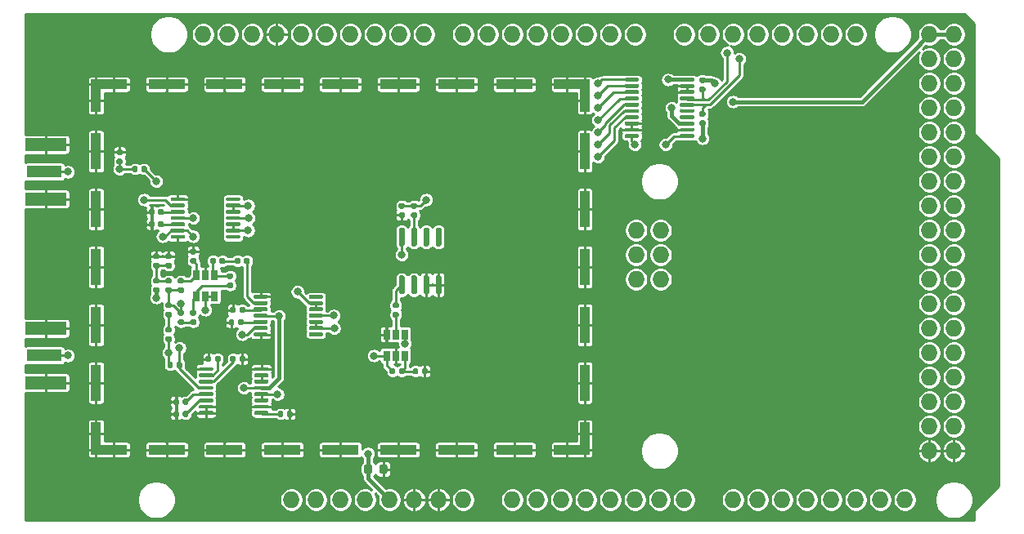
<source format=gbr>
%TF.GenerationSoftware,KiCad,Pcbnew,5.1.6*%
%TF.CreationDate,2020-09-04T11:32:19-04:00*%
%TF.ProjectId,rf-analyzer,72662d61-6e61-46c7-997a-65722e6b6963,rev?*%
%TF.SameCoordinates,Original*%
%TF.FileFunction,Copper,L1,Top*%
%TF.FilePolarity,Positive*%
%FSLAX46Y46*%
G04 Gerber Fmt 4.6, Leading zero omitted, Abs format (unit mm)*
G04 Created by KiCad (PCBNEW 5.1.6) date 2020-09-04 11:32:19*
%MOMM*%
%LPD*%
G01*
G04 APERTURE LIST*
%TA.AperFunction,ComponentPad*%
%ADD10O,1.727200X1.727200*%
%TD*%
%TA.AperFunction,SMDPad,CuDef*%
%ADD11R,0.650000X1.060000*%
%TD*%
%TA.AperFunction,SMDPad,CuDef*%
%ADD12R,3.600000X1.270000*%
%TD*%
%TA.AperFunction,SMDPad,CuDef*%
%ADD13R,4.200000X1.350000*%
%TD*%
%TA.AperFunction,SMDPad,CuDef*%
%ADD14R,1.000000X2.350000*%
%TD*%
%TA.AperFunction,SMDPad,CuDef*%
%ADD15R,1.000000X3.800000*%
%TD*%
%TA.AperFunction,SMDPad,CuDef*%
%ADD16R,2.700000X1.000000*%
%TD*%
%TA.AperFunction,SMDPad,CuDef*%
%ADD17R,3.800000X1.000000*%
%TD*%
%TA.AperFunction,SMDPad,CuDef*%
%ADD18R,1.000000X1.000000*%
%TD*%
%TA.AperFunction,ViaPad*%
%ADD19C,0.800000*%
%TD*%
%TA.AperFunction,Conductor*%
%ADD20C,0.250000*%
%TD*%
%TA.AperFunction,Conductor*%
%ADD21C,0.400000*%
%TD*%
%TA.AperFunction,Conductor*%
%ADD22C,0.254000*%
%TD*%
G04 APERTURE END LIST*
%TO.P,U7,16*%
%TO.N,GNDA*%
%TA.AperFunction,SMDPad,CuDef*%
G36*
G01*
X124425000Y-116090000D02*
X124425000Y-115890000D01*
G75*
G02*
X124525000Y-115790000I100000J0D01*
G01*
X125800000Y-115790000D01*
G75*
G02*
X125900000Y-115890000I0J-100000D01*
G01*
X125900000Y-116090000D01*
G75*
G02*
X125800000Y-116190000I-100000J0D01*
G01*
X124525000Y-116190000D01*
G75*
G02*
X124425000Y-116090000I0J100000D01*
G01*
G37*
%TD.AperFunction*%
%TO.P,U7,15*%
%TO.N,Net-(U7-Pad14)*%
%TA.AperFunction,SMDPad,CuDef*%
G36*
G01*
X124425000Y-116740000D02*
X124425000Y-116540000D01*
G75*
G02*
X124525000Y-116440000I100000J0D01*
G01*
X125800000Y-116440000D01*
G75*
G02*
X125900000Y-116540000I0J-100000D01*
G01*
X125900000Y-116740000D01*
G75*
G02*
X125800000Y-116840000I-100000J0D01*
G01*
X124525000Y-116840000D01*
G75*
G02*
X124425000Y-116740000I0J100000D01*
G01*
G37*
%TD.AperFunction*%
%TO.P,U7,14*%
%TA.AperFunction,SMDPad,CuDef*%
G36*
G01*
X124425000Y-117390000D02*
X124425000Y-117190000D01*
G75*
G02*
X124525000Y-117090000I100000J0D01*
G01*
X125800000Y-117090000D01*
G75*
G02*
X125900000Y-117190000I0J-100000D01*
G01*
X125900000Y-117390000D01*
G75*
G02*
X125800000Y-117490000I-100000J0D01*
G01*
X124525000Y-117490000D01*
G75*
G02*
X124425000Y-117390000I0J100000D01*
G01*
G37*
%TD.AperFunction*%
%TO.P,U7,13*%
%TO.N,+5V*%
%TA.AperFunction,SMDPad,CuDef*%
G36*
G01*
X124425000Y-118040000D02*
X124425000Y-117840000D01*
G75*
G02*
X124525000Y-117740000I100000J0D01*
G01*
X125800000Y-117740000D01*
G75*
G02*
X125900000Y-117840000I0J-100000D01*
G01*
X125900000Y-118040000D01*
G75*
G02*
X125800000Y-118140000I-100000J0D01*
G01*
X124525000Y-118140000D01*
G75*
G02*
X124425000Y-118040000I0J100000D01*
G01*
G37*
%TD.AperFunction*%
%TO.P,U7,12*%
%TO.N,fwd_pwr*%
%TA.AperFunction,SMDPad,CuDef*%
G36*
G01*
X124425000Y-118690000D02*
X124425000Y-118490000D01*
G75*
G02*
X124525000Y-118390000I100000J0D01*
G01*
X125800000Y-118390000D01*
G75*
G02*
X125900000Y-118490000I0J-100000D01*
G01*
X125900000Y-118690000D01*
G75*
G02*
X125800000Y-118790000I-100000J0D01*
G01*
X124525000Y-118790000D01*
G75*
G02*
X124425000Y-118690000I0J100000D01*
G01*
G37*
%TD.AperFunction*%
%TO.P,U7,11*%
%TA.AperFunction,SMDPad,CuDef*%
G36*
G01*
X124425000Y-119340000D02*
X124425000Y-119140000D01*
G75*
G02*
X124525000Y-119040000I100000J0D01*
G01*
X125800000Y-119040000D01*
G75*
G02*
X125900000Y-119140000I0J-100000D01*
G01*
X125900000Y-119340000D01*
G75*
G02*
X125800000Y-119440000I-100000J0D01*
G01*
X124525000Y-119440000D01*
G75*
G02*
X124425000Y-119340000I0J100000D01*
G01*
G37*
%TD.AperFunction*%
%TO.P,U7,10*%
%TO.N,GNDA*%
%TA.AperFunction,SMDPad,CuDef*%
G36*
G01*
X124425000Y-119990000D02*
X124425000Y-119790000D01*
G75*
G02*
X124525000Y-119690000I100000J0D01*
G01*
X125800000Y-119690000D01*
G75*
G02*
X125900000Y-119790000I0J-100000D01*
G01*
X125900000Y-119990000D01*
G75*
G02*
X125800000Y-120090000I-100000J0D01*
G01*
X124525000Y-120090000D01*
G75*
G02*
X124425000Y-119990000I0J100000D01*
G01*
G37*
%TD.AperFunction*%
%TO.P,U7,9*%
%TO.N,Net-(C32-Pad2)*%
%TA.AperFunction,SMDPad,CuDef*%
G36*
G01*
X124425000Y-120640000D02*
X124425000Y-120440000D01*
G75*
G02*
X124525000Y-120340000I100000J0D01*
G01*
X125800000Y-120340000D01*
G75*
G02*
X125900000Y-120440000I0J-100000D01*
G01*
X125900000Y-120640000D01*
G75*
G02*
X125800000Y-120740000I-100000J0D01*
G01*
X124525000Y-120740000D01*
G75*
G02*
X124425000Y-120640000I0J100000D01*
G01*
G37*
%TD.AperFunction*%
%TO.P,U7,8*%
%TO.N,GNDA*%
%TA.AperFunction,SMDPad,CuDef*%
G36*
G01*
X118700000Y-120640000D02*
X118700000Y-120440000D01*
G75*
G02*
X118800000Y-120340000I100000J0D01*
G01*
X120075000Y-120340000D01*
G75*
G02*
X120175000Y-120440000I0J-100000D01*
G01*
X120175000Y-120640000D01*
G75*
G02*
X120075000Y-120740000I-100000J0D01*
G01*
X118800000Y-120740000D01*
G75*
G02*
X118700000Y-120640000I0J100000D01*
G01*
G37*
%TD.AperFunction*%
%TO.P,U7,7*%
%TA.AperFunction,SMDPad,CuDef*%
G36*
G01*
X118700000Y-119990000D02*
X118700000Y-119790000D01*
G75*
G02*
X118800000Y-119690000I100000J0D01*
G01*
X120075000Y-119690000D01*
G75*
G02*
X120175000Y-119790000I0J-100000D01*
G01*
X120175000Y-119990000D01*
G75*
G02*
X120075000Y-120090000I-100000J0D01*
G01*
X118800000Y-120090000D01*
G75*
G02*
X118700000Y-119990000I0J100000D01*
G01*
G37*
%TD.AperFunction*%
%TO.P,U7,6*%
%TO.N,Net-(C29-Pad2)*%
%TA.AperFunction,SMDPad,CuDef*%
G36*
G01*
X118700000Y-119340000D02*
X118700000Y-119140000D01*
G75*
G02*
X118800000Y-119040000I100000J0D01*
G01*
X120075000Y-119040000D01*
G75*
G02*
X120175000Y-119140000I0J-100000D01*
G01*
X120175000Y-119340000D01*
G75*
G02*
X120075000Y-119440000I-100000J0D01*
G01*
X118800000Y-119440000D01*
G75*
G02*
X118700000Y-119340000I0J100000D01*
G01*
G37*
%TD.AperFunction*%
%TO.P,U7,5*%
%TO.N,Net-(C23-Pad1)*%
%TA.AperFunction,SMDPad,CuDef*%
G36*
G01*
X118700000Y-118690000D02*
X118700000Y-118490000D01*
G75*
G02*
X118800000Y-118390000I100000J0D01*
G01*
X120075000Y-118390000D01*
G75*
G02*
X120175000Y-118490000I0J-100000D01*
G01*
X120175000Y-118690000D01*
G75*
G02*
X120075000Y-118790000I-100000J0D01*
G01*
X118800000Y-118790000D01*
G75*
G02*
X118700000Y-118690000I0J100000D01*
G01*
G37*
%TD.AperFunction*%
%TO.P,U7,4*%
%TO.N,fwd_sig*%
%TA.AperFunction,SMDPad,CuDef*%
G36*
G01*
X118700000Y-118040000D02*
X118700000Y-117840000D01*
G75*
G02*
X118800000Y-117740000I100000J0D01*
G01*
X120075000Y-117740000D01*
G75*
G02*
X120175000Y-117840000I0J-100000D01*
G01*
X120175000Y-118040000D01*
G75*
G02*
X120075000Y-118140000I-100000J0D01*
G01*
X118800000Y-118140000D01*
G75*
G02*
X118700000Y-118040000I0J100000D01*
G01*
G37*
%TD.AperFunction*%
%TO.P,U7,3*%
%TO.N,Net-(C28-Pad1)*%
%TA.AperFunction,SMDPad,CuDef*%
G36*
G01*
X118700000Y-117390000D02*
X118700000Y-117190000D01*
G75*
G02*
X118800000Y-117090000I100000J0D01*
G01*
X120075000Y-117090000D01*
G75*
G02*
X120175000Y-117190000I0J-100000D01*
G01*
X120175000Y-117390000D01*
G75*
G02*
X120075000Y-117490000I-100000J0D01*
G01*
X118800000Y-117490000D01*
G75*
G02*
X118700000Y-117390000I0J100000D01*
G01*
G37*
%TD.AperFunction*%
%TO.P,U7,2*%
%TO.N,Net-(C25-Pad1)*%
%TA.AperFunction,SMDPad,CuDef*%
G36*
G01*
X118700000Y-116740000D02*
X118700000Y-116540000D01*
G75*
G02*
X118800000Y-116440000I100000J0D01*
G01*
X120075000Y-116440000D01*
G75*
G02*
X120175000Y-116540000I0J-100000D01*
G01*
X120175000Y-116740000D01*
G75*
G02*
X120075000Y-116840000I-100000J0D01*
G01*
X118800000Y-116840000D01*
G75*
G02*
X118700000Y-116740000I0J100000D01*
G01*
G37*
%TD.AperFunction*%
%TO.P,U7,1*%
%TO.N,GNDA*%
%TA.AperFunction,SMDPad,CuDef*%
G36*
G01*
X118700000Y-116090000D02*
X118700000Y-115890000D01*
G75*
G02*
X118800000Y-115790000I100000J0D01*
G01*
X120075000Y-115790000D01*
G75*
G02*
X120175000Y-115890000I0J-100000D01*
G01*
X120175000Y-116090000D01*
G75*
G02*
X120075000Y-116190000I-100000J0D01*
G01*
X118800000Y-116190000D01*
G75*
G02*
X118700000Y-116090000I0J100000D01*
G01*
G37*
%TD.AperFunction*%
%TD*%
%TO.P,C32,2*%
%TO.N,Net-(C32-Pad2)*%
%TA.AperFunction,SMDPad,CuDef*%
G36*
G01*
X127445000Y-120477500D02*
X127445000Y-120822500D01*
G75*
G02*
X127297500Y-120970000I-147500J0D01*
G01*
X127002500Y-120970000D01*
G75*
G02*
X126855000Y-120822500I0J147500D01*
G01*
X126855000Y-120477500D01*
G75*
G02*
X127002500Y-120330000I147500J0D01*
G01*
X127297500Y-120330000D01*
G75*
G02*
X127445000Y-120477500I0J-147500D01*
G01*
G37*
%TD.AperFunction*%
%TO.P,C32,1*%
%TO.N,GNDA*%
%TA.AperFunction,SMDPad,CuDef*%
G36*
G01*
X128415000Y-120477500D02*
X128415000Y-120822500D01*
G75*
G02*
X128267500Y-120970000I-147500J0D01*
G01*
X127972500Y-120970000D01*
G75*
G02*
X127825000Y-120822500I0J147500D01*
G01*
X127825000Y-120477500D01*
G75*
G02*
X127972500Y-120330000I147500J0D01*
G01*
X128267500Y-120330000D01*
G75*
G02*
X128415000Y-120477500I0J-147500D01*
G01*
G37*
%TD.AperFunction*%
%TD*%
%TO.P,C29,2*%
%TO.N,Net-(C29-Pad2)*%
%TA.AperFunction,SMDPad,CuDef*%
G36*
G01*
X117030000Y-120822500D02*
X117030000Y-120477500D01*
G75*
G02*
X117177500Y-120330000I147500J0D01*
G01*
X117472500Y-120330000D01*
G75*
G02*
X117620000Y-120477500I0J-147500D01*
G01*
X117620000Y-120822500D01*
G75*
G02*
X117472500Y-120970000I-147500J0D01*
G01*
X117177500Y-120970000D01*
G75*
G02*
X117030000Y-120822500I0J147500D01*
G01*
G37*
%TD.AperFunction*%
%TO.P,C29,1*%
%TO.N,GNDA*%
%TA.AperFunction,SMDPad,CuDef*%
G36*
G01*
X116060000Y-120822500D02*
X116060000Y-120477500D01*
G75*
G02*
X116207500Y-120330000I147500J0D01*
G01*
X116502500Y-120330000D01*
G75*
G02*
X116650000Y-120477500I0J-147500D01*
G01*
X116650000Y-120822500D01*
G75*
G02*
X116502500Y-120970000I-147500J0D01*
G01*
X116207500Y-120970000D01*
G75*
G02*
X116060000Y-120822500I0J147500D01*
G01*
G37*
%TD.AperFunction*%
%TD*%
%TO.P,C28,2*%
%TO.N,GNDA*%
%TA.AperFunction,SMDPad,CuDef*%
G36*
G01*
X122895000Y-115107500D02*
X122895000Y-114762500D01*
G75*
G02*
X123042500Y-114615000I147500J0D01*
G01*
X123337500Y-114615000D01*
G75*
G02*
X123485000Y-114762500I0J-147500D01*
G01*
X123485000Y-115107500D01*
G75*
G02*
X123337500Y-115255000I-147500J0D01*
G01*
X123042500Y-115255000D01*
G75*
G02*
X122895000Y-115107500I0J147500D01*
G01*
G37*
%TD.AperFunction*%
%TO.P,C28,1*%
%TO.N,Net-(C28-Pad1)*%
%TA.AperFunction,SMDPad,CuDef*%
G36*
G01*
X121925000Y-115107500D02*
X121925000Y-114762500D01*
G75*
G02*
X122072500Y-114615000I147500J0D01*
G01*
X122367500Y-114615000D01*
G75*
G02*
X122515000Y-114762500I0J-147500D01*
G01*
X122515000Y-115107500D01*
G75*
G02*
X122367500Y-115255000I-147500J0D01*
G01*
X122072500Y-115255000D01*
G75*
G02*
X121925000Y-115107500I0J147500D01*
G01*
G37*
%TD.AperFunction*%
%TD*%
%TO.P,C25,2*%
%TO.N,GNDA*%
%TA.AperFunction,SMDPad,CuDef*%
G36*
G01*
X119975000Y-114762500D02*
X119975000Y-115107500D01*
G75*
G02*
X119827500Y-115255000I-147500J0D01*
G01*
X119532500Y-115255000D01*
G75*
G02*
X119385000Y-115107500I0J147500D01*
G01*
X119385000Y-114762500D01*
G75*
G02*
X119532500Y-114615000I147500J0D01*
G01*
X119827500Y-114615000D01*
G75*
G02*
X119975000Y-114762500I0J-147500D01*
G01*
G37*
%TD.AperFunction*%
%TO.P,C25,1*%
%TO.N,Net-(C25-Pad1)*%
%TA.AperFunction,SMDPad,CuDef*%
G36*
G01*
X120945000Y-114762500D02*
X120945000Y-115107500D01*
G75*
G02*
X120797500Y-115255000I-147500J0D01*
G01*
X120502500Y-115255000D01*
G75*
G02*
X120355000Y-115107500I0J147500D01*
G01*
X120355000Y-114762500D01*
G75*
G02*
X120502500Y-114615000I147500J0D01*
G01*
X120797500Y-114615000D01*
G75*
G02*
X120945000Y-114762500I0J-147500D01*
G01*
G37*
%TD.AperFunction*%
%TD*%
%TO.P,C23,2*%
%TO.N,GNDA*%
%TA.AperFunction,SMDPad,CuDef*%
G36*
G01*
X116650000Y-119207500D02*
X116650000Y-119552500D01*
G75*
G02*
X116502500Y-119700000I-147500J0D01*
G01*
X116207500Y-119700000D01*
G75*
G02*
X116060000Y-119552500I0J147500D01*
G01*
X116060000Y-119207500D01*
G75*
G02*
X116207500Y-119060000I147500J0D01*
G01*
X116502500Y-119060000D01*
G75*
G02*
X116650000Y-119207500I0J-147500D01*
G01*
G37*
%TD.AperFunction*%
%TO.P,C23,1*%
%TO.N,Net-(C23-Pad1)*%
%TA.AperFunction,SMDPad,CuDef*%
G36*
G01*
X117620000Y-119207500D02*
X117620000Y-119552500D01*
G75*
G02*
X117472500Y-119700000I-147500J0D01*
G01*
X117177500Y-119700000D01*
G75*
G02*
X117030000Y-119552500I0J147500D01*
G01*
X117030000Y-119207500D01*
G75*
G02*
X117177500Y-119060000I147500J0D01*
G01*
X117472500Y-119060000D01*
G75*
G02*
X117620000Y-119207500I0J-147500D01*
G01*
G37*
%TD.AperFunction*%
%TD*%
D10*
%TO.P,XA1,MISO*%
%TO.N,N/C*%
X163957000Y-101600000D03*
%TO.P,XA1,GND6*%
%TO.N,GNDA*%
X196850000Y-124460000D03*
%TO.P,XA1,GND5*%
X194310000Y-124460000D03*
%TO.P,XA1,D53*%
%TO.N,N/C*%
X196850000Y-121920000D03*
%TO.P,XA1,D52*%
X194310000Y-121920000D03*
%TO.P,XA1,D51*%
X196850000Y-119380000D03*
%TO.P,XA1,D50*%
X194310000Y-119380000D03*
%TO.P,XA1,D49*%
X196850000Y-116840000D03*
%TO.P,XA1,D48*%
X194310000Y-116840000D03*
%TO.P,XA1,D47*%
X196850000Y-114300000D03*
%TO.P,XA1,D46*%
X194310000Y-114300000D03*
%TO.P,XA1,D45*%
X196850000Y-111760000D03*
%TO.P,XA1,D44*%
X194310000Y-111760000D03*
%TO.P,XA1,D43*%
X196850000Y-109220000D03*
%TO.P,XA1,D42*%
X194310000Y-109220000D03*
%TO.P,XA1,D41*%
X196850000Y-106680000D03*
%TO.P,XA1,D40*%
X194310000Y-106680000D03*
%TO.P,XA1,D39*%
X196850000Y-104140000D03*
%TO.P,XA1,D38*%
X194310000Y-104140000D03*
%TO.P,XA1,D37*%
X196850000Y-101600000D03*
%TO.P,XA1,D36*%
X194310000Y-101600000D03*
%TO.P,XA1,D35*%
X196850000Y-99060000D03*
%TO.P,XA1,D34*%
X194310000Y-99060000D03*
%TO.P,XA1,D33*%
X196850000Y-96520000D03*
%TO.P,XA1,D32*%
X194310000Y-96520000D03*
%TO.P,XA1,D31*%
X196850000Y-93980000D03*
%TO.P,XA1,D30*%
X194310000Y-93980000D03*
%TO.P,XA1,D29*%
X196850000Y-91440000D03*
%TO.P,XA1,D28*%
X194310000Y-91440000D03*
%TO.P,XA1,D27*%
X196850000Y-88900000D03*
%TO.P,XA1,D26*%
X194310000Y-88900000D03*
%TO.P,XA1,D25*%
X196850000Y-86360000D03*
%TO.P,XA1,D24*%
X194310000Y-86360000D03*
%TO.P,XA1,D23*%
X196850000Y-83820000D03*
%TO.P,XA1,D22*%
%TO.N,freq_count*%
X194310000Y-83820000D03*
%TO.P,XA1,5V4*%
%TO.N,+5V*%
X196850000Y-81280000D03*
%TO.P,XA1,5V3*%
X194310000Y-81280000D03*
%TO.P,XA1,CANT*%
%TO.N,N/C*%
X191770000Y-129540000D03*
%TO.P,XA1,CANR*%
X189230000Y-129540000D03*
%TO.P,XA1,DAC1*%
X186690000Y-129540000D03*
%TO.P,XA1,DAC0*%
X184150000Y-129540000D03*
%TO.P,XA1,A11*%
X181610000Y-129540000D03*
%TO.P,XA1,A10*%
X179070000Y-129540000D03*
%TO.P,XA1,A9*%
X176530000Y-129540000D03*
%TO.P,XA1,A8*%
X173990000Y-129540000D03*
%TO.P,XA1,A7*%
X168910000Y-129540000D03*
%TO.P,XA1,A6*%
X166370000Y-129540000D03*
%TO.P,XA1,A5*%
X163830000Y-129540000D03*
%TO.P,XA1,A4*%
X161290000Y-129540000D03*
%TO.P,XA1,A3*%
X158750000Y-129540000D03*
%TO.P,XA1,A2*%
X156210000Y-129540000D03*
%TO.P,XA1,A1*%
X153670000Y-129540000D03*
%TO.P,XA1,*%
%TO.N,*%
X128270000Y-129540000D03*
%TO.P,XA1,D11*%
%TO.N,N/C*%
X134366000Y-81280000D03*
%TO.P,XA1,D12*%
X131826000Y-81280000D03*
%TO.P,XA1,D13*%
X129286000Y-81280000D03*
%TO.P,XA1,AREF*%
X124206000Y-81280000D03*
%TO.P,XA1,SDA1*%
%TO.N,SDA*%
X121666000Y-81280000D03*
%TO.P,XA1,SCL1*%
%TO.N,SCL*%
X119126000Y-81280000D03*
%TO.P,XA1,D10*%
%TO.N,N/C*%
X136906000Y-81280000D03*
%TO.P,XA1,D9*%
X139446000Y-81280000D03*
%TO.P,XA1,D8*%
X141986000Y-81280000D03*
%TO.P,XA1,GND1*%
%TO.N,GNDA*%
X126746000Y-81280000D03*
%TO.P,XA1,D7*%
%TO.N,N/C*%
X146050000Y-81280000D03*
%TO.P,XA1,D6*%
X148590000Y-81280000D03*
%TO.P,XA1,D5*%
X151130000Y-81280000D03*
%TO.P,XA1,D4*%
X153670000Y-81280000D03*
%TO.P,XA1,D3*%
X156210000Y-81280000D03*
%TO.P,XA1,D2*%
X158750000Y-81280000D03*
%TO.P,XA1,D1*%
X161290000Y-81280000D03*
%TO.P,XA1,D0*%
X163830000Y-81280000D03*
%TO.P,XA1,D14*%
X168910000Y-81280000D03*
%TO.P,XA1,D15*%
X171450000Y-81280000D03*
%TO.P,XA1,D16*%
X173990000Y-81280000D03*
%TO.P,XA1,D17*%
X176530000Y-81280000D03*
%TO.P,XA1,D18*%
X179070000Y-81280000D03*
%TO.P,XA1,D19*%
X181610000Y-81280000D03*
%TO.P,XA1,D20*%
X184150000Y-81280000D03*
%TO.P,XA1,D21*%
X186690000Y-81280000D03*
%TO.P,XA1,IORF*%
X130810000Y-129540000D03*
%TO.P,XA1,RST1*%
X133350000Y-129540000D03*
%TO.P,XA1,3V3*%
%TO.N,+3V3*%
X135890000Y-129540000D03*
%TO.P,XA1,5V1*%
%TO.N,+5V*%
X138430000Y-129540000D03*
%TO.P,XA1,GND2*%
%TO.N,GNDA*%
X140970000Y-129540000D03*
%TO.P,XA1,GND3*%
X143510000Y-129540000D03*
%TO.P,XA1,VIN*%
%TO.N,N/C*%
X146050000Y-129540000D03*
%TO.P,XA1,A0*%
X151130000Y-129540000D03*
%TO.P,XA1,5V2*%
X166497000Y-101600000D03*
%TO.P,XA1,SCK*%
X163957000Y-104140000D03*
%TO.P,XA1,MOSI*%
X166497000Y-104140000D03*
%TO.P,XA1,GND4*%
X166497000Y-106680000D03*
%TO.P,XA1,RST2*%
X163957000Y-106680000D03*
%TD*%
%TO.P,U6,20*%
%TO.N,Net-(C27-Pad2)*%
%TA.AperFunction,SMDPad,CuDef*%
G36*
G01*
X164245000Y-91725000D02*
X164245000Y-91925000D01*
G75*
G02*
X164145000Y-92025000I-100000J0D01*
G01*
X162870000Y-92025000D01*
G75*
G02*
X162770000Y-91925000I0J100000D01*
G01*
X162770000Y-91725000D01*
G75*
G02*
X162870000Y-91625000I100000J0D01*
G01*
X164145000Y-91625000D01*
G75*
G02*
X164245000Y-91725000I0J-100000D01*
G01*
G37*
%TD.AperFunction*%
%TO.P,U6,19*%
%TO.N,GNDA*%
%TA.AperFunction,SMDPad,CuDef*%
G36*
G01*
X164245000Y-91075000D02*
X164245000Y-91275000D01*
G75*
G02*
X164145000Y-91375000I-100000J0D01*
G01*
X162870000Y-91375000D01*
G75*
G02*
X162770000Y-91275000I0J100000D01*
G01*
X162770000Y-91075000D01*
G75*
G02*
X162870000Y-90975000I100000J0D01*
G01*
X164145000Y-90975000D01*
G75*
G02*
X164245000Y-91075000I0J-100000D01*
G01*
G37*
%TD.AperFunction*%
%TO.P,U6,18*%
%TA.AperFunction,SMDPad,CuDef*%
G36*
G01*
X164245000Y-90425000D02*
X164245000Y-90625000D01*
G75*
G02*
X164145000Y-90725000I-100000J0D01*
G01*
X162870000Y-90725000D01*
G75*
G02*
X162770000Y-90625000I0J100000D01*
G01*
X162770000Y-90425000D01*
G75*
G02*
X162870000Y-90325000I100000J0D01*
G01*
X164145000Y-90325000D01*
G75*
G02*
X164245000Y-90425000I0J-100000D01*
G01*
G37*
%TD.AperFunction*%
%TO.P,U6,17*%
%TO.N,fwd_pwr*%
%TA.AperFunction,SMDPad,CuDef*%
G36*
G01*
X164245000Y-89775000D02*
X164245000Y-89975000D01*
G75*
G02*
X164145000Y-90075000I-100000J0D01*
G01*
X162870000Y-90075000D01*
G75*
G02*
X162770000Y-89975000I0J100000D01*
G01*
X162770000Y-89775000D01*
G75*
G02*
X162870000Y-89675000I100000J0D01*
G01*
X164145000Y-89675000D01*
G75*
G02*
X164245000Y-89775000I0J-100000D01*
G01*
G37*
%TD.AperFunction*%
%TO.P,U6,16*%
%TO.N,shft_phase*%
%TA.AperFunction,SMDPad,CuDef*%
G36*
G01*
X164245000Y-89125000D02*
X164245000Y-89325000D01*
G75*
G02*
X164145000Y-89425000I-100000J0D01*
G01*
X162870000Y-89425000D01*
G75*
G02*
X162770000Y-89325000I0J100000D01*
G01*
X162770000Y-89125000D01*
G75*
G02*
X162870000Y-89025000I100000J0D01*
G01*
X164145000Y-89025000D01*
G75*
G02*
X164245000Y-89125000I0J-100000D01*
G01*
G37*
%TD.AperFunction*%
%TO.P,U6,15*%
%TO.N,shft_vref*%
%TA.AperFunction,SMDPad,CuDef*%
G36*
G01*
X164245000Y-88475000D02*
X164245000Y-88675000D01*
G75*
G02*
X164145000Y-88775000I-100000J0D01*
G01*
X162870000Y-88775000D01*
G75*
G02*
X162770000Y-88675000I0J100000D01*
G01*
X162770000Y-88475000D01*
G75*
G02*
X162870000Y-88375000I100000J0D01*
G01*
X164145000Y-88375000D01*
G75*
G02*
X164245000Y-88475000I0J-100000D01*
G01*
G37*
%TD.AperFunction*%
%TO.P,U6,14*%
%TO.N,shft_mag*%
%TA.AperFunction,SMDPad,CuDef*%
G36*
G01*
X164245000Y-87825000D02*
X164245000Y-88025000D01*
G75*
G02*
X164145000Y-88125000I-100000J0D01*
G01*
X162870000Y-88125000D01*
G75*
G02*
X162770000Y-88025000I0J100000D01*
G01*
X162770000Y-87825000D01*
G75*
G02*
X162870000Y-87725000I100000J0D01*
G01*
X164145000Y-87725000D01*
G75*
G02*
X164245000Y-87825000I0J-100000D01*
G01*
G37*
%TD.AperFunction*%
%TO.P,U6,13*%
%TO.N,phase*%
%TA.AperFunction,SMDPad,CuDef*%
G36*
G01*
X164245000Y-87175000D02*
X164245000Y-87375000D01*
G75*
G02*
X164145000Y-87475000I-100000J0D01*
G01*
X162870000Y-87475000D01*
G75*
G02*
X162770000Y-87375000I0J100000D01*
G01*
X162770000Y-87175000D01*
G75*
G02*
X162870000Y-87075000I100000J0D01*
G01*
X164145000Y-87075000D01*
G75*
G02*
X164245000Y-87175000I0J-100000D01*
G01*
G37*
%TD.AperFunction*%
%TO.P,U6,12*%
%TO.N,vref*%
%TA.AperFunction,SMDPad,CuDef*%
G36*
G01*
X164245000Y-86525000D02*
X164245000Y-86725000D01*
G75*
G02*
X164145000Y-86825000I-100000J0D01*
G01*
X162870000Y-86825000D01*
G75*
G02*
X162770000Y-86725000I0J100000D01*
G01*
X162770000Y-86525000D01*
G75*
G02*
X162870000Y-86425000I100000J0D01*
G01*
X164145000Y-86425000D01*
G75*
G02*
X164245000Y-86525000I0J-100000D01*
G01*
G37*
%TD.AperFunction*%
%TO.P,U6,11*%
%TO.N,mag*%
%TA.AperFunction,SMDPad,CuDef*%
G36*
G01*
X164245000Y-85875000D02*
X164245000Y-86075000D01*
G75*
G02*
X164145000Y-86175000I-100000J0D01*
G01*
X162870000Y-86175000D01*
G75*
G02*
X162770000Y-86075000I0J100000D01*
G01*
X162770000Y-85875000D01*
G75*
G02*
X162870000Y-85775000I100000J0D01*
G01*
X164145000Y-85775000D01*
G75*
G02*
X164245000Y-85875000I0J-100000D01*
G01*
G37*
%TD.AperFunction*%
%TO.P,U6,10*%
%TO.N,+5V*%
%TA.AperFunction,SMDPad,CuDef*%
G36*
G01*
X169970000Y-85875000D02*
X169970000Y-86075000D01*
G75*
G02*
X169870000Y-86175000I-100000J0D01*
G01*
X168595000Y-86175000D01*
G75*
G02*
X168495000Y-86075000I0J100000D01*
G01*
X168495000Y-85875000D01*
G75*
G02*
X168595000Y-85775000I100000J0D01*
G01*
X169870000Y-85775000D01*
G75*
G02*
X169970000Y-85875000I0J-100000D01*
G01*
G37*
%TD.AperFunction*%
%TO.P,U6,9*%
%TO.N,GNDA*%
%TA.AperFunction,SMDPad,CuDef*%
G36*
G01*
X169970000Y-86525000D02*
X169970000Y-86725000D01*
G75*
G02*
X169870000Y-86825000I-100000J0D01*
G01*
X168595000Y-86825000D01*
G75*
G02*
X168495000Y-86725000I0J100000D01*
G01*
X168495000Y-86525000D01*
G75*
G02*
X168595000Y-86425000I100000J0D01*
G01*
X169870000Y-86425000D01*
G75*
G02*
X169970000Y-86525000I0J-100000D01*
G01*
G37*
%TD.AperFunction*%
%TO.P,U6,8*%
%TA.AperFunction,SMDPad,CuDef*%
G36*
G01*
X169970000Y-87175000D02*
X169970000Y-87375000D01*
G75*
G02*
X169870000Y-87475000I-100000J0D01*
G01*
X168595000Y-87475000D01*
G75*
G02*
X168495000Y-87375000I0J100000D01*
G01*
X168495000Y-87175000D01*
G75*
G02*
X168595000Y-87075000I100000J0D01*
G01*
X169870000Y-87075000D01*
G75*
G02*
X169970000Y-87175000I0J-100000D01*
G01*
G37*
%TD.AperFunction*%
%TO.P,U6,7*%
%TO.N,SDA*%
%TA.AperFunction,SMDPad,CuDef*%
G36*
G01*
X169970000Y-87825000D02*
X169970000Y-88025000D01*
G75*
G02*
X169870000Y-88125000I-100000J0D01*
G01*
X168595000Y-88125000D01*
G75*
G02*
X168495000Y-88025000I0J100000D01*
G01*
X168495000Y-87825000D01*
G75*
G02*
X168595000Y-87725000I100000J0D01*
G01*
X169870000Y-87725000D01*
G75*
G02*
X169970000Y-87825000I0J-100000D01*
G01*
G37*
%TD.AperFunction*%
%TO.P,U6,6*%
%TO.N,SCL*%
%TA.AperFunction,SMDPad,CuDef*%
G36*
G01*
X169970000Y-88475000D02*
X169970000Y-88675000D01*
G75*
G02*
X169870000Y-88775000I-100000J0D01*
G01*
X168595000Y-88775000D01*
G75*
G02*
X168495000Y-88675000I0J100000D01*
G01*
X168495000Y-88475000D01*
G75*
G02*
X168595000Y-88375000I100000J0D01*
G01*
X169870000Y-88375000D01*
G75*
G02*
X169970000Y-88475000I0J-100000D01*
G01*
G37*
%TD.AperFunction*%
%TO.P,U6,5*%
%TO.N,N/C*%
%TA.AperFunction,SMDPad,CuDef*%
G36*
G01*
X169970000Y-89125000D02*
X169970000Y-89325000D01*
G75*
G02*
X169870000Y-89425000I-100000J0D01*
G01*
X168595000Y-89425000D01*
G75*
G02*
X168495000Y-89325000I0J100000D01*
G01*
X168495000Y-89125000D01*
G75*
G02*
X168595000Y-89025000I100000J0D01*
G01*
X169870000Y-89025000D01*
G75*
G02*
X169970000Y-89125000I0J-100000D01*
G01*
G37*
%TD.AperFunction*%
%TO.P,U6,4*%
%TA.AperFunction,SMDPad,CuDef*%
G36*
G01*
X169970000Y-89775000D02*
X169970000Y-89975000D01*
G75*
G02*
X169870000Y-90075000I-100000J0D01*
G01*
X168595000Y-90075000D01*
G75*
G02*
X168495000Y-89975000I0J100000D01*
G01*
X168495000Y-89775000D01*
G75*
G02*
X168595000Y-89675000I100000J0D01*
G01*
X169870000Y-89675000D01*
G75*
G02*
X169970000Y-89775000I0J-100000D01*
G01*
G37*
%TD.AperFunction*%
%TO.P,U6,3*%
%TO.N,+5V*%
%TA.AperFunction,SMDPad,CuDef*%
G36*
G01*
X169970000Y-90425000D02*
X169970000Y-90625000D01*
G75*
G02*
X169870000Y-90725000I-100000J0D01*
G01*
X168595000Y-90725000D01*
G75*
G02*
X168495000Y-90625000I0J100000D01*
G01*
X168495000Y-90425000D01*
G75*
G02*
X168595000Y-90325000I100000J0D01*
G01*
X169870000Y-90325000D01*
G75*
G02*
X169970000Y-90425000I0J-100000D01*
G01*
G37*
%TD.AperFunction*%
%TO.P,U6,2*%
%TO.N,GNDA*%
%TA.AperFunction,SMDPad,CuDef*%
G36*
G01*
X169970000Y-91075000D02*
X169970000Y-91275000D01*
G75*
G02*
X169870000Y-91375000I-100000J0D01*
G01*
X168595000Y-91375000D01*
G75*
G02*
X168495000Y-91275000I0J100000D01*
G01*
X168495000Y-91075000D01*
G75*
G02*
X168595000Y-90975000I100000J0D01*
G01*
X169870000Y-90975000D01*
G75*
G02*
X169970000Y-91075000I0J-100000D01*
G01*
G37*
%TD.AperFunction*%
%TO.P,U6,1*%
%TO.N,Net-(C22-Pad2)*%
%TA.AperFunction,SMDPad,CuDef*%
G36*
G01*
X169970000Y-91725000D02*
X169970000Y-91925000D01*
G75*
G02*
X169870000Y-92025000I-100000J0D01*
G01*
X168595000Y-92025000D01*
G75*
G02*
X168495000Y-91925000I0J100000D01*
G01*
X168495000Y-91725000D01*
G75*
G02*
X168595000Y-91625000I100000J0D01*
G01*
X169870000Y-91625000D01*
G75*
G02*
X169970000Y-91725000I0J-100000D01*
G01*
G37*
%TD.AperFunction*%
%TD*%
D11*
%TO.P,U5,1*%
%TO.N,Net-(R13-Pad1)*%
X120330000Y-106215000D03*
%TO.P,U5,2*%
%TO.N,GNDA*%
X119380000Y-106215000D03*
%TO.P,U5,3*%
%TO.N,Net-(C19-Pad2)*%
X118430000Y-106215000D03*
%TO.P,U5,4*%
%TO.N,Net-(R10-Pad1)*%
X118430000Y-108415000D03*
%TO.P,U5,6*%
%TO.N,+5V*%
X120330000Y-108415000D03*
%TO.P,U5,5*%
X119380000Y-108415000D03*
%TD*%
%TO.P,U4,8*%
%TO.N,GNDA*%
%TA.AperFunction,SMDPad,CuDef*%
G36*
G01*
X143360000Y-106275000D02*
X143660000Y-106275000D01*
G75*
G02*
X143810000Y-106425000I0J-150000D01*
G01*
X143810000Y-108075000D01*
G75*
G02*
X143660000Y-108225000I-150000J0D01*
G01*
X143360000Y-108225000D01*
G75*
G02*
X143210000Y-108075000I0J150000D01*
G01*
X143210000Y-106425000D01*
G75*
G02*
X143360000Y-106275000I150000J0D01*
G01*
G37*
%TD.AperFunction*%
%TO.P,U4,7*%
%TA.AperFunction,SMDPad,CuDef*%
G36*
G01*
X142090000Y-106275000D02*
X142390000Y-106275000D01*
G75*
G02*
X142540000Y-106425000I0J-150000D01*
G01*
X142540000Y-108075000D01*
G75*
G02*
X142390000Y-108225000I-150000J0D01*
G01*
X142090000Y-108225000D01*
G75*
G02*
X141940000Y-108075000I0J150000D01*
G01*
X141940000Y-106425000D01*
G75*
G02*
X142090000Y-106275000I150000J0D01*
G01*
G37*
%TD.AperFunction*%
%TO.P,U4,6*%
%TO.N,N/C*%
%TA.AperFunction,SMDPad,CuDef*%
G36*
G01*
X140820000Y-106275000D02*
X141120000Y-106275000D01*
G75*
G02*
X141270000Y-106425000I0J-150000D01*
G01*
X141270000Y-108075000D01*
G75*
G02*
X141120000Y-108225000I-150000J0D01*
G01*
X140820000Y-108225000D01*
G75*
G02*
X140670000Y-108075000I0J150000D01*
G01*
X140670000Y-106425000D01*
G75*
G02*
X140820000Y-106275000I150000J0D01*
G01*
G37*
%TD.AperFunction*%
%TO.P,U4,5*%
%TO.N,Net-(C15-Pad1)*%
%TA.AperFunction,SMDPad,CuDef*%
G36*
G01*
X139550000Y-106275000D02*
X139850000Y-106275000D01*
G75*
G02*
X140000000Y-106425000I0J-150000D01*
G01*
X140000000Y-108075000D01*
G75*
G02*
X139850000Y-108225000I-150000J0D01*
G01*
X139550000Y-108225000D01*
G75*
G02*
X139400000Y-108075000I0J150000D01*
G01*
X139400000Y-106425000D01*
G75*
G02*
X139550000Y-106275000I150000J0D01*
G01*
G37*
%TD.AperFunction*%
%TO.P,U4,4*%
%TO.N,+5V*%
%TA.AperFunction,SMDPad,CuDef*%
G36*
G01*
X139550000Y-101325000D02*
X139850000Y-101325000D01*
G75*
G02*
X140000000Y-101475000I0J-150000D01*
G01*
X140000000Y-103125000D01*
G75*
G02*
X139850000Y-103275000I-150000J0D01*
G01*
X139550000Y-103275000D01*
G75*
G02*
X139400000Y-103125000I0J150000D01*
G01*
X139400000Y-101475000D01*
G75*
G02*
X139550000Y-101325000I150000J0D01*
G01*
G37*
%TD.AperFunction*%
%TO.P,U4,3*%
%TO.N,Net-(R7-Pad2)*%
%TA.AperFunction,SMDPad,CuDef*%
G36*
G01*
X140820000Y-101325000D02*
X141120000Y-101325000D01*
G75*
G02*
X141270000Y-101475000I0J-150000D01*
G01*
X141270000Y-103125000D01*
G75*
G02*
X141120000Y-103275000I-150000J0D01*
G01*
X140820000Y-103275000D01*
G75*
G02*
X140670000Y-103125000I0J150000D01*
G01*
X140670000Y-101475000D01*
G75*
G02*
X140820000Y-101325000I150000J0D01*
G01*
G37*
%TD.AperFunction*%
%TO.P,U4,2*%
%TO.N,N/C*%
%TA.AperFunction,SMDPad,CuDef*%
G36*
G01*
X142090000Y-101325000D02*
X142390000Y-101325000D01*
G75*
G02*
X142540000Y-101475000I0J-150000D01*
G01*
X142540000Y-103125000D01*
G75*
G02*
X142390000Y-103275000I-150000J0D01*
G01*
X142090000Y-103275000D01*
G75*
G02*
X141940000Y-103125000I0J150000D01*
G01*
X141940000Y-101475000D01*
G75*
G02*
X142090000Y-101325000I150000J0D01*
G01*
G37*
%TD.AperFunction*%
%TO.P,U4,1*%
%TA.AperFunction,SMDPad,CuDef*%
G36*
G01*
X143360000Y-101325000D02*
X143660000Y-101325000D01*
G75*
G02*
X143810000Y-101475000I0J-150000D01*
G01*
X143810000Y-103125000D01*
G75*
G02*
X143660000Y-103275000I-150000J0D01*
G01*
X143360000Y-103275000D01*
G75*
G02*
X143210000Y-103125000I0J150000D01*
G01*
X143210000Y-101475000D01*
G75*
G02*
X143360000Y-101325000I150000J0D01*
G01*
G37*
%TD.AperFunction*%
%TD*%
%TO.P,U3,5*%
%TO.N,Net-(C15-Pad2)*%
X139065000Y-112395000D03*
%TO.P,U3,6*%
%TO.N,GNDA*%
X138115000Y-112395000D03*
%TO.P,U3,4*%
%TO.N,+5V*%
X140015000Y-112395000D03*
%TO.P,U3,3*%
%TO.N,Net-(C13-Pad2)*%
X140015000Y-114595000D03*
%TO.P,U3,2*%
%TO.N,GNDA*%
X139065000Y-114595000D03*
%TO.P,U3,1*%
%TO.N,fwd_sig_dc*%
X138115000Y-114595000D03*
%TD*%
%TO.P,U2,14*%
%TO.N,N/C*%
%TA.AperFunction,SMDPad,CuDef*%
G36*
G01*
X130072500Y-108595000D02*
X130072500Y-108395000D01*
G75*
G02*
X130172500Y-108295000I100000J0D01*
G01*
X131447500Y-108295000D01*
G75*
G02*
X131547500Y-108395000I0J-100000D01*
G01*
X131547500Y-108595000D01*
G75*
G02*
X131447500Y-108695000I-100000J0D01*
G01*
X130172500Y-108695000D01*
G75*
G02*
X130072500Y-108595000I0J100000D01*
G01*
G37*
%TD.AperFunction*%
%TO.P,U2,13*%
%TO.N,shft_mag*%
%TA.AperFunction,SMDPad,CuDef*%
G36*
G01*
X130072500Y-109245000D02*
X130072500Y-109045000D01*
G75*
G02*
X130172500Y-108945000I100000J0D01*
G01*
X131447500Y-108945000D01*
G75*
G02*
X131547500Y-109045000I0J-100000D01*
G01*
X131547500Y-109245000D01*
G75*
G02*
X131447500Y-109345000I-100000J0D01*
G01*
X130172500Y-109345000D01*
G75*
G02*
X130072500Y-109245000I0J100000D01*
G01*
G37*
%TD.AperFunction*%
%TO.P,U2,12*%
%TA.AperFunction,SMDPad,CuDef*%
G36*
G01*
X130072500Y-109895000D02*
X130072500Y-109695000D01*
G75*
G02*
X130172500Y-109595000I100000J0D01*
G01*
X131447500Y-109595000D01*
G75*
G02*
X131547500Y-109695000I0J-100000D01*
G01*
X131547500Y-109895000D01*
G75*
G02*
X131447500Y-109995000I-100000J0D01*
G01*
X130172500Y-109995000D01*
G75*
G02*
X130072500Y-109895000I0J100000D01*
G01*
G37*
%TD.AperFunction*%
%TO.P,U2,11*%
%TO.N,shft_vref*%
%TA.AperFunction,SMDPad,CuDef*%
G36*
G01*
X130072500Y-110545000D02*
X130072500Y-110345000D01*
G75*
G02*
X130172500Y-110245000I100000J0D01*
G01*
X131447500Y-110245000D01*
G75*
G02*
X131547500Y-110345000I0J-100000D01*
G01*
X131547500Y-110545000D01*
G75*
G02*
X131447500Y-110645000I-100000J0D01*
G01*
X130172500Y-110645000D01*
G75*
G02*
X130072500Y-110545000I0J100000D01*
G01*
G37*
%TD.AperFunction*%
%TO.P,U2,10*%
%TO.N,shft_phase*%
%TA.AperFunction,SMDPad,CuDef*%
G36*
G01*
X130072500Y-111195000D02*
X130072500Y-110995000D01*
G75*
G02*
X130172500Y-110895000I100000J0D01*
G01*
X131447500Y-110895000D01*
G75*
G02*
X131547500Y-110995000I0J-100000D01*
G01*
X131547500Y-111195000D01*
G75*
G02*
X131447500Y-111295000I-100000J0D01*
G01*
X130172500Y-111295000D01*
G75*
G02*
X130072500Y-111195000I0J100000D01*
G01*
G37*
%TD.AperFunction*%
%TO.P,U2,9*%
%TA.AperFunction,SMDPad,CuDef*%
G36*
G01*
X130072500Y-111845000D02*
X130072500Y-111645000D01*
G75*
G02*
X130172500Y-111545000I100000J0D01*
G01*
X131447500Y-111545000D01*
G75*
G02*
X131547500Y-111645000I0J-100000D01*
G01*
X131547500Y-111845000D01*
G75*
G02*
X131447500Y-111945000I-100000J0D01*
G01*
X130172500Y-111945000D01*
G75*
G02*
X130072500Y-111845000I0J100000D01*
G01*
G37*
%TD.AperFunction*%
%TO.P,U2,8*%
%TO.N,N/C*%
%TA.AperFunction,SMDPad,CuDef*%
G36*
G01*
X130072500Y-112495000D02*
X130072500Y-112295000D01*
G75*
G02*
X130172500Y-112195000I100000J0D01*
G01*
X131447500Y-112195000D01*
G75*
G02*
X131547500Y-112295000I0J-100000D01*
G01*
X131547500Y-112495000D01*
G75*
G02*
X131447500Y-112595000I-100000J0D01*
G01*
X130172500Y-112595000D01*
G75*
G02*
X130072500Y-112495000I0J100000D01*
G01*
G37*
%TD.AperFunction*%
%TO.P,U2,7*%
%TO.N,GNDA*%
%TA.AperFunction,SMDPad,CuDef*%
G36*
G01*
X124347500Y-112495000D02*
X124347500Y-112295000D01*
G75*
G02*
X124447500Y-112195000I100000J0D01*
G01*
X125722500Y-112195000D01*
G75*
G02*
X125822500Y-112295000I0J-100000D01*
G01*
X125822500Y-112495000D01*
G75*
G02*
X125722500Y-112595000I-100000J0D01*
G01*
X124447500Y-112595000D01*
G75*
G02*
X124347500Y-112495000I0J100000D01*
G01*
G37*
%TD.AperFunction*%
%TO.P,U2,6*%
%TO.N,refl_sig*%
%TA.AperFunction,SMDPad,CuDef*%
G36*
G01*
X124347500Y-111845000D02*
X124347500Y-111645000D01*
G75*
G02*
X124447500Y-111545000I100000J0D01*
G01*
X125722500Y-111545000D01*
G75*
G02*
X125822500Y-111645000I0J-100000D01*
G01*
X125822500Y-111845000D01*
G75*
G02*
X125722500Y-111945000I-100000J0D01*
G01*
X124447500Y-111945000D01*
G75*
G02*
X124347500Y-111845000I0J100000D01*
G01*
G37*
%TD.AperFunction*%
%TO.P,U2,5*%
%TO.N,Net-(C7-Pad1)*%
%TA.AperFunction,SMDPad,CuDef*%
G36*
G01*
X124347500Y-111195000D02*
X124347500Y-110995000D01*
G75*
G02*
X124447500Y-110895000I100000J0D01*
G01*
X125722500Y-110895000D01*
G75*
G02*
X125822500Y-110995000I0J-100000D01*
G01*
X125822500Y-111195000D01*
G75*
G02*
X125722500Y-111295000I-100000J0D01*
G01*
X124447500Y-111295000D01*
G75*
G02*
X124347500Y-111195000I0J100000D01*
G01*
G37*
%TD.AperFunction*%
%TO.P,U2,4*%
%TO.N,+5V*%
%TA.AperFunction,SMDPad,CuDef*%
G36*
G01*
X124347500Y-110545000D02*
X124347500Y-110345000D01*
G75*
G02*
X124447500Y-110245000I100000J0D01*
G01*
X125722500Y-110245000D01*
G75*
G02*
X125822500Y-110345000I0J-100000D01*
G01*
X125822500Y-110545000D01*
G75*
G02*
X125722500Y-110645000I-100000J0D01*
G01*
X124447500Y-110645000D01*
G75*
G02*
X124347500Y-110545000I0J100000D01*
G01*
G37*
%TD.AperFunction*%
%TO.P,U2,3*%
%TO.N,Net-(C6-Pad1)*%
%TA.AperFunction,SMDPad,CuDef*%
G36*
G01*
X124347500Y-109895000D02*
X124347500Y-109695000D01*
G75*
G02*
X124447500Y-109595000I100000J0D01*
G01*
X125722500Y-109595000D01*
G75*
G02*
X125822500Y-109695000I0J-100000D01*
G01*
X125822500Y-109895000D01*
G75*
G02*
X125722500Y-109995000I-100000J0D01*
G01*
X124447500Y-109995000D01*
G75*
G02*
X124347500Y-109895000I0J100000D01*
G01*
G37*
%TD.AperFunction*%
%TO.P,U2,2*%
%TO.N,fwd_shft*%
%TA.AperFunction,SMDPad,CuDef*%
G36*
G01*
X124347500Y-109245000D02*
X124347500Y-109045000D01*
G75*
G02*
X124447500Y-108945000I100000J0D01*
G01*
X125722500Y-108945000D01*
G75*
G02*
X125822500Y-109045000I0J-100000D01*
G01*
X125822500Y-109245000D01*
G75*
G02*
X125722500Y-109345000I-100000J0D01*
G01*
X124447500Y-109345000D01*
G75*
G02*
X124347500Y-109245000I0J100000D01*
G01*
G37*
%TD.AperFunction*%
%TO.P,U2,1*%
%TO.N,GNDA*%
%TA.AperFunction,SMDPad,CuDef*%
G36*
G01*
X124347500Y-108595000D02*
X124347500Y-108395000D01*
G75*
G02*
X124447500Y-108295000I100000J0D01*
G01*
X125722500Y-108295000D01*
G75*
G02*
X125822500Y-108395000I0J-100000D01*
G01*
X125822500Y-108595000D01*
G75*
G02*
X125722500Y-108695000I-100000J0D01*
G01*
X124447500Y-108695000D01*
G75*
G02*
X124347500Y-108595000I0J100000D01*
G01*
G37*
%TD.AperFunction*%
%TD*%
%TO.P,U1,14*%
%TO.N,N/C*%
%TA.AperFunction,SMDPad,CuDef*%
G36*
G01*
X121505000Y-98480000D02*
X121505000Y-98280000D01*
G75*
G02*
X121605000Y-98180000I100000J0D01*
G01*
X122880000Y-98180000D01*
G75*
G02*
X122980000Y-98280000I0J-100000D01*
G01*
X122980000Y-98480000D01*
G75*
G02*
X122880000Y-98580000I-100000J0D01*
G01*
X121605000Y-98580000D01*
G75*
G02*
X121505000Y-98480000I0J100000D01*
G01*
G37*
%TD.AperFunction*%
%TO.P,U1,13*%
%TO.N,mag*%
%TA.AperFunction,SMDPad,CuDef*%
G36*
G01*
X121505000Y-99130000D02*
X121505000Y-98930000D01*
G75*
G02*
X121605000Y-98830000I100000J0D01*
G01*
X122880000Y-98830000D01*
G75*
G02*
X122980000Y-98930000I0J-100000D01*
G01*
X122980000Y-99130000D01*
G75*
G02*
X122880000Y-99230000I-100000J0D01*
G01*
X121605000Y-99230000D01*
G75*
G02*
X121505000Y-99130000I0J100000D01*
G01*
G37*
%TD.AperFunction*%
%TO.P,U1,12*%
%TA.AperFunction,SMDPad,CuDef*%
G36*
G01*
X121505000Y-99780000D02*
X121505000Y-99580000D01*
G75*
G02*
X121605000Y-99480000I100000J0D01*
G01*
X122880000Y-99480000D01*
G75*
G02*
X122980000Y-99580000I0J-100000D01*
G01*
X122980000Y-99780000D01*
G75*
G02*
X122880000Y-99880000I-100000J0D01*
G01*
X121605000Y-99880000D01*
G75*
G02*
X121505000Y-99780000I0J100000D01*
G01*
G37*
%TD.AperFunction*%
%TO.P,U1,11*%
%TO.N,vref*%
%TA.AperFunction,SMDPad,CuDef*%
G36*
G01*
X121505000Y-100430000D02*
X121505000Y-100230000D01*
G75*
G02*
X121605000Y-100130000I100000J0D01*
G01*
X122880000Y-100130000D01*
G75*
G02*
X122980000Y-100230000I0J-100000D01*
G01*
X122980000Y-100430000D01*
G75*
G02*
X122880000Y-100530000I-100000J0D01*
G01*
X121605000Y-100530000D01*
G75*
G02*
X121505000Y-100430000I0J100000D01*
G01*
G37*
%TD.AperFunction*%
%TO.P,U1,10*%
%TO.N,phase*%
%TA.AperFunction,SMDPad,CuDef*%
G36*
G01*
X121505000Y-101080000D02*
X121505000Y-100880000D01*
G75*
G02*
X121605000Y-100780000I100000J0D01*
G01*
X122880000Y-100780000D01*
G75*
G02*
X122980000Y-100880000I0J-100000D01*
G01*
X122980000Y-101080000D01*
G75*
G02*
X122880000Y-101180000I-100000J0D01*
G01*
X121605000Y-101180000D01*
G75*
G02*
X121505000Y-101080000I0J100000D01*
G01*
G37*
%TD.AperFunction*%
%TO.P,U1,9*%
%TA.AperFunction,SMDPad,CuDef*%
G36*
G01*
X121505000Y-101730000D02*
X121505000Y-101530000D01*
G75*
G02*
X121605000Y-101430000I100000J0D01*
G01*
X122880000Y-101430000D01*
G75*
G02*
X122980000Y-101530000I0J-100000D01*
G01*
X122980000Y-101730000D01*
G75*
G02*
X122880000Y-101830000I-100000J0D01*
G01*
X121605000Y-101830000D01*
G75*
G02*
X121505000Y-101730000I0J100000D01*
G01*
G37*
%TD.AperFunction*%
%TO.P,U1,8*%
%TO.N,N/C*%
%TA.AperFunction,SMDPad,CuDef*%
G36*
G01*
X121505000Y-102380000D02*
X121505000Y-102180000D01*
G75*
G02*
X121605000Y-102080000I100000J0D01*
G01*
X122880000Y-102080000D01*
G75*
G02*
X122980000Y-102180000I0J-100000D01*
G01*
X122980000Y-102380000D01*
G75*
G02*
X122880000Y-102480000I-100000J0D01*
G01*
X121605000Y-102480000D01*
G75*
G02*
X121505000Y-102380000I0J100000D01*
G01*
G37*
%TD.AperFunction*%
%TO.P,U1,7*%
%TO.N,GNDA*%
%TA.AperFunction,SMDPad,CuDef*%
G36*
G01*
X115780000Y-102380000D02*
X115780000Y-102180000D01*
G75*
G02*
X115880000Y-102080000I100000J0D01*
G01*
X117155000Y-102080000D01*
G75*
G02*
X117255000Y-102180000I0J-100000D01*
G01*
X117255000Y-102380000D01*
G75*
G02*
X117155000Y-102480000I-100000J0D01*
G01*
X115880000Y-102480000D01*
G75*
G02*
X115780000Y-102380000I0J100000D01*
G01*
G37*
%TD.AperFunction*%
%TO.P,U1,6*%
%TO.N,refl_sig*%
%TA.AperFunction,SMDPad,CuDef*%
G36*
G01*
X115780000Y-101730000D02*
X115780000Y-101530000D01*
G75*
G02*
X115880000Y-101430000I100000J0D01*
G01*
X117155000Y-101430000D01*
G75*
G02*
X117255000Y-101530000I0J-100000D01*
G01*
X117255000Y-101730000D01*
G75*
G02*
X117155000Y-101830000I-100000J0D01*
G01*
X115880000Y-101830000D01*
G75*
G02*
X115780000Y-101730000I0J100000D01*
G01*
G37*
%TD.AperFunction*%
%TO.P,U1,5*%
%TO.N,Net-(C2-Pad1)*%
%TA.AperFunction,SMDPad,CuDef*%
G36*
G01*
X115780000Y-101080000D02*
X115780000Y-100880000D01*
G75*
G02*
X115880000Y-100780000I100000J0D01*
G01*
X117155000Y-100780000D01*
G75*
G02*
X117255000Y-100880000I0J-100000D01*
G01*
X117255000Y-101080000D01*
G75*
G02*
X117155000Y-101180000I-100000J0D01*
G01*
X115880000Y-101180000D01*
G75*
G02*
X115780000Y-101080000I0J100000D01*
G01*
G37*
%TD.AperFunction*%
%TO.P,U1,4*%
%TO.N,+5V*%
%TA.AperFunction,SMDPad,CuDef*%
G36*
G01*
X115780000Y-100430000D02*
X115780000Y-100230000D01*
G75*
G02*
X115880000Y-100130000I100000J0D01*
G01*
X117155000Y-100130000D01*
G75*
G02*
X117255000Y-100230000I0J-100000D01*
G01*
X117255000Y-100430000D01*
G75*
G02*
X117155000Y-100530000I-100000J0D01*
G01*
X115880000Y-100530000D01*
G75*
G02*
X115780000Y-100430000I0J100000D01*
G01*
G37*
%TD.AperFunction*%
%TO.P,U1,3*%
%TO.N,Net-(C1-Pad1)*%
%TA.AperFunction,SMDPad,CuDef*%
G36*
G01*
X115780000Y-99780000D02*
X115780000Y-99580000D01*
G75*
G02*
X115880000Y-99480000I100000J0D01*
G01*
X117155000Y-99480000D01*
G75*
G02*
X117255000Y-99580000I0J-100000D01*
G01*
X117255000Y-99780000D01*
G75*
G02*
X117155000Y-99880000I-100000J0D01*
G01*
X115880000Y-99880000D01*
G75*
G02*
X115780000Y-99780000I0J100000D01*
G01*
G37*
%TD.AperFunction*%
%TO.P,U1,2*%
%TO.N,fwd_sig*%
%TA.AperFunction,SMDPad,CuDef*%
G36*
G01*
X115780000Y-99130000D02*
X115780000Y-98930000D01*
G75*
G02*
X115880000Y-98830000I100000J0D01*
G01*
X117155000Y-98830000D01*
G75*
G02*
X117255000Y-98930000I0J-100000D01*
G01*
X117255000Y-99130000D01*
G75*
G02*
X117155000Y-99230000I-100000J0D01*
G01*
X115880000Y-99230000D01*
G75*
G02*
X115780000Y-99130000I0J100000D01*
G01*
G37*
%TD.AperFunction*%
%TO.P,U1,1*%
%TO.N,GNDA*%
%TA.AperFunction,SMDPad,CuDef*%
G36*
G01*
X115780000Y-98480000D02*
X115780000Y-98280000D01*
G75*
G02*
X115880000Y-98180000I100000J0D01*
G01*
X117155000Y-98180000D01*
G75*
G02*
X117255000Y-98280000I0J-100000D01*
G01*
X117255000Y-98480000D01*
G75*
G02*
X117155000Y-98580000I-100000J0D01*
G01*
X115880000Y-98580000D01*
G75*
G02*
X115780000Y-98480000I0J100000D01*
G01*
G37*
%TD.AperFunction*%
%TD*%
%TO.P,R16,2*%
%TO.N,+3V3*%
%TA.AperFunction,SMDPad,CuDef*%
G36*
G01*
X170987500Y-86320000D02*
X170642500Y-86320000D01*
G75*
G02*
X170495000Y-86172500I0J147500D01*
G01*
X170495000Y-85877500D01*
G75*
G02*
X170642500Y-85730000I147500J0D01*
G01*
X170987500Y-85730000D01*
G75*
G02*
X171135000Y-85877500I0J-147500D01*
G01*
X171135000Y-86172500D01*
G75*
G02*
X170987500Y-86320000I-147500J0D01*
G01*
G37*
%TD.AperFunction*%
%TO.P,R16,1*%
%TO.N,SDA*%
%TA.AperFunction,SMDPad,CuDef*%
G36*
G01*
X170987500Y-87290000D02*
X170642500Y-87290000D01*
G75*
G02*
X170495000Y-87142500I0J147500D01*
G01*
X170495000Y-86847500D01*
G75*
G02*
X170642500Y-86700000I147500J0D01*
G01*
X170987500Y-86700000D01*
G75*
G02*
X171135000Y-86847500I0J-147500D01*
G01*
X171135000Y-87142500D01*
G75*
G02*
X170987500Y-87290000I-147500J0D01*
G01*
G37*
%TD.AperFunction*%
%TD*%
%TO.P,R15,2*%
%TO.N,+3V3*%
%TA.AperFunction,SMDPad,CuDef*%
G36*
G01*
X170642500Y-90210000D02*
X170987500Y-90210000D01*
G75*
G02*
X171135000Y-90357500I0J-147500D01*
G01*
X171135000Y-90652500D01*
G75*
G02*
X170987500Y-90800000I-147500J0D01*
G01*
X170642500Y-90800000D01*
G75*
G02*
X170495000Y-90652500I0J147500D01*
G01*
X170495000Y-90357500D01*
G75*
G02*
X170642500Y-90210000I147500J0D01*
G01*
G37*
%TD.AperFunction*%
%TO.P,R15,1*%
%TO.N,SCL*%
%TA.AperFunction,SMDPad,CuDef*%
G36*
G01*
X170642500Y-89240000D02*
X170987500Y-89240000D01*
G75*
G02*
X171135000Y-89387500I0J-147500D01*
G01*
X171135000Y-89682500D01*
G75*
G02*
X170987500Y-89830000I-147500J0D01*
G01*
X170642500Y-89830000D01*
G75*
G02*
X170495000Y-89682500I0J147500D01*
G01*
X170495000Y-89387500D01*
G75*
G02*
X170642500Y-89240000I147500J0D01*
G01*
G37*
%TD.AperFunction*%
%TD*%
%TO.P,R14,1*%
%TO.N,Net-(C24-Pad2)*%
%TA.AperFunction,SMDPad,CuDef*%
G36*
G01*
X121430000Y-104602500D02*
X121430000Y-104947500D01*
G75*
G02*
X121282500Y-105095000I-147500J0D01*
G01*
X120987500Y-105095000D01*
G75*
G02*
X120840000Y-104947500I0J147500D01*
G01*
X120840000Y-104602500D01*
G75*
G02*
X120987500Y-104455000I147500J0D01*
G01*
X121282500Y-104455000D01*
G75*
G02*
X121430000Y-104602500I0J-147500D01*
G01*
G37*
%TD.AperFunction*%
%TO.P,R14,2*%
%TO.N,Net-(R13-Pad1)*%
%TA.AperFunction,SMDPad,CuDef*%
G36*
G01*
X120460000Y-104602500D02*
X120460000Y-104947500D01*
G75*
G02*
X120312500Y-105095000I-147500J0D01*
G01*
X120017500Y-105095000D01*
G75*
G02*
X119870000Y-104947500I0J147500D01*
G01*
X119870000Y-104602500D01*
G75*
G02*
X120017500Y-104455000I147500J0D01*
G01*
X120312500Y-104455000D01*
G75*
G02*
X120460000Y-104602500I0J-147500D01*
G01*
G37*
%TD.AperFunction*%
%TD*%
%TO.P,R13,2*%
%TO.N,Net-(R10-Pad1)*%
%TA.AperFunction,SMDPad,CuDef*%
G36*
G01*
X121747500Y-107020000D02*
X122092500Y-107020000D01*
G75*
G02*
X122240000Y-107167500I0J-147500D01*
G01*
X122240000Y-107462500D01*
G75*
G02*
X122092500Y-107610000I-147500J0D01*
G01*
X121747500Y-107610000D01*
G75*
G02*
X121600000Y-107462500I0J147500D01*
G01*
X121600000Y-107167500D01*
G75*
G02*
X121747500Y-107020000I147500J0D01*
G01*
G37*
%TD.AperFunction*%
%TO.P,R13,1*%
%TO.N,Net-(R13-Pad1)*%
%TA.AperFunction,SMDPad,CuDef*%
G36*
G01*
X121747500Y-106050000D02*
X122092500Y-106050000D01*
G75*
G02*
X122240000Y-106197500I0J-147500D01*
G01*
X122240000Y-106492500D01*
G75*
G02*
X122092500Y-106640000I-147500J0D01*
G01*
X121747500Y-106640000D01*
G75*
G02*
X121600000Y-106492500I0J147500D01*
G01*
X121600000Y-106197500D01*
G75*
G02*
X121747500Y-106050000I147500J0D01*
G01*
G37*
%TD.AperFunction*%
%TD*%
%TO.P,R10,2*%
%TO.N,Net-(C18-Pad1)*%
%TA.AperFunction,SMDPad,CuDef*%
G36*
G01*
X117937500Y-110830000D02*
X118282500Y-110830000D01*
G75*
G02*
X118430000Y-110977500I0J-147500D01*
G01*
X118430000Y-111272500D01*
G75*
G02*
X118282500Y-111420000I-147500J0D01*
G01*
X117937500Y-111420000D01*
G75*
G02*
X117790000Y-111272500I0J147500D01*
G01*
X117790000Y-110977500D01*
G75*
G02*
X117937500Y-110830000I147500J0D01*
G01*
G37*
%TD.AperFunction*%
%TO.P,R10,1*%
%TO.N,Net-(R10-Pad1)*%
%TA.AperFunction,SMDPad,CuDef*%
G36*
G01*
X117937500Y-109860000D02*
X118282500Y-109860000D01*
G75*
G02*
X118430000Y-110007500I0J-147500D01*
G01*
X118430000Y-110302500D01*
G75*
G02*
X118282500Y-110450000I-147500J0D01*
G01*
X117937500Y-110450000D01*
G75*
G02*
X117790000Y-110302500I0J147500D01*
G01*
X117790000Y-110007500D01*
G75*
G02*
X117937500Y-109860000I147500J0D01*
G01*
G37*
%TD.AperFunction*%
%TD*%
%TO.P,R9,2*%
%TO.N,fwd_sig_dc*%
%TA.AperFunction,SMDPad,CuDef*%
G36*
G01*
X116667500Y-107505000D02*
X117012500Y-107505000D01*
G75*
G02*
X117160000Y-107652500I0J-147500D01*
G01*
X117160000Y-107947500D01*
G75*
G02*
X117012500Y-108095000I-147500J0D01*
G01*
X116667500Y-108095000D01*
G75*
G02*
X116520000Y-107947500I0J147500D01*
G01*
X116520000Y-107652500D01*
G75*
G02*
X116667500Y-107505000I147500J0D01*
G01*
G37*
%TD.AperFunction*%
%TO.P,R9,1*%
%TO.N,Net-(C19-Pad2)*%
%TA.AperFunction,SMDPad,CuDef*%
G36*
G01*
X116667500Y-106535000D02*
X117012500Y-106535000D01*
G75*
G02*
X117160000Y-106682500I0J-147500D01*
G01*
X117160000Y-106977500D01*
G75*
G02*
X117012500Y-107125000I-147500J0D01*
G01*
X116667500Y-107125000D01*
G75*
G02*
X116520000Y-106977500I0J147500D01*
G01*
X116520000Y-106682500D01*
G75*
G02*
X116667500Y-106535000I147500J0D01*
G01*
G37*
%TD.AperFunction*%
%TD*%
%TO.P,R8,2*%
%TO.N,GNDA*%
%TA.AperFunction,SMDPad,CuDef*%
G36*
G01*
X139527500Y-99735000D02*
X139872500Y-99735000D01*
G75*
G02*
X140020000Y-99882500I0J-147500D01*
G01*
X140020000Y-100177500D01*
G75*
G02*
X139872500Y-100325000I-147500J0D01*
G01*
X139527500Y-100325000D01*
G75*
G02*
X139380000Y-100177500I0J147500D01*
G01*
X139380000Y-99882500D01*
G75*
G02*
X139527500Y-99735000I147500J0D01*
G01*
G37*
%TD.AperFunction*%
%TO.P,R8,1*%
%TO.N,freq_count*%
%TA.AperFunction,SMDPad,CuDef*%
G36*
G01*
X139527500Y-98765000D02*
X139872500Y-98765000D01*
G75*
G02*
X140020000Y-98912500I0J-147500D01*
G01*
X140020000Y-99207500D01*
G75*
G02*
X139872500Y-99355000I-147500J0D01*
G01*
X139527500Y-99355000D01*
G75*
G02*
X139380000Y-99207500I0J147500D01*
G01*
X139380000Y-98912500D01*
G75*
G02*
X139527500Y-98765000I147500J0D01*
G01*
G37*
%TD.AperFunction*%
%TD*%
%TO.P,R7,2*%
%TO.N,Net-(R7-Pad2)*%
%TA.AperFunction,SMDPad,CuDef*%
G36*
G01*
X140797500Y-99735000D02*
X141142500Y-99735000D01*
G75*
G02*
X141290000Y-99882500I0J-147500D01*
G01*
X141290000Y-100177500D01*
G75*
G02*
X141142500Y-100325000I-147500J0D01*
G01*
X140797500Y-100325000D01*
G75*
G02*
X140650000Y-100177500I0J147500D01*
G01*
X140650000Y-99882500D01*
G75*
G02*
X140797500Y-99735000I147500J0D01*
G01*
G37*
%TD.AperFunction*%
%TO.P,R7,1*%
%TO.N,freq_count*%
%TA.AperFunction,SMDPad,CuDef*%
G36*
G01*
X140797500Y-98765000D02*
X141142500Y-98765000D01*
G75*
G02*
X141290000Y-98912500I0J-147500D01*
G01*
X141290000Y-99207500D01*
G75*
G02*
X141142500Y-99355000I-147500J0D01*
G01*
X140797500Y-99355000D01*
G75*
G02*
X140650000Y-99207500I0J147500D01*
G01*
X140650000Y-98912500D01*
G75*
G02*
X140797500Y-98765000I147500J0D01*
G01*
G37*
%TD.AperFunction*%
%TD*%
%TO.P,R6,2*%
%TO.N,Net-(C16-Pad2)*%
%TA.AperFunction,SMDPad,CuDef*%
G36*
G01*
X110317500Y-94170000D02*
X110662500Y-94170000D01*
G75*
G02*
X110810000Y-94317500I0J-147500D01*
G01*
X110810000Y-94612500D01*
G75*
G02*
X110662500Y-94760000I-147500J0D01*
G01*
X110317500Y-94760000D01*
G75*
G02*
X110170000Y-94612500I0J147500D01*
G01*
X110170000Y-94317500D01*
G75*
G02*
X110317500Y-94170000I147500J0D01*
G01*
G37*
%TD.AperFunction*%
%TO.P,R6,1*%
%TO.N,GNDA*%
%TA.AperFunction,SMDPad,CuDef*%
G36*
G01*
X110317500Y-93200000D02*
X110662500Y-93200000D01*
G75*
G02*
X110810000Y-93347500I0J-147500D01*
G01*
X110810000Y-93642500D01*
G75*
G02*
X110662500Y-93790000I-147500J0D01*
G01*
X110317500Y-93790000D01*
G75*
G02*
X110170000Y-93642500I0J147500D01*
G01*
X110170000Y-93347500D01*
G75*
G02*
X110317500Y-93200000I147500J0D01*
G01*
G37*
%TD.AperFunction*%
%TD*%
%TO.P,R5,2*%
%TO.N,fwd_sig_dc*%
%TA.AperFunction,SMDPad,CuDef*%
G36*
G01*
X115397500Y-107505000D02*
X115742500Y-107505000D01*
G75*
G02*
X115890000Y-107652500I0J-147500D01*
G01*
X115890000Y-107947500D01*
G75*
G02*
X115742500Y-108095000I-147500J0D01*
G01*
X115397500Y-108095000D01*
G75*
G02*
X115250000Y-107947500I0J147500D01*
G01*
X115250000Y-107652500D01*
G75*
G02*
X115397500Y-107505000I147500J0D01*
G01*
G37*
%TD.AperFunction*%
%TO.P,R5,1*%
%TO.N,Net-(C12-Pad2)*%
%TA.AperFunction,SMDPad,CuDef*%
G36*
G01*
X115397500Y-106535000D02*
X115742500Y-106535000D01*
G75*
G02*
X115890000Y-106682500I0J-147500D01*
G01*
X115890000Y-106977500D01*
G75*
G02*
X115742500Y-107125000I-147500J0D01*
G01*
X115397500Y-107125000D01*
G75*
G02*
X115250000Y-106977500I0J147500D01*
G01*
X115250000Y-106682500D01*
G75*
G02*
X115397500Y-106535000I147500J0D01*
G01*
G37*
%TD.AperFunction*%
%TD*%
%TO.P,R4,2*%
%TO.N,fwd_sig_dc*%
%TA.AperFunction,SMDPad,CuDef*%
G36*
G01*
X139025000Y-116032500D02*
X139025000Y-116377500D01*
G75*
G02*
X138877500Y-116525000I-147500J0D01*
G01*
X138582500Y-116525000D01*
G75*
G02*
X138435000Y-116377500I0J147500D01*
G01*
X138435000Y-116032500D01*
G75*
G02*
X138582500Y-115885000I147500J0D01*
G01*
X138877500Y-115885000D01*
G75*
G02*
X139025000Y-116032500I0J-147500D01*
G01*
G37*
%TD.AperFunction*%
%TO.P,R4,1*%
%TO.N,Net-(C13-Pad2)*%
%TA.AperFunction,SMDPad,CuDef*%
G36*
G01*
X139995000Y-116032500D02*
X139995000Y-116377500D01*
G75*
G02*
X139847500Y-116525000I-147500J0D01*
G01*
X139552500Y-116525000D01*
G75*
G02*
X139405000Y-116377500I0J147500D01*
G01*
X139405000Y-116032500D01*
G75*
G02*
X139552500Y-115885000I147500J0D01*
G01*
X139847500Y-115885000D01*
G75*
G02*
X139995000Y-116032500I0J-147500D01*
G01*
G37*
%TD.AperFunction*%
%TD*%
%TO.P,R3,2*%
%TO.N,Net-(C12-Pad2)*%
%TA.AperFunction,SMDPad,CuDef*%
G36*
G01*
X114127500Y-104965000D02*
X114472500Y-104965000D01*
G75*
G02*
X114620000Y-105112500I0J-147500D01*
G01*
X114620000Y-105407500D01*
G75*
G02*
X114472500Y-105555000I-147500J0D01*
G01*
X114127500Y-105555000D01*
G75*
G02*
X113980000Y-105407500I0J147500D01*
G01*
X113980000Y-105112500D01*
G75*
G02*
X114127500Y-104965000I147500J0D01*
G01*
G37*
%TD.AperFunction*%
%TO.P,R3,1*%
%TO.N,GNDA*%
%TA.AperFunction,SMDPad,CuDef*%
G36*
G01*
X114127500Y-103995000D02*
X114472500Y-103995000D01*
G75*
G02*
X114620000Y-104142500I0J-147500D01*
G01*
X114620000Y-104437500D01*
G75*
G02*
X114472500Y-104585000I-147500J0D01*
G01*
X114127500Y-104585000D01*
G75*
G02*
X113980000Y-104437500I0J147500D01*
G01*
X113980000Y-104142500D01*
G75*
G02*
X114127500Y-103995000I147500J0D01*
G01*
G37*
%TD.AperFunction*%
%TD*%
%TO.P,R2,2*%
%TO.N,Net-(C10-Pad1)*%
%TA.AperFunction,SMDPad,CuDef*%
G36*
G01*
X115397500Y-110045000D02*
X115742500Y-110045000D01*
G75*
G02*
X115890000Y-110192500I0J-147500D01*
G01*
X115890000Y-110487500D01*
G75*
G02*
X115742500Y-110635000I-147500J0D01*
G01*
X115397500Y-110635000D01*
G75*
G02*
X115250000Y-110487500I0J147500D01*
G01*
X115250000Y-110192500D01*
G75*
G02*
X115397500Y-110045000I147500J0D01*
G01*
G37*
%TD.AperFunction*%
%TO.P,R2,1*%
%TO.N,fwd_sig_dc*%
%TA.AperFunction,SMDPad,CuDef*%
G36*
G01*
X115397500Y-109075000D02*
X115742500Y-109075000D01*
G75*
G02*
X115890000Y-109222500I0J-147500D01*
G01*
X115890000Y-109517500D01*
G75*
G02*
X115742500Y-109665000I-147500J0D01*
G01*
X115397500Y-109665000D01*
G75*
G02*
X115250000Y-109517500I0J147500D01*
G01*
X115250000Y-109222500D01*
G75*
G02*
X115397500Y-109075000I147500J0D01*
G01*
G37*
%TD.AperFunction*%
%TD*%
%TO.P,R1,1*%
%TO.N,Net-(C12-Pad2)*%
%TA.AperFunction,SMDPad,CuDef*%
G36*
G01*
X114127500Y-106535000D02*
X114472500Y-106535000D01*
G75*
G02*
X114620000Y-106682500I0J-147500D01*
G01*
X114620000Y-106977500D01*
G75*
G02*
X114472500Y-107125000I-147500J0D01*
G01*
X114127500Y-107125000D01*
G75*
G02*
X113980000Y-106977500I0J147500D01*
G01*
X113980000Y-106682500D01*
G75*
G02*
X114127500Y-106535000I147500J0D01*
G01*
G37*
%TD.AperFunction*%
%TO.P,R1,2*%
%TO.N,+5V*%
%TA.AperFunction,SMDPad,CuDef*%
G36*
G01*
X114127500Y-107505000D02*
X114472500Y-107505000D01*
G75*
G02*
X114620000Y-107652500I0J-147500D01*
G01*
X114620000Y-107947500D01*
G75*
G02*
X114472500Y-108095000I-147500J0D01*
G01*
X114127500Y-108095000D01*
G75*
G02*
X113980000Y-107947500I0J147500D01*
G01*
X113980000Y-107652500D01*
G75*
G02*
X114127500Y-107505000I147500J0D01*
G01*
G37*
%TD.AperFunction*%
%TD*%
D12*
%TO.P,J3,1*%
%TO.N,Net-(C16-Pad2)*%
X102670000Y-95535000D03*
D13*
%TO.P,J3,2*%
%TO.N,GNDA*%
X102870000Y-98360000D03*
X102870000Y-92710000D03*
%TD*%
D14*
%TO.P,J2,1*%
%TO.N,GNDA*%
X158650000Y-122685000D03*
X108050000Y-122685000D03*
D15*
X158650000Y-117410000D03*
X108050000Y-117410000D03*
X158650000Y-111410000D03*
X108050000Y-111410000D03*
X158650000Y-105410000D03*
X108050000Y-105410000D03*
X158650000Y-99410000D03*
X108050000Y-99410000D03*
X158650000Y-93410000D03*
X108050000Y-93410000D03*
D14*
X158650000Y-88135000D03*
X108050000Y-88135000D03*
D16*
X156800000Y-124360000D03*
X156800000Y-86460000D03*
D17*
X151350000Y-124360000D03*
X151350000Y-86460000D03*
X145350000Y-124360000D03*
X145350000Y-86460000D03*
X139350000Y-124360000D03*
X139350000Y-86460000D03*
X133350000Y-124360000D03*
X133350000Y-86460000D03*
X127350000Y-124360000D03*
X127350000Y-86460000D03*
X121350000Y-124360000D03*
X121350000Y-86460000D03*
X115350000Y-124360000D03*
X115350000Y-86460000D03*
D16*
X109900000Y-124360000D03*
X109900000Y-86460000D03*
D18*
X108050000Y-124360000D03*
X158650000Y-124360000D03*
X158650000Y-86460000D03*
X108050000Y-86460000D03*
%TD*%
D12*
%TO.P,J1,1*%
%TO.N,Net-(C10-Pad2)*%
X102670000Y-114585000D03*
D13*
%TO.P,J1,2*%
%TO.N,GNDA*%
X102870000Y-117410000D03*
X102870000Y-111760000D03*
%TD*%
%TO.P,C24,2*%
%TO.N,Net-(C24-Pad2)*%
%TA.AperFunction,SMDPad,CuDef*%
G36*
G01*
X123000000Y-104602500D02*
X123000000Y-104947500D01*
G75*
G02*
X122852500Y-105095000I-147500J0D01*
G01*
X122557500Y-105095000D01*
G75*
G02*
X122410000Y-104947500I0J147500D01*
G01*
X122410000Y-104602500D01*
G75*
G02*
X122557500Y-104455000I147500J0D01*
G01*
X122852500Y-104455000D01*
G75*
G02*
X123000000Y-104602500I0J-147500D01*
G01*
G37*
%TD.AperFunction*%
%TO.P,C24,1*%
%TO.N,fwd_shft*%
%TA.AperFunction,SMDPad,CuDef*%
G36*
G01*
X123970000Y-104602500D02*
X123970000Y-104947500D01*
G75*
G02*
X123822500Y-105095000I-147500J0D01*
G01*
X123527500Y-105095000D01*
G75*
G02*
X123380000Y-104947500I0J147500D01*
G01*
X123380000Y-104602500D01*
G75*
G02*
X123527500Y-104455000I147500J0D01*
G01*
X123822500Y-104455000D01*
G75*
G02*
X123970000Y-104602500I0J-147500D01*
G01*
G37*
%TD.AperFunction*%
%TD*%
%TO.P,C19,2*%
%TO.N,Net-(C19-Pad2)*%
%TA.AperFunction,SMDPad,CuDef*%
G36*
G01*
X117937500Y-104480000D02*
X118282500Y-104480000D01*
G75*
G02*
X118430000Y-104627500I0J-147500D01*
G01*
X118430000Y-104922500D01*
G75*
G02*
X118282500Y-105070000I-147500J0D01*
G01*
X117937500Y-105070000D01*
G75*
G02*
X117790000Y-104922500I0J147500D01*
G01*
X117790000Y-104627500D01*
G75*
G02*
X117937500Y-104480000I147500J0D01*
G01*
G37*
%TD.AperFunction*%
%TO.P,C19,1*%
%TO.N,GNDA*%
%TA.AperFunction,SMDPad,CuDef*%
G36*
G01*
X117937500Y-103510000D02*
X118282500Y-103510000D01*
G75*
G02*
X118430000Y-103657500I0J-147500D01*
G01*
X118430000Y-103952500D01*
G75*
G02*
X118282500Y-104100000I-147500J0D01*
G01*
X117937500Y-104100000D01*
G75*
G02*
X117790000Y-103952500I0J147500D01*
G01*
X117790000Y-103657500D01*
G75*
G02*
X117937500Y-103510000I147500J0D01*
G01*
G37*
%TD.AperFunction*%
%TD*%
%TO.P,C18,2*%
%TO.N,fwd_sig_dc*%
%TA.AperFunction,SMDPad,CuDef*%
G36*
G01*
X117012500Y-110450000D02*
X116667500Y-110450000D01*
G75*
G02*
X116520000Y-110302500I0J147500D01*
G01*
X116520000Y-110007500D01*
G75*
G02*
X116667500Y-109860000I147500J0D01*
G01*
X117012500Y-109860000D01*
G75*
G02*
X117160000Y-110007500I0J-147500D01*
G01*
X117160000Y-110302500D01*
G75*
G02*
X117012500Y-110450000I-147500J0D01*
G01*
G37*
%TD.AperFunction*%
%TO.P,C18,1*%
%TO.N,Net-(C18-Pad1)*%
%TA.AperFunction,SMDPad,CuDef*%
G36*
G01*
X117012500Y-111420000D02*
X116667500Y-111420000D01*
G75*
G02*
X116520000Y-111272500I0J147500D01*
G01*
X116520000Y-110977500D01*
G75*
G02*
X116667500Y-110830000I147500J0D01*
G01*
X117012500Y-110830000D01*
G75*
G02*
X117160000Y-110977500I0J-147500D01*
G01*
X117160000Y-111272500D01*
G75*
G02*
X117012500Y-111420000I-147500J0D01*
G01*
G37*
%TD.AperFunction*%
%TD*%
%TO.P,C16,2*%
%TO.N,Net-(C16-Pad2)*%
%TA.AperFunction,SMDPad,CuDef*%
G36*
G01*
X112355000Y-95077500D02*
X112355000Y-95422500D01*
G75*
G02*
X112207500Y-95570000I-147500J0D01*
G01*
X111912500Y-95570000D01*
G75*
G02*
X111765000Y-95422500I0J147500D01*
G01*
X111765000Y-95077500D01*
G75*
G02*
X111912500Y-94930000I147500J0D01*
G01*
X112207500Y-94930000D01*
G75*
G02*
X112355000Y-95077500I0J-147500D01*
G01*
G37*
%TD.AperFunction*%
%TO.P,C16,1*%
%TO.N,refl_sig*%
%TA.AperFunction,SMDPad,CuDef*%
G36*
G01*
X113325000Y-95077500D02*
X113325000Y-95422500D01*
G75*
G02*
X113177500Y-95570000I-147500J0D01*
G01*
X112882500Y-95570000D01*
G75*
G02*
X112735000Y-95422500I0J147500D01*
G01*
X112735000Y-95077500D01*
G75*
G02*
X112882500Y-94930000I147500J0D01*
G01*
X113177500Y-94930000D01*
G75*
G02*
X113325000Y-95077500I0J-147500D01*
G01*
G37*
%TD.AperFunction*%
%TD*%
%TO.P,C15,2*%
%TO.N,Net-(C15-Pad2)*%
%TA.AperFunction,SMDPad,CuDef*%
G36*
G01*
X138892500Y-110045000D02*
X139237500Y-110045000D01*
G75*
G02*
X139385000Y-110192500I0J-147500D01*
G01*
X139385000Y-110487500D01*
G75*
G02*
X139237500Y-110635000I-147500J0D01*
G01*
X138892500Y-110635000D01*
G75*
G02*
X138745000Y-110487500I0J147500D01*
G01*
X138745000Y-110192500D01*
G75*
G02*
X138892500Y-110045000I147500J0D01*
G01*
G37*
%TD.AperFunction*%
%TO.P,C15,1*%
%TO.N,Net-(C15-Pad1)*%
%TA.AperFunction,SMDPad,CuDef*%
G36*
G01*
X138892500Y-109075000D02*
X139237500Y-109075000D01*
G75*
G02*
X139385000Y-109222500I0J-147500D01*
G01*
X139385000Y-109517500D01*
G75*
G02*
X139237500Y-109665000I-147500J0D01*
G01*
X138892500Y-109665000D01*
G75*
G02*
X138745000Y-109517500I0J147500D01*
G01*
X138745000Y-109222500D01*
G75*
G02*
X138892500Y-109075000I147500J0D01*
G01*
G37*
%TD.AperFunction*%
%TD*%
%TO.P,C13,2*%
%TO.N,Net-(C13-Pad2)*%
%TA.AperFunction,SMDPad,CuDef*%
G36*
G01*
X141415000Y-116032500D02*
X141415000Y-116377500D01*
G75*
G02*
X141267500Y-116525000I-147500J0D01*
G01*
X140972500Y-116525000D01*
G75*
G02*
X140825000Y-116377500I0J147500D01*
G01*
X140825000Y-116032500D01*
G75*
G02*
X140972500Y-115885000I147500J0D01*
G01*
X141267500Y-115885000D01*
G75*
G02*
X141415000Y-116032500I0J-147500D01*
G01*
G37*
%TD.AperFunction*%
%TO.P,C13,1*%
%TO.N,GNDA*%
%TA.AperFunction,SMDPad,CuDef*%
G36*
G01*
X142385000Y-116032500D02*
X142385000Y-116377500D01*
G75*
G02*
X142237500Y-116525000I-147500J0D01*
G01*
X141942500Y-116525000D01*
G75*
G02*
X141795000Y-116377500I0J147500D01*
G01*
X141795000Y-116032500D01*
G75*
G02*
X141942500Y-115885000I147500J0D01*
G01*
X142237500Y-115885000D01*
G75*
G02*
X142385000Y-116032500I0J-147500D01*
G01*
G37*
%TD.AperFunction*%
%TD*%
%TO.P,C12,2*%
%TO.N,Net-(C12-Pad2)*%
%TA.AperFunction,SMDPad,CuDef*%
G36*
G01*
X115397500Y-104965000D02*
X115742500Y-104965000D01*
G75*
G02*
X115890000Y-105112500I0J-147500D01*
G01*
X115890000Y-105407500D01*
G75*
G02*
X115742500Y-105555000I-147500J0D01*
G01*
X115397500Y-105555000D01*
G75*
G02*
X115250000Y-105407500I0J147500D01*
G01*
X115250000Y-105112500D01*
G75*
G02*
X115397500Y-104965000I147500J0D01*
G01*
G37*
%TD.AperFunction*%
%TO.P,C12,1*%
%TO.N,GNDA*%
%TA.AperFunction,SMDPad,CuDef*%
G36*
G01*
X115397500Y-103995000D02*
X115742500Y-103995000D01*
G75*
G02*
X115890000Y-104142500I0J-147500D01*
G01*
X115890000Y-104437500D01*
G75*
G02*
X115742500Y-104585000I-147500J0D01*
G01*
X115397500Y-104585000D01*
G75*
G02*
X115250000Y-104437500I0J147500D01*
G01*
X115250000Y-104142500D01*
G75*
G02*
X115397500Y-103995000I147500J0D01*
G01*
G37*
%TD.AperFunction*%
%TD*%
%TO.P,C11,2*%
%TO.N,Net-(C10-Pad2)*%
%TA.AperFunction,SMDPad,CuDef*%
G36*
G01*
X116015000Y-115397500D02*
X116015000Y-115742500D01*
G75*
G02*
X115867500Y-115890000I-147500J0D01*
G01*
X115572500Y-115890000D01*
G75*
G02*
X115425000Y-115742500I0J147500D01*
G01*
X115425000Y-115397500D01*
G75*
G02*
X115572500Y-115250000I147500J0D01*
G01*
X115867500Y-115250000D01*
G75*
G02*
X116015000Y-115397500I0J-147500D01*
G01*
G37*
%TD.AperFunction*%
%TO.P,C11,1*%
%TO.N,fwd_sig*%
%TA.AperFunction,SMDPad,CuDef*%
G36*
G01*
X116985000Y-115397500D02*
X116985000Y-115742500D01*
G75*
G02*
X116837500Y-115890000I-147500J0D01*
G01*
X116542500Y-115890000D01*
G75*
G02*
X116395000Y-115742500I0J147500D01*
G01*
X116395000Y-115397500D01*
G75*
G02*
X116542500Y-115250000I147500J0D01*
G01*
X116837500Y-115250000D01*
G75*
G02*
X116985000Y-115397500I0J-147500D01*
G01*
G37*
%TD.AperFunction*%
%TD*%
%TO.P,C10,2*%
%TO.N,Net-(C10-Pad2)*%
%TA.AperFunction,SMDPad,CuDef*%
G36*
G01*
X115397500Y-112585000D02*
X115742500Y-112585000D01*
G75*
G02*
X115890000Y-112732500I0J-147500D01*
G01*
X115890000Y-113027500D01*
G75*
G02*
X115742500Y-113175000I-147500J0D01*
G01*
X115397500Y-113175000D01*
G75*
G02*
X115250000Y-113027500I0J147500D01*
G01*
X115250000Y-112732500D01*
G75*
G02*
X115397500Y-112585000I147500J0D01*
G01*
G37*
%TD.AperFunction*%
%TO.P,C10,1*%
%TO.N,Net-(C10-Pad1)*%
%TA.AperFunction,SMDPad,CuDef*%
G36*
G01*
X115397500Y-111615000D02*
X115742500Y-111615000D01*
G75*
G02*
X115890000Y-111762500I0J-147500D01*
G01*
X115890000Y-112057500D01*
G75*
G02*
X115742500Y-112205000I-147500J0D01*
G01*
X115397500Y-112205000D01*
G75*
G02*
X115250000Y-112057500I0J147500D01*
G01*
X115250000Y-111762500D01*
G75*
G02*
X115397500Y-111615000I147500J0D01*
G01*
G37*
%TD.AperFunction*%
%TD*%
%TO.P,C7,2*%
%TO.N,GNDA*%
%TA.AperFunction,SMDPad,CuDef*%
G36*
G01*
X122365000Y-110952500D02*
X122365000Y-111297500D01*
G75*
G02*
X122217500Y-111445000I-147500J0D01*
G01*
X121922500Y-111445000D01*
G75*
G02*
X121775000Y-111297500I0J147500D01*
G01*
X121775000Y-110952500D01*
G75*
G02*
X121922500Y-110805000I147500J0D01*
G01*
X122217500Y-110805000D01*
G75*
G02*
X122365000Y-110952500I0J-147500D01*
G01*
G37*
%TD.AperFunction*%
%TO.P,C7,1*%
%TO.N,Net-(C7-Pad1)*%
%TA.AperFunction,SMDPad,CuDef*%
G36*
G01*
X123335000Y-110952500D02*
X123335000Y-111297500D01*
G75*
G02*
X123187500Y-111445000I-147500J0D01*
G01*
X122892500Y-111445000D01*
G75*
G02*
X122745000Y-111297500I0J147500D01*
G01*
X122745000Y-110952500D01*
G75*
G02*
X122892500Y-110805000I147500J0D01*
G01*
X123187500Y-110805000D01*
G75*
G02*
X123335000Y-110952500I0J-147500D01*
G01*
G37*
%TD.AperFunction*%
%TD*%
%TO.P,C6,2*%
%TO.N,GNDA*%
%TA.AperFunction,SMDPad,CuDef*%
G36*
G01*
X122515000Y-109682500D02*
X122515000Y-110027500D01*
G75*
G02*
X122367500Y-110175000I-147500J0D01*
G01*
X122072500Y-110175000D01*
G75*
G02*
X121925000Y-110027500I0J147500D01*
G01*
X121925000Y-109682500D01*
G75*
G02*
X122072500Y-109535000I147500J0D01*
G01*
X122367500Y-109535000D01*
G75*
G02*
X122515000Y-109682500I0J-147500D01*
G01*
G37*
%TD.AperFunction*%
%TO.P,C6,1*%
%TO.N,Net-(C6-Pad1)*%
%TA.AperFunction,SMDPad,CuDef*%
G36*
G01*
X123485000Y-109682500D02*
X123485000Y-110027500D01*
G75*
G02*
X123337500Y-110175000I-147500J0D01*
G01*
X123042500Y-110175000D01*
G75*
G02*
X122895000Y-110027500I0J147500D01*
G01*
X122895000Y-109682500D01*
G75*
G02*
X123042500Y-109535000I147500J0D01*
G01*
X123337500Y-109535000D01*
G75*
G02*
X123485000Y-109682500I0J-147500D01*
G01*
G37*
%TD.AperFunction*%
%TD*%
%TO.P,C3,2*%
%TO.N,+5V*%
%TA.AperFunction,SMDPad,CuDef*%
G36*
G01*
X136657500Y-126108750D02*
X136657500Y-126621250D01*
G75*
G02*
X136438750Y-126840000I-218750J0D01*
G01*
X136001250Y-126840000D01*
G75*
G02*
X135782500Y-126621250I0J218750D01*
G01*
X135782500Y-126108750D01*
G75*
G02*
X136001250Y-125890000I218750J0D01*
G01*
X136438750Y-125890000D01*
G75*
G02*
X136657500Y-126108750I0J-218750D01*
G01*
G37*
%TD.AperFunction*%
%TO.P,C3,1*%
%TO.N,GNDA*%
%TA.AperFunction,SMDPad,CuDef*%
G36*
G01*
X138232500Y-126108750D02*
X138232500Y-126621250D01*
G75*
G02*
X138013750Y-126840000I-218750J0D01*
G01*
X137576250Y-126840000D01*
G75*
G02*
X137357500Y-126621250I0J218750D01*
G01*
X137357500Y-126108750D01*
G75*
G02*
X137576250Y-125890000I218750J0D01*
G01*
X138013750Y-125890000D01*
G75*
G02*
X138232500Y-126108750I0J-218750D01*
G01*
G37*
%TD.AperFunction*%
%TD*%
%TO.P,C2,2*%
%TO.N,GNDA*%
%TA.AperFunction,SMDPad,CuDef*%
G36*
G01*
X114110000Y-100792500D02*
X114110000Y-101137500D01*
G75*
G02*
X113962500Y-101285000I-147500J0D01*
G01*
X113667500Y-101285000D01*
G75*
G02*
X113520000Y-101137500I0J147500D01*
G01*
X113520000Y-100792500D01*
G75*
G02*
X113667500Y-100645000I147500J0D01*
G01*
X113962500Y-100645000D01*
G75*
G02*
X114110000Y-100792500I0J-147500D01*
G01*
G37*
%TD.AperFunction*%
%TO.P,C2,1*%
%TO.N,Net-(C2-Pad1)*%
%TA.AperFunction,SMDPad,CuDef*%
G36*
G01*
X115080000Y-100792500D02*
X115080000Y-101137500D01*
G75*
G02*
X114932500Y-101285000I-147500J0D01*
G01*
X114637500Y-101285000D01*
G75*
G02*
X114490000Y-101137500I0J147500D01*
G01*
X114490000Y-100792500D01*
G75*
G02*
X114637500Y-100645000I147500J0D01*
G01*
X114932500Y-100645000D01*
G75*
G02*
X115080000Y-100792500I0J-147500D01*
G01*
G37*
%TD.AperFunction*%
%TD*%
%TO.P,C1,2*%
%TO.N,GNDA*%
%TA.AperFunction,SMDPad,CuDef*%
G36*
G01*
X114110000Y-99522500D02*
X114110000Y-99867500D01*
G75*
G02*
X113962500Y-100015000I-147500J0D01*
G01*
X113667500Y-100015000D01*
G75*
G02*
X113520000Y-99867500I0J147500D01*
G01*
X113520000Y-99522500D01*
G75*
G02*
X113667500Y-99375000I147500J0D01*
G01*
X113962500Y-99375000D01*
G75*
G02*
X114110000Y-99522500I0J-147500D01*
G01*
G37*
%TD.AperFunction*%
%TO.P,C1,1*%
%TO.N,Net-(C1-Pad1)*%
%TA.AperFunction,SMDPad,CuDef*%
G36*
G01*
X115080000Y-99522500D02*
X115080000Y-99867500D01*
G75*
G02*
X114932500Y-100015000I-147500J0D01*
G01*
X114637500Y-100015000D01*
G75*
G02*
X114490000Y-99867500I0J147500D01*
G01*
X114490000Y-99522500D01*
G75*
G02*
X114637500Y-99375000I147500J0D01*
G01*
X114932500Y-99375000D01*
G75*
G02*
X115080000Y-99522500I0J-147500D01*
G01*
G37*
%TD.AperFunction*%
%TD*%
D19*
%TO.N,GNDA*%
X106680000Y-85090000D03*
X115570000Y-85090000D03*
X121285000Y-85090000D03*
X127635000Y-85090000D03*
X133350000Y-85090000D03*
X139700000Y-85090000D03*
X145415000Y-85090000D03*
X151130000Y-85090000D03*
X154940000Y-93980000D03*
X160020000Y-95250000D03*
X160020000Y-97790000D03*
X160020000Y-100965000D03*
X160020000Y-105410000D03*
X160020000Y-111125000D03*
X160020000Y-117475000D03*
X160020000Y-123190000D03*
X157480000Y-125730000D03*
X111125000Y-85090000D03*
X151765000Y-125730000D03*
X145415000Y-125730000D03*
X139700000Y-125730000D03*
X133985000Y-125730000D03*
X127635000Y-125730000D03*
X121285000Y-125730000D03*
X115570000Y-125730000D03*
X106680000Y-125730000D03*
X111125000Y-125730000D03*
X106680000Y-122555000D03*
X106680000Y-116840000D03*
X106680000Y-111125000D03*
X106680000Y-105410000D03*
X106680000Y-99060000D03*
X106680000Y-93345000D03*
X102870000Y-125095000D03*
X102870000Y-85725000D03*
X181610000Y-83820000D03*
X181610000Y-95885000D03*
X181610000Y-111125000D03*
X181610000Y-122555000D03*
X166370000Y-113665000D03*
X121285000Y-109855000D03*
X128270000Y-113030000D03*
%TO.N,+5V*%
X127000000Y-110490000D03*
X119380000Y-109855000D03*
X118110000Y-100330000D03*
X123360000Y-117940000D03*
X140015000Y-113350000D03*
X139700000Y-104140000D03*
X114300000Y-108585000D03*
X136220000Y-124765000D03*
X173990000Y-88265000D03*
X167255000Y-85975000D03*
X167640000Y-88900000D03*
%TO.N,Net-(C10-Pad2)*%
X115570000Y-114300000D03*
X105125000Y-114585000D03*
%TO.N,fwd_sig*%
X113030000Y-98425000D03*
X116690000Y-113815000D03*
%TO.N,Net-(C16-Pad2)*%
X110490000Y-95250000D03*
X105125000Y-95535000D03*
%TO.N,refl_sig*%
X123190000Y-112395000D03*
X118110000Y-102235000D03*
X114935000Y-102235000D03*
X114300000Y-96520000D03*
%TO.N,fwd_sig_dc*%
X116840000Y-109220000D03*
X136820000Y-114595000D03*
%TO.N,Net-(C22-Pad2)*%
X167005000Y-92710000D03*
%TO.N,fwd_pwr*%
X126845000Y-118590000D03*
X160020000Y-93980000D03*
%TO.N,Net-(C27-Pad2)*%
X163830000Y-92710000D03*
%TO.N,freq_count*%
X142240000Y-98425000D03*
%TO.N,+3V3*%
X170815000Y-92075000D03*
X172085000Y-86360000D03*
%TO.N,SCL*%
X174625000Y-83820000D03*
%TO.N,SDA*%
X173355000Y-83185000D03*
%TO.N,mag*%
X123795000Y-99030000D03*
X160020000Y-86360000D03*
%TO.N,vref*%
X123825000Y-100330000D03*
X160020000Y-87630000D03*
%TO.N,phase*%
X123795000Y-101630000D03*
X160020000Y-88900000D03*
%TO.N,shft_mag*%
X128905000Y-107977500D03*
X160020000Y-90170000D03*
%TO.N,shft_vref*%
X132670000Y-110445000D03*
X160020000Y-91440000D03*
%TO.N,shft_phase*%
X132700000Y-111745000D03*
X160020000Y-92710000D03*
%TD*%
D20*
%TO.N,Net-(C1-Pad1)*%
X116502500Y-99695000D02*
X116517500Y-99680000D01*
X114785000Y-99695000D02*
X116502500Y-99695000D01*
%TO.N,Net-(C2-Pad1)*%
X116502500Y-100965000D02*
X116517500Y-100980000D01*
X114785000Y-100965000D02*
X116502500Y-100965000D01*
%TO.N,+5V*%
X125130000Y-110490000D02*
X125085000Y-110445000D01*
X127000000Y-110490000D02*
X125130000Y-110490000D01*
X119380000Y-108415000D02*
X119380000Y-109855000D01*
X119380000Y-109855000D02*
X119380000Y-109855000D01*
X119380000Y-108415000D02*
X120330000Y-108415000D01*
X116517500Y-100330000D02*
X118110000Y-100330000D01*
X118110000Y-100330000D02*
X118110000Y-100330000D01*
X125162500Y-117940000D02*
X123360000Y-117940000D01*
X123360000Y-117940000D02*
X123360000Y-117940000D01*
X140015000Y-112395000D02*
X140015000Y-113350000D01*
X140015000Y-113350000D02*
X140015000Y-113350000D01*
X139700000Y-102300000D02*
X139700000Y-104140000D01*
X139700000Y-104140000D02*
X139700000Y-104140000D01*
D21*
X114300000Y-107800000D02*
X114300000Y-108585000D01*
X136220000Y-127330000D02*
X136220000Y-126365000D01*
X138430000Y-129540000D02*
X136220000Y-127330000D01*
X136220000Y-126365000D02*
X136220000Y-124765000D01*
X136220000Y-124765000D02*
X136220000Y-124765000D01*
X127000000Y-116897124D02*
X127000000Y-110490000D01*
X125957124Y-117940000D02*
X127000000Y-116897124D01*
X125162500Y-117940000D02*
X125957124Y-117940000D01*
X173990000Y-88265000D02*
X187325000Y-88265000D01*
X187325000Y-88265000D02*
X192405000Y-83185000D01*
X192405000Y-83185000D02*
X194310000Y-81280000D01*
X194310000Y-81280000D02*
X196850000Y-81280000D01*
X169232500Y-85975000D02*
X167255000Y-85975000D01*
X169232500Y-90525000D02*
X169190000Y-90525000D01*
X167255000Y-85975000D02*
X167255000Y-85975000D01*
X168387886Y-90475010D02*
X167640000Y-89727124D01*
X169215010Y-90475010D02*
X168387886Y-90475010D01*
X169232500Y-90492500D02*
X169215010Y-90475010D01*
X169232500Y-90525000D02*
X169232500Y-90492500D01*
X167640000Y-89727124D02*
X167640000Y-88900000D01*
X167640000Y-88900000D02*
X167640000Y-88900000D01*
D20*
%TO.N,Net-(C6-Pad1)*%
X125025000Y-109855000D02*
X125085000Y-109795000D01*
X123190000Y-109855000D02*
X125025000Y-109855000D01*
%TO.N,Net-(C7-Pad1)*%
X125055000Y-111125000D02*
X125085000Y-111095000D01*
X123040000Y-111125000D02*
X125055000Y-111125000D01*
%TO.N,Net-(C10-Pad2)*%
X115570000Y-114300000D02*
X115570000Y-112880000D01*
X115570000Y-115420000D02*
X115720000Y-115570000D01*
X115570000Y-114300000D02*
X115570000Y-115420000D01*
X102670000Y-114585000D02*
X105125000Y-114585000D01*
X105125000Y-114585000D02*
X105125000Y-114585000D01*
%TO.N,Net-(C10-Pad1)*%
X115570000Y-111910000D02*
X115570000Y-110340000D01*
%TO.N,fwd_sig*%
X116690000Y-115930000D02*
X116690000Y-115570000D01*
X118700000Y-117940000D02*
X116690000Y-115930000D01*
X119437500Y-117940000D02*
X118700000Y-117940000D01*
X115780000Y-99030000D02*
X115175000Y-98425000D01*
X116517500Y-99030000D02*
X115780000Y-99030000D01*
X115175000Y-98425000D02*
X113030000Y-98425000D01*
X113030000Y-98425000D02*
X113030000Y-98425000D01*
X116690000Y-115570000D02*
X116690000Y-113815000D01*
X116690000Y-113815000D02*
X116690000Y-113815000D01*
%TO.N,Net-(C12-Pad2)*%
X114300000Y-106830000D02*
X115570000Y-106830000D01*
X114300000Y-106830000D02*
X114300000Y-105260000D01*
X114300000Y-105260000D02*
X115570000Y-105260000D01*
%TO.N,Net-(C13-Pad2)*%
X140015000Y-115890000D02*
X140015000Y-114595000D01*
X139700000Y-116205000D02*
X140015000Y-115890000D01*
X141120000Y-116205000D02*
X139700000Y-116205000D01*
%TO.N,Net-(C15-Pad2)*%
X139065000Y-112395000D02*
X139065000Y-110340000D01*
%TO.N,Net-(C15-Pad1)*%
X139065000Y-107885000D02*
X139700000Y-107250000D01*
X139065000Y-109370000D02*
X139065000Y-107885000D01*
%TO.N,Net-(C16-Pad2)*%
X110490000Y-95250000D02*
X110490000Y-94465000D01*
X110490000Y-95250000D02*
X112060000Y-95250000D01*
X102670000Y-95535000D02*
X105125000Y-95535000D01*
X105125000Y-95535000D02*
X105125000Y-95535000D01*
%TO.N,refl_sig*%
X124347500Y-111745000D02*
X123697500Y-112395000D01*
X125085000Y-111745000D02*
X124347500Y-111745000D01*
X123697500Y-112395000D02*
X123190000Y-112395000D01*
X123190000Y-112395000D02*
X123190000Y-112395000D01*
X117255000Y-101630000D02*
X117285000Y-101600000D01*
X116517500Y-101630000D02*
X117255000Y-101630000D01*
X117285000Y-101600000D02*
X117475000Y-101600000D01*
X117475000Y-101600000D02*
X118110000Y-102235000D01*
X118110000Y-102235000D02*
X118110000Y-102235000D01*
X115780000Y-101630000D02*
X115175000Y-102235000D01*
X116517500Y-101630000D02*
X115780000Y-101630000D01*
X115175000Y-102235000D02*
X114935000Y-102235000D01*
X114935000Y-102235000D02*
X114935000Y-102235000D01*
X114300000Y-96520000D02*
X113030000Y-95250000D01*
%TO.N,fwd_sig_dc*%
X115570000Y-109370000D02*
X115570000Y-107800000D01*
X116055000Y-109370000D02*
X116840000Y-110155000D01*
X115570000Y-109370000D02*
X116055000Y-109370000D01*
X115570000Y-107800000D02*
X116840000Y-107800000D01*
X116840000Y-110155000D02*
X116840000Y-109220000D01*
X116840000Y-109220000D02*
X116840000Y-109220000D01*
X138115000Y-114595000D02*
X136820000Y-114595000D01*
X136820000Y-114595000D02*
X136820000Y-114595000D01*
X138115000Y-115590000D02*
X138115000Y-114595000D01*
X138730000Y-116205000D02*
X138115000Y-115590000D01*
%TO.N,Net-(C18-Pad1)*%
X116840000Y-111125000D02*
X118110000Y-111125000D01*
%TO.N,Net-(C19-Pad2)*%
X117815000Y-106830000D02*
X118430000Y-106215000D01*
X116840000Y-106830000D02*
X117815000Y-106830000D01*
X118430000Y-105095000D02*
X118110000Y-104775000D01*
X118430000Y-106215000D02*
X118430000Y-105095000D01*
%TO.N,Net-(C22-Pad2)*%
X169232500Y-91825000D02*
X167890000Y-91825000D01*
X167890000Y-91825000D02*
X167005000Y-92710000D01*
X167005000Y-92710000D02*
X167005000Y-92710000D01*
%TO.N,fwd_pwr*%
X125162500Y-119240000D02*
X125162500Y-118590000D01*
X125162500Y-118590000D02*
X126845000Y-118590000D01*
X126845000Y-118590000D02*
X126845000Y-118590000D01*
X160020000Y-93980000D02*
X161687922Y-92312078D01*
X162770000Y-89875000D02*
X163507500Y-89875000D01*
X161687922Y-90957078D02*
X162770000Y-89875000D01*
X161687922Y-92312078D02*
X161687922Y-90957078D01*
%TO.N,Net-(C24-Pad2)*%
X121135000Y-104775000D02*
X122705000Y-104775000D01*
%TO.N,fwd_shft*%
X125085000Y-109145000D02*
X124385000Y-109145000D01*
X123675000Y-108423558D02*
X123675000Y-104775000D01*
X124396442Y-109145000D02*
X123675000Y-108423558D01*
X125085000Y-109145000D02*
X124396442Y-109145000D01*
%TO.N,Net-(C27-Pad2)*%
X163507500Y-91825000D02*
X163507500Y-92387500D01*
X163507500Y-92387500D02*
X163830000Y-92710000D01*
X163830000Y-92710000D02*
X163830000Y-92710000D01*
%TO.N,Net-(R7-Pad2)*%
X140970000Y-100030000D02*
X140970000Y-102300000D01*
%TO.N,freq_count*%
X139700000Y-99060000D02*
X140970000Y-99060000D01*
X140970000Y-99060000D02*
X141605000Y-99060000D01*
X141605000Y-99060000D02*
X142240000Y-98425000D01*
X142240000Y-98425000D02*
X142240000Y-98425000D01*
%TO.N,Net-(R10-Pad1)*%
X118110000Y-108735000D02*
X118430000Y-108415000D01*
X118110000Y-110155000D02*
X118110000Y-108735000D01*
X118430000Y-107924998D02*
X118430000Y-108415000D01*
X119039998Y-107315000D02*
X118430000Y-107924998D01*
X121920000Y-107315000D02*
X119039998Y-107315000D01*
%TO.N,Net-(R13-Pad1)*%
X120165000Y-106050000D02*
X120330000Y-106215000D01*
X120165000Y-104775000D02*
X120165000Y-106050000D01*
X120460000Y-106345000D02*
X120330000Y-106215000D01*
X121920000Y-106345000D02*
X120460000Y-106345000D01*
D21*
%TO.N,+3V3*%
X170815000Y-92075000D02*
X170815000Y-90505000D01*
X171750000Y-86025000D02*
X170815000Y-86025000D01*
X172085000Y-86360000D02*
X171750000Y-86025000D01*
D20*
%TO.N,SCL*%
X170815000Y-88900000D02*
X171140000Y-88575000D01*
X170815000Y-89535000D02*
X170815000Y-88900000D01*
X171140000Y-88575000D02*
X171579412Y-88575000D01*
X169232500Y-88575000D02*
X171140000Y-88575000D01*
X171579412Y-88575000D02*
X174625000Y-85529412D01*
X174625000Y-85529412D02*
X174625000Y-83820000D01*
X174625000Y-83820000D02*
X174625000Y-83820000D01*
%TO.N,SDA*%
X171468012Y-88049990D02*
X173355000Y-86163002D01*
X169232500Y-87942500D02*
X169339990Y-88049990D01*
X169232500Y-87925000D02*
X169232500Y-87942500D01*
X170815000Y-87834980D02*
X171030010Y-88049990D01*
X170815000Y-86995000D02*
X170815000Y-87834980D01*
X171030010Y-88049990D02*
X171468012Y-88049990D01*
X169339990Y-88049990D02*
X171030010Y-88049990D01*
X173355000Y-86163002D02*
X173355000Y-83185000D01*
X173355000Y-83185000D02*
X173355000Y-83185000D01*
%TO.N,mag*%
X122242500Y-99680000D02*
X122242500Y-99030000D01*
X122242500Y-99030000D02*
X123795000Y-99030000D01*
X123795000Y-99030000D02*
X123795000Y-99030000D01*
X160405000Y-85975000D02*
X163507500Y-85975000D01*
X160020000Y-86360000D02*
X160405000Y-85975000D01*
%TO.N,vref*%
X122242500Y-100330000D02*
X123825000Y-100330000D01*
X123825000Y-100330000D02*
X123825000Y-100330000D01*
X161025000Y-86625000D02*
X163507500Y-86625000D01*
X160020000Y-87630000D02*
X161025000Y-86625000D01*
%TO.N,phase*%
X122242500Y-100980000D02*
X122242500Y-101630000D01*
X122242500Y-101630000D02*
X123795000Y-101630000D01*
X123795000Y-101630000D02*
X123795000Y-101630000D01*
X161645000Y-87275000D02*
X163507500Y-87275000D01*
X160020000Y-88900000D02*
X161645000Y-87275000D01*
%TO.N,shft_mag*%
X130810000Y-109795000D02*
X130810000Y-109145000D01*
X130072500Y-109145000D02*
X128905000Y-107977500D01*
X130810000Y-109145000D02*
X130072500Y-109145000D01*
X128905000Y-107977500D02*
X128905000Y-107977500D01*
X162265000Y-87925000D02*
X163507500Y-87925000D01*
X160020000Y-90170000D02*
X162265000Y-87925000D01*
%TO.N,shft_vref*%
X130810000Y-110445000D02*
X132670000Y-110445000D01*
X132670000Y-110445000D02*
X132670000Y-110445000D01*
X160020000Y-91440000D02*
X160745001Y-90714999D01*
X160745001Y-90714999D02*
X160745001Y-90518001D01*
X162688002Y-88575000D02*
X163507500Y-88575000D01*
X160745001Y-90518001D02*
X162688002Y-88575000D01*
%TO.N,shft_phase*%
X130810000Y-111095000D02*
X130810000Y-111745000D01*
X130810000Y-111745000D02*
X132700000Y-111745000D01*
X132700000Y-111745000D02*
X132700000Y-111745000D01*
X160020000Y-92710000D02*
X161195011Y-91534989D01*
X161195011Y-91534989D02*
X161195011Y-90704401D01*
X162674412Y-89225000D02*
X163507500Y-89225000D01*
X161195011Y-90704401D02*
X162674412Y-89225000D01*
%TO.N,Net-(C23-Pad1)*%
X118115000Y-118590000D02*
X119437500Y-118590000D01*
X117325000Y-119380000D02*
X118115000Y-118590000D01*
%TO.N,Net-(C25-Pad1)*%
X120126058Y-116640000D02*
X119437500Y-116640000D01*
X120650000Y-116116058D02*
X120126058Y-116640000D01*
X120650000Y-114935000D02*
X120650000Y-116116058D01*
%TO.N,Net-(C28-Pad1)*%
X120185000Y-117290000D02*
X119437500Y-117290000D01*
X122220000Y-115255000D02*
X120185000Y-117290000D01*
X122220000Y-114935000D02*
X122220000Y-115255000D01*
%TO.N,Net-(C29-Pad2)*%
X118735000Y-119240000D02*
X119437500Y-119240000D01*
X117325000Y-120650000D02*
X118735000Y-119240000D01*
%TO.N,Net-(C32-Pad2)*%
X125272500Y-120650000D02*
X125162500Y-120540000D01*
X127150000Y-120650000D02*
X125272500Y-120650000D01*
%TO.N,Net-(U7-Pad14)*%
X125162500Y-116640000D02*
X125162500Y-117290000D01*
%TD*%
D22*
%TO.N,GNDA*%
G36*
X198958000Y-80188940D02*
G01*
X198958001Y-91418772D01*
X198955910Y-91440000D01*
X198962805Y-91510000D01*
X198964252Y-91524687D01*
X198988954Y-91606119D01*
X199029068Y-91681167D01*
X199083053Y-91746948D01*
X199099537Y-91760476D01*
X201498000Y-94158940D01*
X201498001Y-128091059D01*
X199099542Y-130489519D01*
X199083052Y-130503052D01*
X199029067Y-130568834D01*
X198988953Y-130643882D01*
X198964251Y-130725314D01*
X198958313Y-130785600D01*
X198955910Y-130810000D01*
X198958000Y-130831218D01*
X198958001Y-131648000D01*
X100762000Y-131648000D01*
X100762000Y-129344790D01*
X112318000Y-129344790D01*
X112318000Y-129735210D01*
X112394167Y-130118128D01*
X112543574Y-130478829D01*
X112760480Y-130803451D01*
X113036549Y-131079520D01*
X113361171Y-131296426D01*
X113721872Y-131445833D01*
X114104790Y-131522000D01*
X114495210Y-131522000D01*
X114878128Y-131445833D01*
X115238829Y-131296426D01*
X115563451Y-131079520D01*
X115839520Y-130803451D01*
X116056426Y-130478829D01*
X116205833Y-130118128D01*
X116282000Y-129735210D01*
X116282000Y-129417319D01*
X127024400Y-129417319D01*
X127024400Y-129662681D01*
X127072268Y-129903328D01*
X127166164Y-130130013D01*
X127302479Y-130334024D01*
X127475976Y-130507521D01*
X127679987Y-130643836D01*
X127906672Y-130737732D01*
X128147319Y-130785600D01*
X128392681Y-130785600D01*
X128633328Y-130737732D01*
X128860013Y-130643836D01*
X129064024Y-130507521D01*
X129237521Y-130334024D01*
X129373836Y-130130013D01*
X129467732Y-129903328D01*
X129515600Y-129662681D01*
X129515600Y-129417319D01*
X129564400Y-129417319D01*
X129564400Y-129662681D01*
X129612268Y-129903328D01*
X129706164Y-130130013D01*
X129842479Y-130334024D01*
X130015976Y-130507521D01*
X130219987Y-130643836D01*
X130446672Y-130737732D01*
X130687319Y-130785600D01*
X130932681Y-130785600D01*
X131173328Y-130737732D01*
X131400013Y-130643836D01*
X131604024Y-130507521D01*
X131777521Y-130334024D01*
X131913836Y-130130013D01*
X132007732Y-129903328D01*
X132055600Y-129662681D01*
X132055600Y-129417319D01*
X132104400Y-129417319D01*
X132104400Y-129662681D01*
X132152268Y-129903328D01*
X132246164Y-130130013D01*
X132382479Y-130334024D01*
X132555976Y-130507521D01*
X132759987Y-130643836D01*
X132986672Y-130737732D01*
X133227319Y-130785600D01*
X133472681Y-130785600D01*
X133713328Y-130737732D01*
X133940013Y-130643836D01*
X134144024Y-130507521D01*
X134317521Y-130334024D01*
X134453836Y-130130013D01*
X134547732Y-129903328D01*
X134595600Y-129662681D01*
X134595600Y-129417319D01*
X134547732Y-129176672D01*
X134453836Y-128949987D01*
X134317521Y-128745976D01*
X134144024Y-128572479D01*
X133940013Y-128436164D01*
X133713328Y-128342268D01*
X133472681Y-128294400D01*
X133227319Y-128294400D01*
X132986672Y-128342268D01*
X132759987Y-128436164D01*
X132555976Y-128572479D01*
X132382479Y-128745976D01*
X132246164Y-128949987D01*
X132152268Y-129176672D01*
X132104400Y-129417319D01*
X132055600Y-129417319D01*
X132007732Y-129176672D01*
X131913836Y-128949987D01*
X131777521Y-128745976D01*
X131604024Y-128572479D01*
X131400013Y-128436164D01*
X131173328Y-128342268D01*
X130932681Y-128294400D01*
X130687319Y-128294400D01*
X130446672Y-128342268D01*
X130219987Y-128436164D01*
X130015976Y-128572479D01*
X129842479Y-128745976D01*
X129706164Y-128949987D01*
X129612268Y-129176672D01*
X129564400Y-129417319D01*
X129515600Y-129417319D01*
X129467732Y-129176672D01*
X129373836Y-128949987D01*
X129237521Y-128745976D01*
X129064024Y-128572479D01*
X128860013Y-128436164D01*
X128633328Y-128342268D01*
X128392681Y-128294400D01*
X128147319Y-128294400D01*
X127906672Y-128342268D01*
X127679987Y-128436164D01*
X127475976Y-128572479D01*
X127302479Y-128745976D01*
X127166164Y-128949987D01*
X127072268Y-129176672D01*
X127024400Y-129417319D01*
X116282000Y-129417319D01*
X116282000Y-129344790D01*
X116205833Y-128961872D01*
X116056426Y-128601171D01*
X115839520Y-128276549D01*
X115563451Y-128000480D01*
X115238829Y-127783574D01*
X114878128Y-127634167D01*
X114495210Y-127558000D01*
X114104790Y-127558000D01*
X113721872Y-127634167D01*
X113361171Y-127783574D01*
X113036549Y-128000480D01*
X112760480Y-128276549D01*
X112543574Y-128601171D01*
X112394167Y-128961872D01*
X112318000Y-129344790D01*
X100762000Y-129344790D01*
X100762000Y-124860000D01*
X107166152Y-124860000D01*
X107173528Y-124934885D01*
X107195371Y-125006892D01*
X107230842Y-125073255D01*
X107278578Y-125131422D01*
X107336745Y-125179158D01*
X107403108Y-125214629D01*
X107475115Y-125236472D01*
X107550000Y-125243848D01*
X107954000Y-125242000D01*
X108049500Y-125146500D01*
X108049500Y-124360500D01*
X108050500Y-124360500D01*
X108050500Y-125146500D01*
X108146000Y-125242000D01*
X108550000Y-125243848D01*
X109804000Y-125242000D01*
X109899500Y-125146500D01*
X109899500Y-124360500D01*
X109900500Y-124360500D01*
X109900500Y-125146500D01*
X109996000Y-125242000D01*
X111250000Y-125243848D01*
X111324885Y-125236472D01*
X111396892Y-125214629D01*
X111463255Y-125179158D01*
X111521422Y-125131422D01*
X111569158Y-125073255D01*
X111604629Y-125006892D01*
X111626472Y-124934885D01*
X111633848Y-124860000D01*
X113066152Y-124860000D01*
X113073528Y-124934885D01*
X113095371Y-125006892D01*
X113130842Y-125073255D01*
X113178578Y-125131422D01*
X113236745Y-125179158D01*
X113303108Y-125214629D01*
X113375115Y-125236472D01*
X113450000Y-125243848D01*
X115254000Y-125242000D01*
X115349500Y-125146500D01*
X115349500Y-124360500D01*
X115350500Y-124360500D01*
X115350500Y-125146500D01*
X115446000Y-125242000D01*
X117250000Y-125243848D01*
X117324885Y-125236472D01*
X117396892Y-125214629D01*
X117463255Y-125179158D01*
X117521422Y-125131422D01*
X117569158Y-125073255D01*
X117604629Y-125006892D01*
X117626472Y-124934885D01*
X117633848Y-124860000D01*
X119066152Y-124860000D01*
X119073528Y-124934885D01*
X119095371Y-125006892D01*
X119130842Y-125073255D01*
X119178578Y-125131422D01*
X119236745Y-125179158D01*
X119303108Y-125214629D01*
X119375115Y-125236472D01*
X119450000Y-125243848D01*
X121254000Y-125242000D01*
X121349500Y-125146500D01*
X121349500Y-124360500D01*
X121350500Y-124360500D01*
X121350500Y-125146500D01*
X121446000Y-125242000D01*
X123250000Y-125243848D01*
X123324885Y-125236472D01*
X123396892Y-125214629D01*
X123463255Y-125179158D01*
X123521422Y-125131422D01*
X123569158Y-125073255D01*
X123604629Y-125006892D01*
X123626472Y-124934885D01*
X123633848Y-124860000D01*
X125066152Y-124860000D01*
X125073528Y-124934885D01*
X125095371Y-125006892D01*
X125130842Y-125073255D01*
X125178578Y-125131422D01*
X125236745Y-125179158D01*
X125303108Y-125214629D01*
X125375115Y-125236472D01*
X125450000Y-125243848D01*
X127254000Y-125242000D01*
X127349500Y-125146500D01*
X127349500Y-124360500D01*
X127350500Y-124360500D01*
X127350500Y-125146500D01*
X127446000Y-125242000D01*
X129250000Y-125243848D01*
X129324885Y-125236472D01*
X129396892Y-125214629D01*
X129463255Y-125179158D01*
X129521422Y-125131422D01*
X129569158Y-125073255D01*
X129604629Y-125006892D01*
X129626472Y-124934885D01*
X129633848Y-124860000D01*
X131066152Y-124860000D01*
X131073528Y-124934885D01*
X131095371Y-125006892D01*
X131130842Y-125073255D01*
X131178578Y-125131422D01*
X131236745Y-125179158D01*
X131303108Y-125214629D01*
X131375115Y-125236472D01*
X131450000Y-125243848D01*
X133254000Y-125242000D01*
X133349500Y-125146500D01*
X133349500Y-124360500D01*
X131163500Y-124360500D01*
X131068000Y-124456000D01*
X131066152Y-124860000D01*
X129633848Y-124860000D01*
X129632000Y-124456000D01*
X129536500Y-124360500D01*
X127350500Y-124360500D01*
X127349500Y-124360500D01*
X125163500Y-124360500D01*
X125068000Y-124456000D01*
X125066152Y-124860000D01*
X123633848Y-124860000D01*
X123632000Y-124456000D01*
X123536500Y-124360500D01*
X121350500Y-124360500D01*
X121349500Y-124360500D01*
X119163500Y-124360500D01*
X119068000Y-124456000D01*
X119066152Y-124860000D01*
X117633848Y-124860000D01*
X117632000Y-124456000D01*
X117536500Y-124360500D01*
X115350500Y-124360500D01*
X115349500Y-124360500D01*
X113163500Y-124360500D01*
X113068000Y-124456000D01*
X113066152Y-124860000D01*
X111633848Y-124860000D01*
X111632000Y-124456000D01*
X111536500Y-124360500D01*
X109900500Y-124360500D01*
X109899500Y-124360500D01*
X108050500Y-124360500D01*
X108049500Y-124360500D01*
X107263500Y-124360500D01*
X107168000Y-124456000D01*
X107166152Y-124860000D01*
X100762000Y-124860000D01*
X100762000Y-123860000D01*
X107166152Y-123860000D01*
X107168000Y-124264000D01*
X107263500Y-124359500D01*
X108049500Y-124359500D01*
X108049500Y-122685500D01*
X108050500Y-122685500D01*
X108050500Y-124359500D01*
X109899500Y-124359500D01*
X109899500Y-123573500D01*
X109900500Y-123573500D01*
X109900500Y-124359500D01*
X111536500Y-124359500D01*
X111632000Y-124264000D01*
X111633848Y-123860000D01*
X113066152Y-123860000D01*
X113068000Y-124264000D01*
X113163500Y-124359500D01*
X115349500Y-124359500D01*
X115349500Y-123573500D01*
X115350500Y-123573500D01*
X115350500Y-124359500D01*
X117536500Y-124359500D01*
X117632000Y-124264000D01*
X117633848Y-123860000D01*
X119066152Y-123860000D01*
X119068000Y-124264000D01*
X119163500Y-124359500D01*
X121349500Y-124359500D01*
X121349500Y-123573500D01*
X121350500Y-123573500D01*
X121350500Y-124359500D01*
X123536500Y-124359500D01*
X123632000Y-124264000D01*
X123633848Y-123860000D01*
X125066152Y-123860000D01*
X125068000Y-124264000D01*
X125163500Y-124359500D01*
X127349500Y-124359500D01*
X127349500Y-123573500D01*
X127350500Y-123573500D01*
X127350500Y-124359500D01*
X129536500Y-124359500D01*
X129632000Y-124264000D01*
X129633848Y-123860000D01*
X131066152Y-123860000D01*
X131068000Y-124264000D01*
X131163500Y-124359500D01*
X133349500Y-124359500D01*
X133349500Y-123573500D01*
X133350500Y-123573500D01*
X133350500Y-124359500D01*
X133370500Y-124359500D01*
X133370500Y-124360500D01*
X133350500Y-124360500D01*
X133350500Y-125146500D01*
X133446000Y-125242000D01*
X135250000Y-125243848D01*
X135324885Y-125236472D01*
X135396892Y-125214629D01*
X135463255Y-125179158D01*
X135521422Y-125131422D01*
X135524030Y-125128245D01*
X135527000Y-125135416D01*
X135612581Y-125263496D01*
X135638001Y-125288916D01*
X135638000Y-125631068D01*
X135575149Y-125682649D01*
X135500208Y-125773964D01*
X135444522Y-125878146D01*
X135410231Y-125991189D01*
X135398652Y-126108750D01*
X135398652Y-126621250D01*
X135410231Y-126738811D01*
X135444522Y-126851854D01*
X135500208Y-126956036D01*
X135575149Y-127047351D01*
X135638000Y-127098932D01*
X135638000Y-127301418D01*
X135635185Y-127330000D01*
X135638000Y-127358581D01*
X135638000Y-127358591D01*
X135646421Y-127444091D01*
X135679700Y-127553798D01*
X135733743Y-127654905D01*
X135806473Y-127743527D01*
X135828685Y-127761756D01*
X136549567Y-128482638D01*
X136480013Y-128436164D01*
X136253328Y-128342268D01*
X136012681Y-128294400D01*
X135767319Y-128294400D01*
X135526672Y-128342268D01*
X135299987Y-128436164D01*
X135095976Y-128572479D01*
X134922479Y-128745976D01*
X134786164Y-128949987D01*
X134692268Y-129176672D01*
X134644400Y-129417319D01*
X134644400Y-129662681D01*
X134692268Y-129903328D01*
X134786164Y-130130013D01*
X134922479Y-130334024D01*
X135095976Y-130507521D01*
X135299987Y-130643836D01*
X135526672Y-130737732D01*
X135767319Y-130785600D01*
X136012681Y-130785600D01*
X136253328Y-130737732D01*
X136480013Y-130643836D01*
X136684024Y-130507521D01*
X136857521Y-130334024D01*
X136993836Y-130130013D01*
X137087732Y-129903328D01*
X137135600Y-129662681D01*
X137135600Y-129417319D01*
X137087732Y-129176672D01*
X136993836Y-128949987D01*
X136947362Y-128880434D01*
X137235587Y-129168659D01*
X137232268Y-129176672D01*
X137184400Y-129417319D01*
X137184400Y-129662681D01*
X137232268Y-129903328D01*
X137326164Y-130130013D01*
X137462479Y-130334024D01*
X137635976Y-130507521D01*
X137839987Y-130643836D01*
X138066672Y-130737732D01*
X138307319Y-130785600D01*
X138552681Y-130785600D01*
X138793328Y-130737732D01*
X139020013Y-130643836D01*
X139224024Y-130507521D01*
X139397521Y-130334024D01*
X139533836Y-130130013D01*
X139627732Y-129903328D01*
X139661145Y-129735349D01*
X139739814Y-129735349D01*
X139758699Y-129830293D01*
X139838607Y-130061028D01*
X139961994Y-130271740D01*
X140124118Y-130454332D01*
X140318749Y-130601787D01*
X140538407Y-130708438D01*
X140774651Y-130770186D01*
X140969500Y-130690100D01*
X140969500Y-129540500D01*
X140970500Y-129540500D01*
X140970500Y-130690100D01*
X141165349Y-130770186D01*
X141401593Y-130708438D01*
X141621251Y-130601787D01*
X141815882Y-130454332D01*
X141978006Y-130271740D01*
X142101393Y-130061028D01*
X142181301Y-129830293D01*
X142200186Y-129735349D01*
X142279814Y-129735349D01*
X142298699Y-129830293D01*
X142378607Y-130061028D01*
X142501994Y-130271740D01*
X142664118Y-130454332D01*
X142858749Y-130601787D01*
X143078407Y-130708438D01*
X143314651Y-130770186D01*
X143509500Y-130690100D01*
X143509500Y-129540500D01*
X143510500Y-129540500D01*
X143510500Y-130690100D01*
X143705349Y-130770186D01*
X143941593Y-130708438D01*
X144161251Y-130601787D01*
X144355882Y-130454332D01*
X144518006Y-130271740D01*
X144641393Y-130061028D01*
X144721301Y-129830293D01*
X144740186Y-129735349D01*
X144660100Y-129540500D01*
X143510500Y-129540500D01*
X143509500Y-129540500D01*
X142359900Y-129540500D01*
X142279814Y-129735349D01*
X142200186Y-129735349D01*
X142120100Y-129540500D01*
X140970500Y-129540500D01*
X140969500Y-129540500D01*
X139819900Y-129540500D01*
X139739814Y-129735349D01*
X139661145Y-129735349D01*
X139675600Y-129662681D01*
X139675600Y-129417319D01*
X139661146Y-129344651D01*
X139739814Y-129344651D01*
X139819900Y-129539500D01*
X140969500Y-129539500D01*
X140969500Y-128389900D01*
X140970500Y-128389900D01*
X140970500Y-129539500D01*
X142120100Y-129539500D01*
X142200186Y-129344651D01*
X142279814Y-129344651D01*
X142359900Y-129539500D01*
X143509500Y-129539500D01*
X143509500Y-128389900D01*
X143510500Y-128389900D01*
X143510500Y-129539500D01*
X144660100Y-129539500D01*
X144710318Y-129417319D01*
X144804400Y-129417319D01*
X144804400Y-129662681D01*
X144852268Y-129903328D01*
X144946164Y-130130013D01*
X145082479Y-130334024D01*
X145255976Y-130507521D01*
X145459987Y-130643836D01*
X145686672Y-130737732D01*
X145927319Y-130785600D01*
X146172681Y-130785600D01*
X146413328Y-130737732D01*
X146640013Y-130643836D01*
X146844024Y-130507521D01*
X147017521Y-130334024D01*
X147153836Y-130130013D01*
X147247732Y-129903328D01*
X147295600Y-129662681D01*
X147295600Y-129417319D01*
X149884400Y-129417319D01*
X149884400Y-129662681D01*
X149932268Y-129903328D01*
X150026164Y-130130013D01*
X150162479Y-130334024D01*
X150335976Y-130507521D01*
X150539987Y-130643836D01*
X150766672Y-130737732D01*
X151007319Y-130785600D01*
X151252681Y-130785600D01*
X151493328Y-130737732D01*
X151720013Y-130643836D01*
X151924024Y-130507521D01*
X152097521Y-130334024D01*
X152233836Y-130130013D01*
X152327732Y-129903328D01*
X152375600Y-129662681D01*
X152375600Y-129417319D01*
X152424400Y-129417319D01*
X152424400Y-129662681D01*
X152472268Y-129903328D01*
X152566164Y-130130013D01*
X152702479Y-130334024D01*
X152875976Y-130507521D01*
X153079987Y-130643836D01*
X153306672Y-130737732D01*
X153547319Y-130785600D01*
X153792681Y-130785600D01*
X154033328Y-130737732D01*
X154260013Y-130643836D01*
X154464024Y-130507521D01*
X154637521Y-130334024D01*
X154773836Y-130130013D01*
X154867732Y-129903328D01*
X154915600Y-129662681D01*
X154915600Y-129417319D01*
X154964400Y-129417319D01*
X154964400Y-129662681D01*
X155012268Y-129903328D01*
X155106164Y-130130013D01*
X155242479Y-130334024D01*
X155415976Y-130507521D01*
X155619987Y-130643836D01*
X155846672Y-130737732D01*
X156087319Y-130785600D01*
X156332681Y-130785600D01*
X156573328Y-130737732D01*
X156800013Y-130643836D01*
X157004024Y-130507521D01*
X157177521Y-130334024D01*
X157313836Y-130130013D01*
X157407732Y-129903328D01*
X157455600Y-129662681D01*
X157455600Y-129417319D01*
X157504400Y-129417319D01*
X157504400Y-129662681D01*
X157552268Y-129903328D01*
X157646164Y-130130013D01*
X157782479Y-130334024D01*
X157955976Y-130507521D01*
X158159987Y-130643836D01*
X158386672Y-130737732D01*
X158627319Y-130785600D01*
X158872681Y-130785600D01*
X159113328Y-130737732D01*
X159340013Y-130643836D01*
X159544024Y-130507521D01*
X159717521Y-130334024D01*
X159853836Y-130130013D01*
X159947732Y-129903328D01*
X159995600Y-129662681D01*
X159995600Y-129417319D01*
X160044400Y-129417319D01*
X160044400Y-129662681D01*
X160092268Y-129903328D01*
X160186164Y-130130013D01*
X160322479Y-130334024D01*
X160495976Y-130507521D01*
X160699987Y-130643836D01*
X160926672Y-130737732D01*
X161167319Y-130785600D01*
X161412681Y-130785600D01*
X161653328Y-130737732D01*
X161880013Y-130643836D01*
X162084024Y-130507521D01*
X162257521Y-130334024D01*
X162393836Y-130130013D01*
X162487732Y-129903328D01*
X162535600Y-129662681D01*
X162535600Y-129417319D01*
X162584400Y-129417319D01*
X162584400Y-129662681D01*
X162632268Y-129903328D01*
X162726164Y-130130013D01*
X162862479Y-130334024D01*
X163035976Y-130507521D01*
X163239987Y-130643836D01*
X163466672Y-130737732D01*
X163707319Y-130785600D01*
X163952681Y-130785600D01*
X164193328Y-130737732D01*
X164420013Y-130643836D01*
X164624024Y-130507521D01*
X164797521Y-130334024D01*
X164933836Y-130130013D01*
X165027732Y-129903328D01*
X165075600Y-129662681D01*
X165075600Y-129417319D01*
X165124400Y-129417319D01*
X165124400Y-129662681D01*
X165172268Y-129903328D01*
X165266164Y-130130013D01*
X165402479Y-130334024D01*
X165575976Y-130507521D01*
X165779987Y-130643836D01*
X166006672Y-130737732D01*
X166247319Y-130785600D01*
X166492681Y-130785600D01*
X166733328Y-130737732D01*
X166960013Y-130643836D01*
X167164024Y-130507521D01*
X167337521Y-130334024D01*
X167473836Y-130130013D01*
X167567732Y-129903328D01*
X167615600Y-129662681D01*
X167615600Y-129417319D01*
X167664400Y-129417319D01*
X167664400Y-129662681D01*
X167712268Y-129903328D01*
X167806164Y-130130013D01*
X167942479Y-130334024D01*
X168115976Y-130507521D01*
X168319987Y-130643836D01*
X168546672Y-130737732D01*
X168787319Y-130785600D01*
X169032681Y-130785600D01*
X169273328Y-130737732D01*
X169500013Y-130643836D01*
X169704024Y-130507521D01*
X169877521Y-130334024D01*
X170013836Y-130130013D01*
X170107732Y-129903328D01*
X170155600Y-129662681D01*
X170155600Y-129417319D01*
X172744400Y-129417319D01*
X172744400Y-129662681D01*
X172792268Y-129903328D01*
X172886164Y-130130013D01*
X173022479Y-130334024D01*
X173195976Y-130507521D01*
X173399987Y-130643836D01*
X173626672Y-130737732D01*
X173867319Y-130785600D01*
X174112681Y-130785600D01*
X174353328Y-130737732D01*
X174580013Y-130643836D01*
X174784024Y-130507521D01*
X174957521Y-130334024D01*
X175093836Y-130130013D01*
X175187732Y-129903328D01*
X175235600Y-129662681D01*
X175235600Y-129417319D01*
X175284400Y-129417319D01*
X175284400Y-129662681D01*
X175332268Y-129903328D01*
X175426164Y-130130013D01*
X175562479Y-130334024D01*
X175735976Y-130507521D01*
X175939987Y-130643836D01*
X176166672Y-130737732D01*
X176407319Y-130785600D01*
X176652681Y-130785600D01*
X176893328Y-130737732D01*
X177120013Y-130643836D01*
X177324024Y-130507521D01*
X177497521Y-130334024D01*
X177633836Y-130130013D01*
X177727732Y-129903328D01*
X177775600Y-129662681D01*
X177775600Y-129417319D01*
X177824400Y-129417319D01*
X177824400Y-129662681D01*
X177872268Y-129903328D01*
X177966164Y-130130013D01*
X178102479Y-130334024D01*
X178275976Y-130507521D01*
X178479987Y-130643836D01*
X178706672Y-130737732D01*
X178947319Y-130785600D01*
X179192681Y-130785600D01*
X179433328Y-130737732D01*
X179660013Y-130643836D01*
X179864024Y-130507521D01*
X180037521Y-130334024D01*
X180173836Y-130130013D01*
X180267732Y-129903328D01*
X180315600Y-129662681D01*
X180315600Y-129417319D01*
X180364400Y-129417319D01*
X180364400Y-129662681D01*
X180412268Y-129903328D01*
X180506164Y-130130013D01*
X180642479Y-130334024D01*
X180815976Y-130507521D01*
X181019987Y-130643836D01*
X181246672Y-130737732D01*
X181487319Y-130785600D01*
X181732681Y-130785600D01*
X181973328Y-130737732D01*
X182200013Y-130643836D01*
X182404024Y-130507521D01*
X182577521Y-130334024D01*
X182713836Y-130130013D01*
X182807732Y-129903328D01*
X182855600Y-129662681D01*
X182855600Y-129417319D01*
X182904400Y-129417319D01*
X182904400Y-129662681D01*
X182952268Y-129903328D01*
X183046164Y-130130013D01*
X183182479Y-130334024D01*
X183355976Y-130507521D01*
X183559987Y-130643836D01*
X183786672Y-130737732D01*
X184027319Y-130785600D01*
X184272681Y-130785600D01*
X184513328Y-130737732D01*
X184740013Y-130643836D01*
X184944024Y-130507521D01*
X185117521Y-130334024D01*
X185253836Y-130130013D01*
X185347732Y-129903328D01*
X185395600Y-129662681D01*
X185395600Y-129417319D01*
X185444400Y-129417319D01*
X185444400Y-129662681D01*
X185492268Y-129903328D01*
X185586164Y-130130013D01*
X185722479Y-130334024D01*
X185895976Y-130507521D01*
X186099987Y-130643836D01*
X186326672Y-130737732D01*
X186567319Y-130785600D01*
X186812681Y-130785600D01*
X187053328Y-130737732D01*
X187280013Y-130643836D01*
X187484024Y-130507521D01*
X187657521Y-130334024D01*
X187793836Y-130130013D01*
X187887732Y-129903328D01*
X187935600Y-129662681D01*
X187935600Y-129417319D01*
X187984400Y-129417319D01*
X187984400Y-129662681D01*
X188032268Y-129903328D01*
X188126164Y-130130013D01*
X188262479Y-130334024D01*
X188435976Y-130507521D01*
X188639987Y-130643836D01*
X188866672Y-130737732D01*
X189107319Y-130785600D01*
X189352681Y-130785600D01*
X189593328Y-130737732D01*
X189820013Y-130643836D01*
X190024024Y-130507521D01*
X190197521Y-130334024D01*
X190333836Y-130130013D01*
X190427732Y-129903328D01*
X190475600Y-129662681D01*
X190475600Y-129417319D01*
X190524400Y-129417319D01*
X190524400Y-129662681D01*
X190572268Y-129903328D01*
X190666164Y-130130013D01*
X190802479Y-130334024D01*
X190975976Y-130507521D01*
X191179987Y-130643836D01*
X191406672Y-130737732D01*
X191647319Y-130785600D01*
X191892681Y-130785600D01*
X192133328Y-130737732D01*
X192360013Y-130643836D01*
X192564024Y-130507521D01*
X192737521Y-130334024D01*
X192873836Y-130130013D01*
X192967732Y-129903328D01*
X193015600Y-129662681D01*
X193015600Y-129417319D01*
X193001173Y-129344790D01*
X194868000Y-129344790D01*
X194868000Y-129735210D01*
X194944167Y-130118128D01*
X195093574Y-130478829D01*
X195310480Y-130803451D01*
X195586549Y-131079520D01*
X195911171Y-131296426D01*
X196271872Y-131445833D01*
X196654790Y-131522000D01*
X197045210Y-131522000D01*
X197428128Y-131445833D01*
X197788829Y-131296426D01*
X198113451Y-131079520D01*
X198389520Y-130803451D01*
X198606426Y-130478829D01*
X198755833Y-130118128D01*
X198832000Y-129735210D01*
X198832000Y-129344790D01*
X198755833Y-128961872D01*
X198606426Y-128601171D01*
X198389520Y-128276549D01*
X198113451Y-128000480D01*
X197788829Y-127783574D01*
X197428128Y-127634167D01*
X197045210Y-127558000D01*
X196654790Y-127558000D01*
X196271872Y-127634167D01*
X195911171Y-127783574D01*
X195586549Y-128000480D01*
X195310480Y-128276549D01*
X195093574Y-128601171D01*
X194944167Y-128961872D01*
X194868000Y-129344790D01*
X193001173Y-129344790D01*
X192967732Y-129176672D01*
X192873836Y-128949987D01*
X192737521Y-128745976D01*
X192564024Y-128572479D01*
X192360013Y-128436164D01*
X192133328Y-128342268D01*
X191892681Y-128294400D01*
X191647319Y-128294400D01*
X191406672Y-128342268D01*
X191179987Y-128436164D01*
X190975976Y-128572479D01*
X190802479Y-128745976D01*
X190666164Y-128949987D01*
X190572268Y-129176672D01*
X190524400Y-129417319D01*
X190475600Y-129417319D01*
X190427732Y-129176672D01*
X190333836Y-128949987D01*
X190197521Y-128745976D01*
X190024024Y-128572479D01*
X189820013Y-128436164D01*
X189593328Y-128342268D01*
X189352681Y-128294400D01*
X189107319Y-128294400D01*
X188866672Y-128342268D01*
X188639987Y-128436164D01*
X188435976Y-128572479D01*
X188262479Y-128745976D01*
X188126164Y-128949987D01*
X188032268Y-129176672D01*
X187984400Y-129417319D01*
X187935600Y-129417319D01*
X187887732Y-129176672D01*
X187793836Y-128949987D01*
X187657521Y-128745976D01*
X187484024Y-128572479D01*
X187280013Y-128436164D01*
X187053328Y-128342268D01*
X186812681Y-128294400D01*
X186567319Y-128294400D01*
X186326672Y-128342268D01*
X186099987Y-128436164D01*
X185895976Y-128572479D01*
X185722479Y-128745976D01*
X185586164Y-128949987D01*
X185492268Y-129176672D01*
X185444400Y-129417319D01*
X185395600Y-129417319D01*
X185347732Y-129176672D01*
X185253836Y-128949987D01*
X185117521Y-128745976D01*
X184944024Y-128572479D01*
X184740013Y-128436164D01*
X184513328Y-128342268D01*
X184272681Y-128294400D01*
X184027319Y-128294400D01*
X183786672Y-128342268D01*
X183559987Y-128436164D01*
X183355976Y-128572479D01*
X183182479Y-128745976D01*
X183046164Y-128949987D01*
X182952268Y-129176672D01*
X182904400Y-129417319D01*
X182855600Y-129417319D01*
X182807732Y-129176672D01*
X182713836Y-128949987D01*
X182577521Y-128745976D01*
X182404024Y-128572479D01*
X182200013Y-128436164D01*
X181973328Y-128342268D01*
X181732681Y-128294400D01*
X181487319Y-128294400D01*
X181246672Y-128342268D01*
X181019987Y-128436164D01*
X180815976Y-128572479D01*
X180642479Y-128745976D01*
X180506164Y-128949987D01*
X180412268Y-129176672D01*
X180364400Y-129417319D01*
X180315600Y-129417319D01*
X180267732Y-129176672D01*
X180173836Y-128949987D01*
X180037521Y-128745976D01*
X179864024Y-128572479D01*
X179660013Y-128436164D01*
X179433328Y-128342268D01*
X179192681Y-128294400D01*
X178947319Y-128294400D01*
X178706672Y-128342268D01*
X178479987Y-128436164D01*
X178275976Y-128572479D01*
X178102479Y-128745976D01*
X177966164Y-128949987D01*
X177872268Y-129176672D01*
X177824400Y-129417319D01*
X177775600Y-129417319D01*
X177727732Y-129176672D01*
X177633836Y-128949987D01*
X177497521Y-128745976D01*
X177324024Y-128572479D01*
X177120013Y-128436164D01*
X176893328Y-128342268D01*
X176652681Y-128294400D01*
X176407319Y-128294400D01*
X176166672Y-128342268D01*
X175939987Y-128436164D01*
X175735976Y-128572479D01*
X175562479Y-128745976D01*
X175426164Y-128949987D01*
X175332268Y-129176672D01*
X175284400Y-129417319D01*
X175235600Y-129417319D01*
X175187732Y-129176672D01*
X175093836Y-128949987D01*
X174957521Y-128745976D01*
X174784024Y-128572479D01*
X174580013Y-128436164D01*
X174353328Y-128342268D01*
X174112681Y-128294400D01*
X173867319Y-128294400D01*
X173626672Y-128342268D01*
X173399987Y-128436164D01*
X173195976Y-128572479D01*
X173022479Y-128745976D01*
X172886164Y-128949987D01*
X172792268Y-129176672D01*
X172744400Y-129417319D01*
X170155600Y-129417319D01*
X170107732Y-129176672D01*
X170013836Y-128949987D01*
X169877521Y-128745976D01*
X169704024Y-128572479D01*
X169500013Y-128436164D01*
X169273328Y-128342268D01*
X169032681Y-128294400D01*
X168787319Y-128294400D01*
X168546672Y-128342268D01*
X168319987Y-128436164D01*
X168115976Y-128572479D01*
X167942479Y-128745976D01*
X167806164Y-128949987D01*
X167712268Y-129176672D01*
X167664400Y-129417319D01*
X167615600Y-129417319D01*
X167567732Y-129176672D01*
X167473836Y-128949987D01*
X167337521Y-128745976D01*
X167164024Y-128572479D01*
X166960013Y-128436164D01*
X166733328Y-128342268D01*
X166492681Y-128294400D01*
X166247319Y-128294400D01*
X166006672Y-128342268D01*
X165779987Y-128436164D01*
X165575976Y-128572479D01*
X165402479Y-128745976D01*
X165266164Y-128949987D01*
X165172268Y-129176672D01*
X165124400Y-129417319D01*
X165075600Y-129417319D01*
X165027732Y-129176672D01*
X164933836Y-128949987D01*
X164797521Y-128745976D01*
X164624024Y-128572479D01*
X164420013Y-128436164D01*
X164193328Y-128342268D01*
X163952681Y-128294400D01*
X163707319Y-128294400D01*
X163466672Y-128342268D01*
X163239987Y-128436164D01*
X163035976Y-128572479D01*
X162862479Y-128745976D01*
X162726164Y-128949987D01*
X162632268Y-129176672D01*
X162584400Y-129417319D01*
X162535600Y-129417319D01*
X162487732Y-129176672D01*
X162393836Y-128949987D01*
X162257521Y-128745976D01*
X162084024Y-128572479D01*
X161880013Y-128436164D01*
X161653328Y-128342268D01*
X161412681Y-128294400D01*
X161167319Y-128294400D01*
X160926672Y-128342268D01*
X160699987Y-128436164D01*
X160495976Y-128572479D01*
X160322479Y-128745976D01*
X160186164Y-128949987D01*
X160092268Y-129176672D01*
X160044400Y-129417319D01*
X159995600Y-129417319D01*
X159947732Y-129176672D01*
X159853836Y-128949987D01*
X159717521Y-128745976D01*
X159544024Y-128572479D01*
X159340013Y-128436164D01*
X159113328Y-128342268D01*
X158872681Y-128294400D01*
X158627319Y-128294400D01*
X158386672Y-128342268D01*
X158159987Y-128436164D01*
X157955976Y-128572479D01*
X157782479Y-128745976D01*
X157646164Y-128949987D01*
X157552268Y-129176672D01*
X157504400Y-129417319D01*
X157455600Y-129417319D01*
X157407732Y-129176672D01*
X157313836Y-128949987D01*
X157177521Y-128745976D01*
X157004024Y-128572479D01*
X156800013Y-128436164D01*
X156573328Y-128342268D01*
X156332681Y-128294400D01*
X156087319Y-128294400D01*
X155846672Y-128342268D01*
X155619987Y-128436164D01*
X155415976Y-128572479D01*
X155242479Y-128745976D01*
X155106164Y-128949987D01*
X155012268Y-129176672D01*
X154964400Y-129417319D01*
X154915600Y-129417319D01*
X154867732Y-129176672D01*
X154773836Y-128949987D01*
X154637521Y-128745976D01*
X154464024Y-128572479D01*
X154260013Y-128436164D01*
X154033328Y-128342268D01*
X153792681Y-128294400D01*
X153547319Y-128294400D01*
X153306672Y-128342268D01*
X153079987Y-128436164D01*
X152875976Y-128572479D01*
X152702479Y-128745976D01*
X152566164Y-128949987D01*
X152472268Y-129176672D01*
X152424400Y-129417319D01*
X152375600Y-129417319D01*
X152327732Y-129176672D01*
X152233836Y-128949987D01*
X152097521Y-128745976D01*
X151924024Y-128572479D01*
X151720013Y-128436164D01*
X151493328Y-128342268D01*
X151252681Y-128294400D01*
X151007319Y-128294400D01*
X150766672Y-128342268D01*
X150539987Y-128436164D01*
X150335976Y-128572479D01*
X150162479Y-128745976D01*
X150026164Y-128949987D01*
X149932268Y-129176672D01*
X149884400Y-129417319D01*
X147295600Y-129417319D01*
X147247732Y-129176672D01*
X147153836Y-128949987D01*
X147017521Y-128745976D01*
X146844024Y-128572479D01*
X146640013Y-128436164D01*
X146413328Y-128342268D01*
X146172681Y-128294400D01*
X145927319Y-128294400D01*
X145686672Y-128342268D01*
X145459987Y-128436164D01*
X145255976Y-128572479D01*
X145082479Y-128745976D01*
X144946164Y-128949987D01*
X144852268Y-129176672D01*
X144804400Y-129417319D01*
X144710318Y-129417319D01*
X144740186Y-129344651D01*
X144721301Y-129249707D01*
X144641393Y-129018972D01*
X144518006Y-128808260D01*
X144355882Y-128625668D01*
X144161251Y-128478213D01*
X143941593Y-128371562D01*
X143705349Y-128309814D01*
X143510500Y-128389900D01*
X143509500Y-128389900D01*
X143314651Y-128309814D01*
X143078407Y-128371562D01*
X142858749Y-128478213D01*
X142664118Y-128625668D01*
X142501994Y-128808260D01*
X142378607Y-129018972D01*
X142298699Y-129249707D01*
X142279814Y-129344651D01*
X142200186Y-129344651D01*
X142181301Y-129249707D01*
X142101393Y-129018972D01*
X141978006Y-128808260D01*
X141815882Y-128625668D01*
X141621251Y-128478213D01*
X141401593Y-128371562D01*
X141165349Y-128309814D01*
X140970500Y-128389900D01*
X140969500Y-128389900D01*
X140774651Y-128309814D01*
X140538407Y-128371562D01*
X140318749Y-128478213D01*
X140124118Y-128625668D01*
X139961994Y-128808260D01*
X139838607Y-129018972D01*
X139758699Y-129249707D01*
X139739814Y-129344651D01*
X139661146Y-129344651D01*
X139627732Y-129176672D01*
X139533836Y-128949987D01*
X139397521Y-128745976D01*
X139224024Y-128572479D01*
X139020013Y-128436164D01*
X138793328Y-128342268D01*
X138552681Y-128294400D01*
X138307319Y-128294400D01*
X138066672Y-128342268D01*
X138058659Y-128345587D01*
X136807494Y-127094423D01*
X136864851Y-127047351D01*
X136939792Y-126956036D01*
X136978034Y-126884489D01*
X136981028Y-126914885D01*
X137002871Y-126986892D01*
X137038342Y-127053255D01*
X137086078Y-127111422D01*
X137144245Y-127159158D01*
X137210608Y-127194629D01*
X137282615Y-127216472D01*
X137357500Y-127223848D01*
X137699000Y-127222000D01*
X137794500Y-127126500D01*
X137794500Y-126365500D01*
X137795500Y-126365500D01*
X137795500Y-127126500D01*
X137891000Y-127222000D01*
X138232500Y-127223848D01*
X138307385Y-127216472D01*
X138379392Y-127194629D01*
X138445755Y-127159158D01*
X138503922Y-127111422D01*
X138551658Y-127053255D01*
X138587129Y-126986892D01*
X138608972Y-126914885D01*
X138616348Y-126840000D01*
X138614500Y-126461000D01*
X138519000Y-126365500D01*
X137795500Y-126365500D01*
X137794500Y-126365500D01*
X137774500Y-126365500D01*
X137774500Y-126364500D01*
X137794500Y-126364500D01*
X137794500Y-125603500D01*
X137795500Y-125603500D01*
X137795500Y-126364500D01*
X138519000Y-126364500D01*
X138614500Y-126269000D01*
X138616348Y-125890000D01*
X138608972Y-125815115D01*
X138587129Y-125743108D01*
X138551658Y-125676745D01*
X138503922Y-125618578D01*
X138445755Y-125570842D01*
X138379392Y-125535371D01*
X138307385Y-125513528D01*
X138232500Y-125506152D01*
X137891000Y-125508000D01*
X137795500Y-125603500D01*
X137794500Y-125603500D01*
X137699000Y-125508000D01*
X137357500Y-125506152D01*
X137282615Y-125513528D01*
X137210608Y-125535371D01*
X137144245Y-125570842D01*
X137086078Y-125618578D01*
X137038342Y-125676745D01*
X137002871Y-125743108D01*
X136981028Y-125815115D01*
X136978034Y-125845511D01*
X136939792Y-125773964D01*
X136864851Y-125682649D01*
X136802000Y-125631068D01*
X136802000Y-125288915D01*
X136827419Y-125263496D01*
X136913000Y-125135416D01*
X136971948Y-124993101D01*
X136998423Y-124860000D01*
X137066152Y-124860000D01*
X137073528Y-124934885D01*
X137095371Y-125006892D01*
X137130842Y-125073255D01*
X137178578Y-125131422D01*
X137236745Y-125179158D01*
X137303108Y-125214629D01*
X137375115Y-125236472D01*
X137450000Y-125243848D01*
X139254000Y-125242000D01*
X139349500Y-125146500D01*
X139349500Y-124360500D01*
X139350500Y-124360500D01*
X139350500Y-125146500D01*
X139446000Y-125242000D01*
X141250000Y-125243848D01*
X141324885Y-125236472D01*
X141396892Y-125214629D01*
X141463255Y-125179158D01*
X141521422Y-125131422D01*
X141569158Y-125073255D01*
X141604629Y-125006892D01*
X141626472Y-124934885D01*
X141633848Y-124860000D01*
X143066152Y-124860000D01*
X143073528Y-124934885D01*
X143095371Y-125006892D01*
X143130842Y-125073255D01*
X143178578Y-125131422D01*
X143236745Y-125179158D01*
X143303108Y-125214629D01*
X143375115Y-125236472D01*
X143450000Y-125243848D01*
X145254000Y-125242000D01*
X145349500Y-125146500D01*
X145349500Y-124360500D01*
X145350500Y-124360500D01*
X145350500Y-125146500D01*
X145446000Y-125242000D01*
X147250000Y-125243848D01*
X147324885Y-125236472D01*
X147396892Y-125214629D01*
X147463255Y-125179158D01*
X147521422Y-125131422D01*
X147569158Y-125073255D01*
X147604629Y-125006892D01*
X147626472Y-124934885D01*
X147633848Y-124860000D01*
X149066152Y-124860000D01*
X149073528Y-124934885D01*
X149095371Y-125006892D01*
X149130842Y-125073255D01*
X149178578Y-125131422D01*
X149236745Y-125179158D01*
X149303108Y-125214629D01*
X149375115Y-125236472D01*
X149450000Y-125243848D01*
X151254000Y-125242000D01*
X151349500Y-125146500D01*
X151349500Y-124360500D01*
X151350500Y-124360500D01*
X151350500Y-125146500D01*
X151446000Y-125242000D01*
X153250000Y-125243848D01*
X153324885Y-125236472D01*
X153396892Y-125214629D01*
X153463255Y-125179158D01*
X153521422Y-125131422D01*
X153569158Y-125073255D01*
X153604629Y-125006892D01*
X153626472Y-124934885D01*
X153633848Y-124860000D01*
X155066152Y-124860000D01*
X155073528Y-124934885D01*
X155095371Y-125006892D01*
X155130842Y-125073255D01*
X155178578Y-125131422D01*
X155236745Y-125179158D01*
X155303108Y-125214629D01*
X155375115Y-125236472D01*
X155450000Y-125243848D01*
X156704000Y-125242000D01*
X156799500Y-125146500D01*
X156799500Y-124360500D01*
X156800500Y-124360500D01*
X156800500Y-125146500D01*
X156896000Y-125242000D01*
X158150000Y-125243848D01*
X158554000Y-125242000D01*
X158649500Y-125146500D01*
X158649500Y-124360500D01*
X158650500Y-124360500D01*
X158650500Y-125146500D01*
X158746000Y-125242000D01*
X159150000Y-125243848D01*
X159224885Y-125236472D01*
X159296892Y-125214629D01*
X159363255Y-125179158D01*
X159421422Y-125131422D01*
X159469158Y-125073255D01*
X159504629Y-125006892D01*
X159526472Y-124934885D01*
X159533848Y-124860000D01*
X159532000Y-124456000D01*
X159436500Y-124360500D01*
X158650500Y-124360500D01*
X158649500Y-124360500D01*
X156800500Y-124360500D01*
X156799500Y-124360500D01*
X155163500Y-124360500D01*
X155068000Y-124456000D01*
X155066152Y-124860000D01*
X153633848Y-124860000D01*
X153632000Y-124456000D01*
X153536500Y-124360500D01*
X151350500Y-124360500D01*
X151349500Y-124360500D01*
X149163500Y-124360500D01*
X149068000Y-124456000D01*
X149066152Y-124860000D01*
X147633848Y-124860000D01*
X147632000Y-124456000D01*
X147536500Y-124360500D01*
X145350500Y-124360500D01*
X145349500Y-124360500D01*
X143163500Y-124360500D01*
X143068000Y-124456000D01*
X143066152Y-124860000D01*
X141633848Y-124860000D01*
X141632000Y-124456000D01*
X141536500Y-124360500D01*
X139350500Y-124360500D01*
X139349500Y-124360500D01*
X137163500Y-124360500D01*
X137068000Y-124456000D01*
X137066152Y-124860000D01*
X136998423Y-124860000D01*
X137002000Y-124842020D01*
X137002000Y-124687980D01*
X136971948Y-124536899D01*
X136913000Y-124394584D01*
X136827419Y-124266504D01*
X136718496Y-124157581D01*
X136590416Y-124072000D01*
X136448101Y-124013052D01*
X136297020Y-123983000D01*
X136142980Y-123983000D01*
X135991899Y-124013052D01*
X135849584Y-124072000D01*
X135721504Y-124157581D01*
X135632078Y-124247007D01*
X135633848Y-123860000D01*
X137066152Y-123860000D01*
X137068000Y-124264000D01*
X137163500Y-124359500D01*
X139349500Y-124359500D01*
X139349500Y-123573500D01*
X139350500Y-123573500D01*
X139350500Y-124359500D01*
X141536500Y-124359500D01*
X141632000Y-124264000D01*
X141633848Y-123860000D01*
X143066152Y-123860000D01*
X143068000Y-124264000D01*
X143163500Y-124359500D01*
X145349500Y-124359500D01*
X145349500Y-123573500D01*
X145350500Y-123573500D01*
X145350500Y-124359500D01*
X147536500Y-124359500D01*
X147632000Y-124264000D01*
X147633848Y-123860000D01*
X149066152Y-123860000D01*
X149068000Y-124264000D01*
X149163500Y-124359500D01*
X151349500Y-124359500D01*
X151349500Y-123573500D01*
X151350500Y-123573500D01*
X151350500Y-124359500D01*
X153536500Y-124359500D01*
X153632000Y-124264000D01*
X153633848Y-123860000D01*
X155066152Y-123860000D01*
X155068000Y-124264000D01*
X155163500Y-124359500D01*
X156799500Y-124359500D01*
X156799500Y-123573500D01*
X156800500Y-123573500D01*
X156800500Y-124359500D01*
X158649500Y-124359500D01*
X158649500Y-122685500D01*
X158650500Y-122685500D01*
X158650500Y-124359500D01*
X159436500Y-124359500D01*
X159531210Y-124264790D01*
X164388000Y-124264790D01*
X164388000Y-124655210D01*
X164464167Y-125038128D01*
X164613574Y-125398829D01*
X164830480Y-125723451D01*
X165106549Y-125999520D01*
X165431171Y-126216426D01*
X165791872Y-126365833D01*
X166174790Y-126442000D01*
X166565210Y-126442000D01*
X166948128Y-126365833D01*
X167308829Y-126216426D01*
X167633451Y-125999520D01*
X167909520Y-125723451D01*
X168126426Y-125398829D01*
X168275833Y-125038128D01*
X168351972Y-124655349D01*
X193079814Y-124655349D01*
X193098699Y-124750293D01*
X193178607Y-124981028D01*
X193301994Y-125191740D01*
X193464118Y-125374332D01*
X193658749Y-125521787D01*
X193878407Y-125628438D01*
X194114651Y-125690186D01*
X194309500Y-125610100D01*
X194309500Y-124460500D01*
X194310500Y-124460500D01*
X194310500Y-125610100D01*
X194505349Y-125690186D01*
X194741593Y-125628438D01*
X194961251Y-125521787D01*
X195155882Y-125374332D01*
X195318006Y-125191740D01*
X195441393Y-124981028D01*
X195521301Y-124750293D01*
X195540186Y-124655349D01*
X195619814Y-124655349D01*
X195638699Y-124750293D01*
X195718607Y-124981028D01*
X195841994Y-125191740D01*
X196004118Y-125374332D01*
X196198749Y-125521787D01*
X196418407Y-125628438D01*
X196654651Y-125690186D01*
X196849500Y-125610100D01*
X196849500Y-124460500D01*
X196850500Y-124460500D01*
X196850500Y-125610100D01*
X197045349Y-125690186D01*
X197281593Y-125628438D01*
X197501251Y-125521787D01*
X197695882Y-125374332D01*
X197858006Y-125191740D01*
X197981393Y-124981028D01*
X198061301Y-124750293D01*
X198080186Y-124655349D01*
X198000100Y-124460500D01*
X196850500Y-124460500D01*
X196849500Y-124460500D01*
X195699900Y-124460500D01*
X195619814Y-124655349D01*
X195540186Y-124655349D01*
X195460100Y-124460500D01*
X194310500Y-124460500D01*
X194309500Y-124460500D01*
X193159900Y-124460500D01*
X193079814Y-124655349D01*
X168351972Y-124655349D01*
X168352000Y-124655210D01*
X168352000Y-124264790D01*
X168351973Y-124264651D01*
X193079814Y-124264651D01*
X193159900Y-124459500D01*
X194309500Y-124459500D01*
X194309500Y-123309900D01*
X194310500Y-123309900D01*
X194310500Y-124459500D01*
X195460100Y-124459500D01*
X195540186Y-124264651D01*
X195619814Y-124264651D01*
X195699900Y-124459500D01*
X196849500Y-124459500D01*
X196849500Y-123309900D01*
X196850500Y-123309900D01*
X196850500Y-124459500D01*
X198000100Y-124459500D01*
X198080186Y-124264651D01*
X198061301Y-124169707D01*
X197981393Y-123938972D01*
X197858006Y-123728260D01*
X197695882Y-123545668D01*
X197501251Y-123398213D01*
X197281593Y-123291562D01*
X197045349Y-123229814D01*
X196850500Y-123309900D01*
X196849500Y-123309900D01*
X196654651Y-123229814D01*
X196418407Y-123291562D01*
X196198749Y-123398213D01*
X196004118Y-123545668D01*
X195841994Y-123728260D01*
X195718607Y-123938972D01*
X195638699Y-124169707D01*
X195619814Y-124264651D01*
X195540186Y-124264651D01*
X195521301Y-124169707D01*
X195441393Y-123938972D01*
X195318006Y-123728260D01*
X195155882Y-123545668D01*
X194961251Y-123398213D01*
X194741593Y-123291562D01*
X194505349Y-123229814D01*
X194310500Y-123309900D01*
X194309500Y-123309900D01*
X194114651Y-123229814D01*
X193878407Y-123291562D01*
X193658749Y-123398213D01*
X193464118Y-123545668D01*
X193301994Y-123728260D01*
X193178607Y-123938972D01*
X193098699Y-124169707D01*
X193079814Y-124264651D01*
X168351973Y-124264651D01*
X168275833Y-123881872D01*
X168126426Y-123521171D01*
X167909520Y-123196549D01*
X167633451Y-122920480D01*
X167308829Y-122703574D01*
X166948128Y-122554167D01*
X166565210Y-122478000D01*
X166174790Y-122478000D01*
X165791872Y-122554167D01*
X165431171Y-122703574D01*
X165106549Y-122920480D01*
X164830480Y-123196549D01*
X164613574Y-123521171D01*
X164464167Y-123881872D01*
X164388000Y-124264790D01*
X159531210Y-124264790D01*
X159532000Y-124264000D01*
X159533848Y-123860000D01*
X159532000Y-122781000D01*
X159436500Y-122685500D01*
X158650500Y-122685500D01*
X158649500Y-122685500D01*
X157863500Y-122685500D01*
X157768000Y-122781000D01*
X157766808Y-123476717D01*
X156896000Y-123478000D01*
X156800500Y-123573500D01*
X156799500Y-123573500D01*
X156704000Y-123478000D01*
X155450000Y-123476152D01*
X155375115Y-123483528D01*
X155303108Y-123505371D01*
X155236745Y-123540842D01*
X155178578Y-123588578D01*
X155130842Y-123646745D01*
X155095371Y-123713108D01*
X155073528Y-123785115D01*
X155066152Y-123860000D01*
X153633848Y-123860000D01*
X153626472Y-123785115D01*
X153604629Y-123713108D01*
X153569158Y-123646745D01*
X153521422Y-123588578D01*
X153463255Y-123540842D01*
X153396892Y-123505371D01*
X153324885Y-123483528D01*
X153250000Y-123476152D01*
X151446000Y-123478000D01*
X151350500Y-123573500D01*
X151349500Y-123573500D01*
X151254000Y-123478000D01*
X149450000Y-123476152D01*
X149375115Y-123483528D01*
X149303108Y-123505371D01*
X149236745Y-123540842D01*
X149178578Y-123588578D01*
X149130842Y-123646745D01*
X149095371Y-123713108D01*
X149073528Y-123785115D01*
X149066152Y-123860000D01*
X147633848Y-123860000D01*
X147626472Y-123785115D01*
X147604629Y-123713108D01*
X147569158Y-123646745D01*
X147521422Y-123588578D01*
X147463255Y-123540842D01*
X147396892Y-123505371D01*
X147324885Y-123483528D01*
X147250000Y-123476152D01*
X145446000Y-123478000D01*
X145350500Y-123573500D01*
X145349500Y-123573500D01*
X145254000Y-123478000D01*
X143450000Y-123476152D01*
X143375115Y-123483528D01*
X143303108Y-123505371D01*
X143236745Y-123540842D01*
X143178578Y-123588578D01*
X143130842Y-123646745D01*
X143095371Y-123713108D01*
X143073528Y-123785115D01*
X143066152Y-123860000D01*
X141633848Y-123860000D01*
X141626472Y-123785115D01*
X141604629Y-123713108D01*
X141569158Y-123646745D01*
X141521422Y-123588578D01*
X141463255Y-123540842D01*
X141396892Y-123505371D01*
X141324885Y-123483528D01*
X141250000Y-123476152D01*
X139446000Y-123478000D01*
X139350500Y-123573500D01*
X139349500Y-123573500D01*
X139254000Y-123478000D01*
X137450000Y-123476152D01*
X137375115Y-123483528D01*
X137303108Y-123505371D01*
X137236745Y-123540842D01*
X137178578Y-123588578D01*
X137130842Y-123646745D01*
X137095371Y-123713108D01*
X137073528Y-123785115D01*
X137066152Y-123860000D01*
X135633848Y-123860000D01*
X135626472Y-123785115D01*
X135604629Y-123713108D01*
X135569158Y-123646745D01*
X135521422Y-123588578D01*
X135463255Y-123540842D01*
X135396892Y-123505371D01*
X135324885Y-123483528D01*
X135250000Y-123476152D01*
X133446000Y-123478000D01*
X133350500Y-123573500D01*
X133349500Y-123573500D01*
X133254000Y-123478000D01*
X131450000Y-123476152D01*
X131375115Y-123483528D01*
X131303108Y-123505371D01*
X131236745Y-123540842D01*
X131178578Y-123588578D01*
X131130842Y-123646745D01*
X131095371Y-123713108D01*
X131073528Y-123785115D01*
X131066152Y-123860000D01*
X129633848Y-123860000D01*
X129626472Y-123785115D01*
X129604629Y-123713108D01*
X129569158Y-123646745D01*
X129521422Y-123588578D01*
X129463255Y-123540842D01*
X129396892Y-123505371D01*
X129324885Y-123483528D01*
X129250000Y-123476152D01*
X127446000Y-123478000D01*
X127350500Y-123573500D01*
X127349500Y-123573500D01*
X127254000Y-123478000D01*
X125450000Y-123476152D01*
X125375115Y-123483528D01*
X125303108Y-123505371D01*
X125236745Y-123540842D01*
X125178578Y-123588578D01*
X125130842Y-123646745D01*
X125095371Y-123713108D01*
X125073528Y-123785115D01*
X125066152Y-123860000D01*
X123633848Y-123860000D01*
X123626472Y-123785115D01*
X123604629Y-123713108D01*
X123569158Y-123646745D01*
X123521422Y-123588578D01*
X123463255Y-123540842D01*
X123396892Y-123505371D01*
X123324885Y-123483528D01*
X123250000Y-123476152D01*
X121446000Y-123478000D01*
X121350500Y-123573500D01*
X121349500Y-123573500D01*
X121254000Y-123478000D01*
X119450000Y-123476152D01*
X119375115Y-123483528D01*
X119303108Y-123505371D01*
X119236745Y-123540842D01*
X119178578Y-123588578D01*
X119130842Y-123646745D01*
X119095371Y-123713108D01*
X119073528Y-123785115D01*
X119066152Y-123860000D01*
X117633848Y-123860000D01*
X117626472Y-123785115D01*
X117604629Y-123713108D01*
X117569158Y-123646745D01*
X117521422Y-123588578D01*
X117463255Y-123540842D01*
X117396892Y-123505371D01*
X117324885Y-123483528D01*
X117250000Y-123476152D01*
X115446000Y-123478000D01*
X115350500Y-123573500D01*
X115349500Y-123573500D01*
X115254000Y-123478000D01*
X113450000Y-123476152D01*
X113375115Y-123483528D01*
X113303108Y-123505371D01*
X113236745Y-123540842D01*
X113178578Y-123588578D01*
X113130842Y-123646745D01*
X113095371Y-123713108D01*
X113073528Y-123785115D01*
X113066152Y-123860000D01*
X111633848Y-123860000D01*
X111626472Y-123785115D01*
X111604629Y-123713108D01*
X111569158Y-123646745D01*
X111521422Y-123588578D01*
X111463255Y-123540842D01*
X111396892Y-123505371D01*
X111324885Y-123483528D01*
X111250000Y-123476152D01*
X109996000Y-123478000D01*
X109900500Y-123573500D01*
X109899500Y-123573500D01*
X109804000Y-123478000D01*
X108933192Y-123476717D01*
X108932000Y-122781000D01*
X108836500Y-122685500D01*
X108050500Y-122685500D01*
X108049500Y-122685500D01*
X107263500Y-122685500D01*
X107168000Y-122781000D01*
X107166152Y-123860000D01*
X100762000Y-123860000D01*
X100762000Y-121510000D01*
X107166152Y-121510000D01*
X107168000Y-122589000D01*
X107263500Y-122684500D01*
X108049500Y-122684500D01*
X108049500Y-121223500D01*
X108050500Y-121223500D01*
X108050500Y-122684500D01*
X108836500Y-122684500D01*
X108932000Y-122589000D01*
X108933848Y-121510000D01*
X157766152Y-121510000D01*
X157768000Y-122589000D01*
X157863500Y-122684500D01*
X158649500Y-122684500D01*
X158649500Y-121223500D01*
X158650500Y-121223500D01*
X158650500Y-122684500D01*
X159436500Y-122684500D01*
X159532000Y-122589000D01*
X159533355Y-121797319D01*
X193064400Y-121797319D01*
X193064400Y-122042681D01*
X193112268Y-122283328D01*
X193206164Y-122510013D01*
X193342479Y-122714024D01*
X193515976Y-122887521D01*
X193719987Y-123023836D01*
X193946672Y-123117732D01*
X194187319Y-123165600D01*
X194432681Y-123165600D01*
X194673328Y-123117732D01*
X194900013Y-123023836D01*
X195104024Y-122887521D01*
X195277521Y-122714024D01*
X195413836Y-122510013D01*
X195507732Y-122283328D01*
X195555600Y-122042681D01*
X195555600Y-121797319D01*
X195604400Y-121797319D01*
X195604400Y-122042681D01*
X195652268Y-122283328D01*
X195746164Y-122510013D01*
X195882479Y-122714024D01*
X196055976Y-122887521D01*
X196259987Y-123023836D01*
X196486672Y-123117732D01*
X196727319Y-123165600D01*
X196972681Y-123165600D01*
X197213328Y-123117732D01*
X197440013Y-123023836D01*
X197644024Y-122887521D01*
X197817521Y-122714024D01*
X197953836Y-122510013D01*
X198047732Y-122283328D01*
X198095600Y-122042681D01*
X198095600Y-121797319D01*
X198047732Y-121556672D01*
X197953836Y-121329987D01*
X197817521Y-121125976D01*
X197644024Y-120952479D01*
X197440013Y-120816164D01*
X197213328Y-120722268D01*
X196972681Y-120674400D01*
X196727319Y-120674400D01*
X196486672Y-120722268D01*
X196259987Y-120816164D01*
X196055976Y-120952479D01*
X195882479Y-121125976D01*
X195746164Y-121329987D01*
X195652268Y-121556672D01*
X195604400Y-121797319D01*
X195555600Y-121797319D01*
X195507732Y-121556672D01*
X195413836Y-121329987D01*
X195277521Y-121125976D01*
X195104024Y-120952479D01*
X194900013Y-120816164D01*
X194673328Y-120722268D01*
X194432681Y-120674400D01*
X194187319Y-120674400D01*
X193946672Y-120722268D01*
X193719987Y-120816164D01*
X193515976Y-120952479D01*
X193342479Y-121125976D01*
X193206164Y-121329987D01*
X193112268Y-121556672D01*
X193064400Y-121797319D01*
X159533355Y-121797319D01*
X159533848Y-121510000D01*
X159526472Y-121435115D01*
X159504629Y-121363108D01*
X159469158Y-121296745D01*
X159421422Y-121238578D01*
X159363255Y-121190842D01*
X159296892Y-121155371D01*
X159224885Y-121133528D01*
X159150000Y-121126152D01*
X158746000Y-121128000D01*
X158650500Y-121223500D01*
X158649500Y-121223500D01*
X158554000Y-121128000D01*
X158150000Y-121126152D01*
X158075115Y-121133528D01*
X158003108Y-121155371D01*
X157936745Y-121190842D01*
X157878578Y-121238578D01*
X157830842Y-121296745D01*
X157795371Y-121363108D01*
X157773528Y-121435115D01*
X157766152Y-121510000D01*
X108933848Y-121510000D01*
X108926472Y-121435115D01*
X108904629Y-121363108D01*
X108869158Y-121296745D01*
X108821422Y-121238578D01*
X108763255Y-121190842D01*
X108696892Y-121155371D01*
X108624885Y-121133528D01*
X108550000Y-121126152D01*
X108146000Y-121128000D01*
X108050500Y-121223500D01*
X108049500Y-121223500D01*
X107954000Y-121128000D01*
X107550000Y-121126152D01*
X107475115Y-121133528D01*
X107403108Y-121155371D01*
X107336745Y-121190842D01*
X107278578Y-121238578D01*
X107230842Y-121296745D01*
X107195371Y-121363108D01*
X107173528Y-121435115D01*
X107166152Y-121510000D01*
X100762000Y-121510000D01*
X100762000Y-120970000D01*
X115676152Y-120970000D01*
X115683528Y-121044885D01*
X115705371Y-121116892D01*
X115740842Y-121183255D01*
X115788578Y-121241422D01*
X115846745Y-121289158D01*
X115913108Y-121324629D01*
X115985115Y-121346472D01*
X116060000Y-121353848D01*
X116259000Y-121352000D01*
X116354500Y-121256500D01*
X116354500Y-120650500D01*
X115773500Y-120650500D01*
X115678000Y-120746000D01*
X115676152Y-120970000D01*
X100762000Y-120970000D01*
X100762000Y-119700000D01*
X115676152Y-119700000D01*
X115683528Y-119774885D01*
X115705371Y-119846892D01*
X115740842Y-119913255D01*
X115788578Y-119971422D01*
X115841678Y-120015000D01*
X115788578Y-120058578D01*
X115740842Y-120116745D01*
X115705371Y-120183108D01*
X115683528Y-120255115D01*
X115676152Y-120330000D01*
X115678000Y-120554000D01*
X115773500Y-120649500D01*
X116354500Y-120649500D01*
X116354500Y-120043500D01*
X116326000Y-120015000D01*
X116354500Y-119986500D01*
X116354500Y-119380500D01*
X115773500Y-119380500D01*
X115678000Y-119476000D01*
X115676152Y-119700000D01*
X100762000Y-119700000D01*
X100762000Y-119310000D01*
X107166152Y-119310000D01*
X107173528Y-119384885D01*
X107195371Y-119456892D01*
X107230842Y-119523255D01*
X107278578Y-119581422D01*
X107336745Y-119629158D01*
X107403108Y-119664629D01*
X107475115Y-119686472D01*
X107550000Y-119693848D01*
X107954000Y-119692000D01*
X108049500Y-119596500D01*
X108049500Y-117410500D01*
X108050500Y-117410500D01*
X108050500Y-119596500D01*
X108146000Y-119692000D01*
X108550000Y-119693848D01*
X108624885Y-119686472D01*
X108696892Y-119664629D01*
X108763255Y-119629158D01*
X108821422Y-119581422D01*
X108869158Y-119523255D01*
X108904629Y-119456892D01*
X108926472Y-119384885D01*
X108933848Y-119310000D01*
X108933592Y-119060000D01*
X115676152Y-119060000D01*
X115678000Y-119284000D01*
X115773500Y-119379500D01*
X116354500Y-119379500D01*
X116354500Y-118773500D01*
X116259000Y-118678000D01*
X116060000Y-118676152D01*
X115985115Y-118683528D01*
X115913108Y-118705371D01*
X115846745Y-118740842D01*
X115788578Y-118788578D01*
X115740842Y-118846745D01*
X115705371Y-118913108D01*
X115683528Y-118985115D01*
X115676152Y-119060000D01*
X108933592Y-119060000D01*
X108932000Y-117506000D01*
X108836500Y-117410500D01*
X108050500Y-117410500D01*
X108049500Y-117410500D01*
X107263500Y-117410500D01*
X107168000Y-117506000D01*
X107166152Y-119310000D01*
X100762000Y-119310000D01*
X100762000Y-118468060D01*
X100770000Y-118468848D01*
X102774000Y-118467000D01*
X102869500Y-118371500D01*
X102869500Y-117410500D01*
X102870500Y-117410500D01*
X102870500Y-118371500D01*
X102966000Y-118467000D01*
X104970000Y-118468848D01*
X105044885Y-118461472D01*
X105116892Y-118439629D01*
X105183255Y-118404158D01*
X105241422Y-118356422D01*
X105289158Y-118298255D01*
X105324629Y-118231892D01*
X105346472Y-118159885D01*
X105353848Y-118085000D01*
X105352000Y-117506000D01*
X105256500Y-117410500D01*
X102870500Y-117410500D01*
X102869500Y-117410500D01*
X102849500Y-117410500D01*
X102849500Y-117409500D01*
X102869500Y-117409500D01*
X102869500Y-116448500D01*
X102870500Y-116448500D01*
X102870500Y-117409500D01*
X105256500Y-117409500D01*
X105352000Y-117314000D01*
X105353848Y-116735000D01*
X105346472Y-116660115D01*
X105324629Y-116588108D01*
X105289158Y-116521745D01*
X105241422Y-116463578D01*
X105183255Y-116415842D01*
X105116892Y-116380371D01*
X105044885Y-116358528D01*
X104970000Y-116351152D01*
X102966000Y-116353000D01*
X102870500Y-116448500D01*
X102869500Y-116448500D01*
X102774000Y-116353000D01*
X100770000Y-116351152D01*
X100762000Y-116351940D01*
X100762000Y-115586427D01*
X100795115Y-115596472D01*
X100870000Y-115603848D01*
X104470000Y-115603848D01*
X104544885Y-115596472D01*
X104616892Y-115574629D01*
X104683255Y-115539158D01*
X104718784Y-115510000D01*
X107166152Y-115510000D01*
X107168000Y-117314000D01*
X107263500Y-117409500D01*
X108049500Y-117409500D01*
X108049500Y-115223500D01*
X108050500Y-115223500D01*
X108050500Y-117409500D01*
X108836500Y-117409500D01*
X108932000Y-117314000D01*
X108933848Y-115510000D01*
X108926472Y-115435115D01*
X108904629Y-115363108D01*
X108869158Y-115296745D01*
X108821422Y-115238578D01*
X108763255Y-115190842D01*
X108696892Y-115155371D01*
X108624885Y-115133528D01*
X108550000Y-115126152D01*
X108146000Y-115128000D01*
X108050500Y-115223500D01*
X108049500Y-115223500D01*
X107954000Y-115128000D01*
X107550000Y-115126152D01*
X107475115Y-115133528D01*
X107403108Y-115155371D01*
X107336745Y-115190842D01*
X107278578Y-115238578D01*
X107230842Y-115296745D01*
X107195371Y-115363108D01*
X107173528Y-115435115D01*
X107166152Y-115510000D01*
X104718784Y-115510000D01*
X104741422Y-115491422D01*
X104789158Y-115433255D01*
X104824629Y-115366892D01*
X104840765Y-115313697D01*
X104896899Y-115336948D01*
X105047980Y-115367000D01*
X105202020Y-115367000D01*
X105353101Y-115336948D01*
X105495416Y-115278000D01*
X105623496Y-115192419D01*
X105732419Y-115083496D01*
X105818000Y-114955416D01*
X105876948Y-114813101D01*
X105907000Y-114662020D01*
X105907000Y-114507980D01*
X105876948Y-114356899D01*
X105818000Y-114214584D01*
X105732419Y-114086504D01*
X105623496Y-113977581D01*
X105495416Y-113892000D01*
X105353101Y-113833052D01*
X105202020Y-113803000D01*
X105047980Y-113803000D01*
X104896899Y-113833052D01*
X104840765Y-113856303D01*
X104824629Y-113803108D01*
X104789158Y-113736745D01*
X104741422Y-113678578D01*
X104683255Y-113630842D01*
X104616892Y-113595371D01*
X104544885Y-113573528D01*
X104470000Y-113566152D01*
X100870000Y-113566152D01*
X100795115Y-113573528D01*
X100762000Y-113583573D01*
X100762000Y-113310000D01*
X107166152Y-113310000D01*
X107173528Y-113384885D01*
X107195371Y-113456892D01*
X107230842Y-113523255D01*
X107278578Y-113581422D01*
X107336745Y-113629158D01*
X107403108Y-113664629D01*
X107475115Y-113686472D01*
X107550000Y-113693848D01*
X107954000Y-113692000D01*
X108049500Y-113596500D01*
X108049500Y-111410500D01*
X108050500Y-111410500D01*
X108050500Y-113596500D01*
X108146000Y-113692000D01*
X108550000Y-113693848D01*
X108624885Y-113686472D01*
X108696892Y-113664629D01*
X108763255Y-113629158D01*
X108821422Y-113581422D01*
X108869158Y-113523255D01*
X108904629Y-113456892D01*
X108926472Y-113384885D01*
X108933848Y-113310000D01*
X108932000Y-111506000D01*
X108836500Y-111410500D01*
X108050500Y-111410500D01*
X108049500Y-111410500D01*
X107263500Y-111410500D01*
X107168000Y-111506000D01*
X107166152Y-113310000D01*
X100762000Y-113310000D01*
X100762000Y-112818060D01*
X100770000Y-112818848D01*
X102774000Y-112817000D01*
X102869500Y-112721500D01*
X102869500Y-111760500D01*
X102870500Y-111760500D01*
X102870500Y-112721500D01*
X102966000Y-112817000D01*
X104970000Y-112818848D01*
X105044885Y-112811472D01*
X105116892Y-112789629D01*
X105183255Y-112754158D01*
X105241422Y-112706422D01*
X105289158Y-112648255D01*
X105324629Y-112581892D01*
X105346472Y-112509885D01*
X105353848Y-112435000D01*
X105352000Y-111856000D01*
X105256500Y-111760500D01*
X102870500Y-111760500D01*
X102869500Y-111760500D01*
X102849500Y-111760500D01*
X102849500Y-111759500D01*
X102869500Y-111759500D01*
X102869500Y-110798500D01*
X102870500Y-110798500D01*
X102870500Y-111759500D01*
X105256500Y-111759500D01*
X105352000Y-111664000D01*
X105353848Y-111085000D01*
X105346472Y-111010115D01*
X105324629Y-110938108D01*
X105289158Y-110871745D01*
X105241422Y-110813578D01*
X105183255Y-110765842D01*
X105116892Y-110730371D01*
X105044885Y-110708528D01*
X104970000Y-110701152D01*
X102966000Y-110703000D01*
X102870500Y-110798500D01*
X102869500Y-110798500D01*
X102774000Y-110703000D01*
X100770000Y-110701152D01*
X100762000Y-110701940D01*
X100762000Y-109510000D01*
X107166152Y-109510000D01*
X107168000Y-111314000D01*
X107263500Y-111409500D01*
X108049500Y-111409500D01*
X108049500Y-109223500D01*
X108050500Y-109223500D01*
X108050500Y-111409500D01*
X108836500Y-111409500D01*
X108932000Y-111314000D01*
X108933848Y-109510000D01*
X108926472Y-109435115D01*
X108904629Y-109363108D01*
X108869158Y-109296745D01*
X108821422Y-109238578D01*
X108763255Y-109190842D01*
X108696892Y-109155371D01*
X108624885Y-109133528D01*
X108550000Y-109126152D01*
X108146000Y-109128000D01*
X108050500Y-109223500D01*
X108049500Y-109223500D01*
X107954000Y-109128000D01*
X107550000Y-109126152D01*
X107475115Y-109133528D01*
X107403108Y-109155371D01*
X107336745Y-109190842D01*
X107278578Y-109238578D01*
X107230842Y-109296745D01*
X107195371Y-109363108D01*
X107173528Y-109435115D01*
X107166152Y-109510000D01*
X100762000Y-109510000D01*
X100762000Y-108507980D01*
X113518000Y-108507980D01*
X113518000Y-108662020D01*
X113548052Y-108813101D01*
X113607000Y-108955416D01*
X113692581Y-109083496D01*
X113801504Y-109192419D01*
X113929584Y-109278000D01*
X114071899Y-109336948D01*
X114222980Y-109367000D01*
X114377020Y-109367000D01*
X114528101Y-109336948D01*
X114670416Y-109278000D01*
X114798496Y-109192419D01*
X114878228Y-109112687D01*
X114876362Y-109118839D01*
X114866152Y-109222500D01*
X114866152Y-109517500D01*
X114876362Y-109621161D01*
X114906598Y-109720838D01*
X114955700Y-109812701D01*
X114990414Y-109855000D01*
X114955700Y-109897299D01*
X114906598Y-109989162D01*
X114876362Y-110088839D01*
X114866152Y-110192500D01*
X114866152Y-110487500D01*
X114876362Y-110591161D01*
X114906598Y-110690838D01*
X114955700Y-110782701D01*
X115021780Y-110863220D01*
X115063001Y-110897049D01*
X115063000Y-111352951D01*
X115021780Y-111386780D01*
X114955700Y-111467299D01*
X114906598Y-111559162D01*
X114876362Y-111658839D01*
X114866152Y-111762500D01*
X114866152Y-112057500D01*
X114876362Y-112161161D01*
X114906598Y-112260838D01*
X114955700Y-112352701D01*
X114990414Y-112395000D01*
X114955700Y-112437299D01*
X114906598Y-112529162D01*
X114876362Y-112628839D01*
X114866152Y-112732500D01*
X114866152Y-113027500D01*
X114876362Y-113131161D01*
X114906598Y-113230838D01*
X114955700Y-113322701D01*
X115021780Y-113403220D01*
X115063001Y-113437049D01*
X115063000Y-113701085D01*
X114962581Y-113801504D01*
X114877000Y-113929584D01*
X114818052Y-114071899D01*
X114788000Y-114222980D01*
X114788000Y-114377020D01*
X114818052Y-114528101D01*
X114877000Y-114670416D01*
X114962581Y-114798496D01*
X115063001Y-114898916D01*
X115063001Y-115255470D01*
X115051362Y-115293839D01*
X115041152Y-115397500D01*
X115041152Y-115742500D01*
X115051362Y-115846161D01*
X115081598Y-115945838D01*
X115130700Y-116037701D01*
X115196780Y-116118220D01*
X115277299Y-116184300D01*
X115369162Y-116233402D01*
X115468839Y-116263638D01*
X115572500Y-116273848D01*
X115867500Y-116273848D01*
X115971161Y-116263638D01*
X116070838Y-116233402D01*
X116162701Y-116184300D01*
X116205000Y-116149586D01*
X116247299Y-116184300D01*
X116252543Y-116187103D01*
X116266405Y-116213037D01*
X116329762Y-116290238D01*
X116349118Y-116306123D01*
X118124473Y-118081480D01*
X118115000Y-118080547D01*
X118015610Y-118090336D01*
X117920040Y-118119327D01*
X117891852Y-118134394D01*
X117831963Y-118166405D01*
X117754762Y-118229762D01*
X117738881Y-118249113D01*
X117311843Y-118676152D01*
X117177500Y-118676152D01*
X117073839Y-118686362D01*
X116974162Y-118716598D01*
X116889109Y-118762060D01*
X116863255Y-118740842D01*
X116796892Y-118705371D01*
X116724885Y-118683528D01*
X116650000Y-118676152D01*
X116451000Y-118678000D01*
X116355500Y-118773500D01*
X116355500Y-119379500D01*
X116375500Y-119379500D01*
X116375500Y-119380500D01*
X116355500Y-119380500D01*
X116355500Y-119986500D01*
X116384000Y-120015000D01*
X116355500Y-120043500D01*
X116355500Y-120649500D01*
X116375500Y-120649500D01*
X116375500Y-120650500D01*
X116355500Y-120650500D01*
X116355500Y-121256500D01*
X116451000Y-121352000D01*
X116650000Y-121353848D01*
X116724885Y-121346472D01*
X116796892Y-121324629D01*
X116863255Y-121289158D01*
X116889109Y-121267940D01*
X116974162Y-121313402D01*
X117073839Y-121343638D01*
X117177500Y-121353848D01*
X117472500Y-121353848D01*
X117576161Y-121343638D01*
X117675838Y-121313402D01*
X117767701Y-121264300D01*
X117848220Y-121198220D01*
X117914300Y-121117701D01*
X117963402Y-121025838D01*
X117993638Y-120926161D01*
X118003848Y-120822500D01*
X118003848Y-120740000D01*
X118316152Y-120740000D01*
X118323528Y-120814885D01*
X118345371Y-120886892D01*
X118380842Y-120953255D01*
X118428578Y-121011422D01*
X118486745Y-121059158D01*
X118553108Y-121094629D01*
X118625115Y-121116472D01*
X118700000Y-121123848D01*
X119341500Y-121122000D01*
X119437000Y-121026500D01*
X119437000Y-120540500D01*
X119438000Y-120540500D01*
X119438000Y-121026500D01*
X119533500Y-121122000D01*
X120175000Y-121123848D01*
X120249885Y-121116472D01*
X120321892Y-121094629D01*
X120388255Y-121059158D01*
X120446422Y-121011422D01*
X120494158Y-120953255D01*
X120529629Y-120886892D01*
X120551472Y-120814885D01*
X120558848Y-120740000D01*
X120557000Y-120636000D01*
X120461500Y-120540500D01*
X119438000Y-120540500D01*
X119437000Y-120540500D01*
X118413500Y-120540500D01*
X118318000Y-120636000D01*
X118316152Y-120740000D01*
X118003848Y-120740000D01*
X118003848Y-120688157D01*
X118316778Y-120375228D01*
X118318000Y-120444000D01*
X118413500Y-120539500D01*
X119437000Y-120539500D01*
X119437000Y-119890500D01*
X119438000Y-119890500D01*
X119438000Y-120539500D01*
X120461500Y-120539500D01*
X120557000Y-120444000D01*
X120558848Y-120340000D01*
X120551472Y-120265115D01*
X120536270Y-120215000D01*
X120551472Y-120164885D01*
X120558848Y-120090000D01*
X124041152Y-120090000D01*
X124048528Y-120164885D01*
X124070371Y-120236892D01*
X124078973Y-120252986D01*
X124077983Y-120254839D01*
X124050449Y-120345606D01*
X124041152Y-120440000D01*
X124041152Y-120640000D01*
X124050449Y-120734394D01*
X124077983Y-120825161D01*
X124122695Y-120908812D01*
X124182868Y-120982132D01*
X124256188Y-121042305D01*
X124339839Y-121087017D01*
X124430606Y-121114551D01*
X124525000Y-121123848D01*
X125088008Y-121123848D01*
X125173111Y-121149664D01*
X125247594Y-121157000D01*
X125247596Y-121157000D01*
X125272499Y-121159453D01*
X125297402Y-121157000D01*
X126592952Y-121157000D01*
X126626780Y-121198220D01*
X126707299Y-121264300D01*
X126799162Y-121313402D01*
X126898839Y-121343638D01*
X127002500Y-121353848D01*
X127297500Y-121353848D01*
X127401161Y-121343638D01*
X127500838Y-121313402D01*
X127585891Y-121267940D01*
X127611745Y-121289158D01*
X127678108Y-121324629D01*
X127750115Y-121346472D01*
X127825000Y-121353848D01*
X128024000Y-121352000D01*
X128119500Y-121256500D01*
X128119500Y-120650500D01*
X128120500Y-120650500D01*
X128120500Y-121256500D01*
X128216000Y-121352000D01*
X128415000Y-121353848D01*
X128489885Y-121346472D01*
X128561892Y-121324629D01*
X128628255Y-121289158D01*
X128686422Y-121241422D01*
X128734158Y-121183255D01*
X128769629Y-121116892D01*
X128791472Y-121044885D01*
X128798848Y-120970000D01*
X128797000Y-120746000D01*
X128701500Y-120650500D01*
X128120500Y-120650500D01*
X128119500Y-120650500D01*
X128099500Y-120650500D01*
X128099500Y-120649500D01*
X128119500Y-120649500D01*
X128119500Y-120043500D01*
X128120500Y-120043500D01*
X128120500Y-120649500D01*
X128701500Y-120649500D01*
X128797000Y-120554000D01*
X128798848Y-120330000D01*
X128791472Y-120255115D01*
X128769629Y-120183108D01*
X128734158Y-120116745D01*
X128686422Y-120058578D01*
X128628255Y-120010842D01*
X128561892Y-119975371D01*
X128489885Y-119953528D01*
X128415000Y-119946152D01*
X128216000Y-119948000D01*
X128120500Y-120043500D01*
X128119500Y-120043500D01*
X128024000Y-119948000D01*
X127825000Y-119946152D01*
X127750115Y-119953528D01*
X127678108Y-119975371D01*
X127611745Y-120010842D01*
X127585891Y-120032060D01*
X127500838Y-119986598D01*
X127401161Y-119956362D01*
X127297500Y-119946152D01*
X127002500Y-119946152D01*
X126898839Y-119956362D01*
X126799162Y-119986598D01*
X126707299Y-120035700D01*
X126626780Y-120101780D01*
X126592952Y-120143000D01*
X126278628Y-120143000D01*
X126283848Y-120090000D01*
X126282000Y-119986000D01*
X126186500Y-119890500D01*
X125163000Y-119890500D01*
X125163000Y-119910500D01*
X125162000Y-119910500D01*
X125162000Y-119890500D01*
X124138500Y-119890500D01*
X124043000Y-119986000D01*
X124041152Y-120090000D01*
X120558848Y-120090000D01*
X120557000Y-119986000D01*
X120461500Y-119890500D01*
X119438000Y-119890500D01*
X119437000Y-119890500D01*
X119417000Y-119890500D01*
X119417000Y-119889500D01*
X119437000Y-119889500D01*
X119437000Y-119869500D01*
X119438000Y-119869500D01*
X119438000Y-119889500D01*
X120461500Y-119889500D01*
X120557000Y-119794000D01*
X120558848Y-119690000D01*
X120551472Y-119615115D01*
X120529629Y-119543108D01*
X120521027Y-119527014D01*
X120522017Y-119525161D01*
X120549551Y-119434394D01*
X120558848Y-119340000D01*
X120558848Y-119140000D01*
X120549551Y-119045606D01*
X120522017Y-118954839D01*
X120500723Y-118915000D01*
X120522017Y-118875161D01*
X120549551Y-118784394D01*
X120558848Y-118690000D01*
X120558848Y-118490000D01*
X120549551Y-118395606D01*
X120522017Y-118304839D01*
X120500723Y-118265000D01*
X120522017Y-118225161D01*
X120549551Y-118134394D01*
X120558848Y-118040000D01*
X120558848Y-117840000D01*
X120549551Y-117745606D01*
X120525528Y-117666413D01*
X120545238Y-117650238D01*
X120561123Y-117630882D01*
X122402005Y-115790000D01*
X124041152Y-115790000D01*
X124043000Y-115894000D01*
X124138500Y-115989500D01*
X125162000Y-115989500D01*
X125162000Y-115503500D01*
X125163000Y-115503500D01*
X125163000Y-115989500D01*
X126186500Y-115989500D01*
X126282000Y-115894000D01*
X126283848Y-115790000D01*
X126276472Y-115715115D01*
X126254629Y-115643108D01*
X126219158Y-115576745D01*
X126171422Y-115518578D01*
X126113255Y-115470842D01*
X126046892Y-115435371D01*
X125974885Y-115413528D01*
X125900000Y-115406152D01*
X125258500Y-115408000D01*
X125163000Y-115503500D01*
X125162000Y-115503500D01*
X125066500Y-115408000D01*
X124425000Y-115406152D01*
X124350115Y-115413528D01*
X124278108Y-115435371D01*
X124211745Y-115470842D01*
X124153578Y-115518578D01*
X124105842Y-115576745D01*
X124070371Y-115643108D01*
X124048528Y-115715115D01*
X124041152Y-115790000D01*
X122402005Y-115790000D01*
X122560887Y-115631119D01*
X122580238Y-115615238D01*
X122612198Y-115576295D01*
X122655891Y-115552940D01*
X122681745Y-115574158D01*
X122748108Y-115609629D01*
X122820115Y-115631472D01*
X122895000Y-115638848D01*
X123094000Y-115637000D01*
X123189500Y-115541500D01*
X123189500Y-114935500D01*
X123190500Y-114935500D01*
X123190500Y-115541500D01*
X123286000Y-115637000D01*
X123485000Y-115638848D01*
X123559885Y-115631472D01*
X123631892Y-115609629D01*
X123698255Y-115574158D01*
X123756422Y-115526422D01*
X123804158Y-115468255D01*
X123839629Y-115401892D01*
X123861472Y-115329885D01*
X123868848Y-115255000D01*
X123867000Y-115031000D01*
X123771500Y-114935500D01*
X123190500Y-114935500D01*
X123189500Y-114935500D01*
X123169500Y-114935500D01*
X123169500Y-114934500D01*
X123189500Y-114934500D01*
X123189500Y-114328500D01*
X123190500Y-114328500D01*
X123190500Y-114934500D01*
X123771500Y-114934500D01*
X123867000Y-114839000D01*
X123868848Y-114615000D01*
X123861472Y-114540115D01*
X123839629Y-114468108D01*
X123804158Y-114401745D01*
X123756422Y-114343578D01*
X123698255Y-114295842D01*
X123631892Y-114260371D01*
X123559885Y-114238528D01*
X123485000Y-114231152D01*
X123286000Y-114233000D01*
X123190500Y-114328500D01*
X123189500Y-114328500D01*
X123094000Y-114233000D01*
X122895000Y-114231152D01*
X122820115Y-114238528D01*
X122748108Y-114260371D01*
X122681745Y-114295842D01*
X122655891Y-114317060D01*
X122570838Y-114271598D01*
X122471161Y-114241362D01*
X122367500Y-114231152D01*
X122072500Y-114231152D01*
X121968839Y-114241362D01*
X121869162Y-114271598D01*
X121777299Y-114320700D01*
X121696780Y-114386780D01*
X121630700Y-114467299D01*
X121581598Y-114559162D01*
X121551362Y-114658839D01*
X121541152Y-114762500D01*
X121541152Y-115107500D01*
X121550956Y-115207038D01*
X121157000Y-115600994D01*
X121157000Y-115496531D01*
X121173220Y-115483220D01*
X121239300Y-115402701D01*
X121288402Y-115310838D01*
X121318638Y-115211161D01*
X121328848Y-115107500D01*
X121328848Y-114762500D01*
X121318638Y-114658839D01*
X121288402Y-114559162D01*
X121239300Y-114467299D01*
X121173220Y-114386780D01*
X121092701Y-114320700D01*
X121000838Y-114271598D01*
X120901161Y-114241362D01*
X120797500Y-114231152D01*
X120502500Y-114231152D01*
X120398839Y-114241362D01*
X120299162Y-114271598D01*
X120214109Y-114317060D01*
X120188255Y-114295842D01*
X120121892Y-114260371D01*
X120049885Y-114238528D01*
X119975000Y-114231152D01*
X119776000Y-114233000D01*
X119680500Y-114328500D01*
X119680500Y-114934500D01*
X119700500Y-114934500D01*
X119700500Y-114935500D01*
X119680500Y-114935500D01*
X119680500Y-114955500D01*
X119679500Y-114955500D01*
X119679500Y-114935500D01*
X119098500Y-114935500D01*
X119003000Y-115031000D01*
X119001152Y-115255000D01*
X119008528Y-115329885D01*
X119030371Y-115401892D01*
X119033161Y-115407112D01*
X118700000Y-115406152D01*
X118625115Y-115413528D01*
X118553108Y-115435371D01*
X118486745Y-115470842D01*
X118428578Y-115518578D01*
X118380842Y-115576745D01*
X118345371Y-115643108D01*
X118323528Y-115715115D01*
X118316152Y-115790000D01*
X118318000Y-115894000D01*
X118413500Y-115989500D01*
X119437000Y-115989500D01*
X119437000Y-115969500D01*
X119438000Y-115969500D01*
X119438000Y-115989500D01*
X119458000Y-115989500D01*
X119458000Y-115990500D01*
X119438000Y-115990500D01*
X119438000Y-116010500D01*
X119437000Y-116010500D01*
X119437000Y-115990500D01*
X118413500Y-115990500D01*
X118318000Y-116086000D01*
X118316152Y-116190000D01*
X118323528Y-116264885D01*
X118345371Y-116336892D01*
X118353973Y-116352986D01*
X118352983Y-116354839D01*
X118325449Y-116445606D01*
X118316152Y-116540000D01*
X118316152Y-116740000D01*
X118325449Y-116834394D01*
X118331566Y-116854560D01*
X117350382Y-115873377D01*
X117358638Y-115846161D01*
X117368848Y-115742500D01*
X117368848Y-115397500D01*
X117358638Y-115293839D01*
X117328402Y-115194162D01*
X117279300Y-115102299D01*
X117213220Y-115021780D01*
X117197000Y-115008469D01*
X117197000Y-114615000D01*
X119001152Y-114615000D01*
X119003000Y-114839000D01*
X119098500Y-114934500D01*
X119679500Y-114934500D01*
X119679500Y-114328500D01*
X119584000Y-114233000D01*
X119385000Y-114231152D01*
X119310115Y-114238528D01*
X119238108Y-114260371D01*
X119171745Y-114295842D01*
X119113578Y-114343578D01*
X119065842Y-114401745D01*
X119030371Y-114468108D01*
X119008528Y-114540115D01*
X119001152Y-114615000D01*
X117197000Y-114615000D01*
X117197000Y-114413915D01*
X117297419Y-114313496D01*
X117383000Y-114185416D01*
X117441948Y-114043101D01*
X117472000Y-113892020D01*
X117472000Y-113737980D01*
X117441948Y-113586899D01*
X117383000Y-113444584D01*
X117297419Y-113316504D01*
X117188496Y-113207581D01*
X117060416Y-113122000D01*
X116918101Y-113063052D01*
X116767020Y-113033000D01*
X116612980Y-113033000D01*
X116461899Y-113063052D01*
X116319584Y-113122000D01*
X116252901Y-113166556D01*
X116263638Y-113131161D01*
X116273848Y-113027500D01*
X116273848Y-112732500D01*
X116263638Y-112628839D01*
X116233402Y-112529162D01*
X116184300Y-112437299D01*
X116149586Y-112395000D01*
X116184300Y-112352701D01*
X116233402Y-112260838D01*
X116263638Y-112161161D01*
X116273848Y-112057500D01*
X116273848Y-111762500D01*
X116263638Y-111658839D01*
X116242027Y-111587596D01*
X116291780Y-111648220D01*
X116372299Y-111714300D01*
X116464162Y-111763402D01*
X116563839Y-111793638D01*
X116667500Y-111803848D01*
X117012500Y-111803848D01*
X117116161Y-111793638D01*
X117215838Y-111763402D01*
X117307701Y-111714300D01*
X117388220Y-111648220D01*
X117401531Y-111632000D01*
X117548469Y-111632000D01*
X117561780Y-111648220D01*
X117642299Y-111714300D01*
X117734162Y-111763402D01*
X117833839Y-111793638D01*
X117937500Y-111803848D01*
X118282500Y-111803848D01*
X118386161Y-111793638D01*
X118485838Y-111763402D01*
X118577701Y-111714300D01*
X118658220Y-111648220D01*
X118724300Y-111567701D01*
X118773402Y-111475838D01*
X118782756Y-111445000D01*
X121391152Y-111445000D01*
X121398528Y-111519885D01*
X121420371Y-111591892D01*
X121455842Y-111658255D01*
X121503578Y-111716422D01*
X121561745Y-111764158D01*
X121628108Y-111799629D01*
X121700115Y-111821472D01*
X121775000Y-111828848D01*
X121974000Y-111827000D01*
X122069500Y-111731500D01*
X122069500Y-111125500D01*
X121488500Y-111125500D01*
X121393000Y-111221000D01*
X121391152Y-111445000D01*
X118782756Y-111445000D01*
X118803638Y-111376161D01*
X118813848Y-111272500D01*
X118813848Y-110977500D01*
X118803638Y-110873839D01*
X118773402Y-110774162D01*
X118724300Y-110682299D01*
X118689586Y-110640000D01*
X118724300Y-110597701D01*
X118773402Y-110505838D01*
X118803638Y-110406161D01*
X118805575Y-110386490D01*
X118881504Y-110462419D01*
X119009584Y-110548000D01*
X119151899Y-110606948D01*
X119302980Y-110637000D01*
X119457020Y-110637000D01*
X119608101Y-110606948D01*
X119750416Y-110548000D01*
X119878496Y-110462419D01*
X119987419Y-110353496D01*
X120073000Y-110225416D01*
X120131948Y-110083101D01*
X120162000Y-109932020D01*
X120162000Y-109777980D01*
X120131948Y-109626899D01*
X120093883Y-109535000D01*
X121541152Y-109535000D01*
X121543000Y-109759000D01*
X121638500Y-109854500D01*
X122219500Y-109854500D01*
X122219500Y-109248500D01*
X122124000Y-109153000D01*
X121925000Y-109151152D01*
X121850115Y-109158528D01*
X121778108Y-109180371D01*
X121711745Y-109215842D01*
X121653578Y-109263578D01*
X121605842Y-109321745D01*
X121570371Y-109388108D01*
X121548528Y-109460115D01*
X121541152Y-109535000D01*
X120093883Y-109535000D01*
X120073000Y-109484584D01*
X119987419Y-109356504D01*
X119954820Y-109323905D01*
X120005000Y-109328848D01*
X120655000Y-109328848D01*
X120729885Y-109321472D01*
X120801892Y-109299629D01*
X120868255Y-109264158D01*
X120926422Y-109216422D01*
X120974158Y-109158255D01*
X121009629Y-109091892D01*
X121031472Y-109019885D01*
X121038848Y-108945000D01*
X121038848Y-107885000D01*
X121032643Y-107822000D01*
X121358469Y-107822000D01*
X121371780Y-107838220D01*
X121452299Y-107904300D01*
X121544162Y-107953402D01*
X121643839Y-107983638D01*
X121747500Y-107993848D01*
X122092500Y-107993848D01*
X122196161Y-107983638D01*
X122295838Y-107953402D01*
X122387701Y-107904300D01*
X122468220Y-107838220D01*
X122534300Y-107757701D01*
X122583402Y-107665838D01*
X122613638Y-107566161D01*
X122623848Y-107462500D01*
X122623848Y-107167500D01*
X122613638Y-107063839D01*
X122583402Y-106964162D01*
X122534300Y-106872299D01*
X122499586Y-106830000D01*
X122534300Y-106787701D01*
X122583402Y-106695838D01*
X122613638Y-106596161D01*
X122623848Y-106492500D01*
X122623848Y-106197500D01*
X122613638Y-106093839D01*
X122583402Y-105994162D01*
X122534300Y-105902299D01*
X122468220Y-105821780D01*
X122387701Y-105755700D01*
X122295838Y-105706598D01*
X122196161Y-105676362D01*
X122092500Y-105666152D01*
X121747500Y-105666152D01*
X121643839Y-105676362D01*
X121544162Y-105706598D01*
X121452299Y-105755700D01*
X121371780Y-105821780D01*
X121358469Y-105838000D01*
X121038848Y-105838000D01*
X121038848Y-105685000D01*
X121031472Y-105610115D01*
X121009629Y-105538108D01*
X120977424Y-105477856D01*
X120987500Y-105478848D01*
X121282500Y-105478848D01*
X121386161Y-105468638D01*
X121485838Y-105438402D01*
X121577701Y-105389300D01*
X121658220Y-105323220D01*
X121692048Y-105282000D01*
X122147952Y-105282000D01*
X122181780Y-105323220D01*
X122262299Y-105389300D01*
X122354162Y-105438402D01*
X122453839Y-105468638D01*
X122557500Y-105478848D01*
X122852500Y-105478848D01*
X122956161Y-105468638D01*
X123055838Y-105438402D01*
X123147701Y-105389300D01*
X123168001Y-105372640D01*
X123168000Y-108398652D01*
X123165547Y-108423558D01*
X123168000Y-108448463D01*
X123175336Y-108522946D01*
X123204327Y-108618516D01*
X123251405Y-108706595D01*
X123314762Y-108783796D01*
X123334118Y-108799681D01*
X123882436Y-109348000D01*
X123747048Y-109348000D01*
X123713220Y-109306780D01*
X123632701Y-109240700D01*
X123540838Y-109191598D01*
X123441161Y-109161362D01*
X123337500Y-109151152D01*
X123042500Y-109151152D01*
X122938839Y-109161362D01*
X122839162Y-109191598D01*
X122754109Y-109237060D01*
X122728255Y-109215842D01*
X122661892Y-109180371D01*
X122589885Y-109158528D01*
X122515000Y-109151152D01*
X122316000Y-109153000D01*
X122220500Y-109248500D01*
X122220500Y-109854500D01*
X122240500Y-109854500D01*
X122240500Y-109855500D01*
X122220500Y-109855500D01*
X122220500Y-109875500D01*
X122219500Y-109875500D01*
X122219500Y-109855500D01*
X121638500Y-109855500D01*
X121543000Y-109951000D01*
X121541152Y-110175000D01*
X121548528Y-110249885D01*
X121570371Y-110321892D01*
X121605842Y-110388255D01*
X121651096Y-110443398D01*
X121628108Y-110450371D01*
X121561745Y-110485842D01*
X121503578Y-110533578D01*
X121455842Y-110591745D01*
X121420371Y-110658108D01*
X121398528Y-110730115D01*
X121391152Y-110805000D01*
X121393000Y-111029000D01*
X121488500Y-111124500D01*
X122069500Y-111124500D01*
X122069500Y-111104500D01*
X122070500Y-111104500D01*
X122070500Y-111124500D01*
X122090500Y-111124500D01*
X122090500Y-111125500D01*
X122070500Y-111125500D01*
X122070500Y-111731500D01*
X122166000Y-111827000D01*
X122365000Y-111828848D01*
X122439885Y-111821472D01*
X122511892Y-111799629D01*
X122578255Y-111764158D01*
X122604109Y-111742940D01*
X122689162Y-111788402D01*
X122690329Y-111788756D01*
X122582581Y-111896504D01*
X122497000Y-112024584D01*
X122438052Y-112166899D01*
X122408000Y-112317980D01*
X122408000Y-112472020D01*
X122438052Y-112623101D01*
X122497000Y-112765416D01*
X122582581Y-112893496D01*
X122691504Y-113002419D01*
X122819584Y-113088000D01*
X122961899Y-113146948D01*
X123112980Y-113177000D01*
X123267020Y-113177000D01*
X123418101Y-113146948D01*
X123560416Y-113088000D01*
X123688496Y-113002419D01*
X123796181Y-112894734D01*
X123796889Y-112894664D01*
X123800739Y-112893496D01*
X123892459Y-112865673D01*
X123980537Y-112818595D01*
X124017608Y-112788172D01*
X124028342Y-112808255D01*
X124076078Y-112866422D01*
X124134245Y-112914158D01*
X124200608Y-112949629D01*
X124272615Y-112971472D01*
X124347500Y-112978848D01*
X124989000Y-112977000D01*
X125084500Y-112881500D01*
X125084500Y-112395500D01*
X125085500Y-112395500D01*
X125085500Y-112881500D01*
X125181000Y-112977000D01*
X125822500Y-112978848D01*
X125897385Y-112971472D01*
X125969392Y-112949629D01*
X126035755Y-112914158D01*
X126093922Y-112866422D01*
X126141658Y-112808255D01*
X126177129Y-112741892D01*
X126198972Y-112669885D01*
X126206348Y-112595000D01*
X126204500Y-112491000D01*
X126109000Y-112395500D01*
X125085500Y-112395500D01*
X125084500Y-112395500D01*
X125064500Y-112395500D01*
X125064500Y-112394500D01*
X125084500Y-112394500D01*
X125084500Y-112374500D01*
X125085500Y-112374500D01*
X125085500Y-112394500D01*
X126109000Y-112394500D01*
X126204500Y-112299000D01*
X126206348Y-112195000D01*
X126198972Y-112120115D01*
X126177129Y-112048108D01*
X126168527Y-112032014D01*
X126169517Y-112030161D01*
X126197051Y-111939394D01*
X126206348Y-111845000D01*
X126206348Y-111645000D01*
X126197051Y-111550606D01*
X126169517Y-111459839D01*
X126148223Y-111420000D01*
X126169517Y-111380161D01*
X126197051Y-111289394D01*
X126206348Y-111195000D01*
X126206348Y-110997000D01*
X126401085Y-110997000D01*
X126418001Y-111013916D01*
X126418000Y-116656052D01*
X126278363Y-116795689D01*
X126283848Y-116740000D01*
X126283848Y-116540000D01*
X126274551Y-116445606D01*
X126247017Y-116354839D01*
X126246027Y-116352986D01*
X126254629Y-116336892D01*
X126276472Y-116264885D01*
X126283848Y-116190000D01*
X126282000Y-116086000D01*
X126186500Y-115990500D01*
X125163000Y-115990500D01*
X125163000Y-116010500D01*
X125162000Y-116010500D01*
X125162000Y-115990500D01*
X124138500Y-115990500D01*
X124043000Y-116086000D01*
X124041152Y-116190000D01*
X124048528Y-116264885D01*
X124070371Y-116336892D01*
X124078973Y-116352986D01*
X124077983Y-116354839D01*
X124050449Y-116445606D01*
X124041152Y-116540000D01*
X124041152Y-116740000D01*
X124050449Y-116834394D01*
X124077983Y-116925161D01*
X124099277Y-116965000D01*
X124077983Y-117004839D01*
X124050449Y-117095606D01*
X124041152Y-117190000D01*
X124041152Y-117390000D01*
X124045387Y-117433000D01*
X123958915Y-117433000D01*
X123858496Y-117332581D01*
X123730416Y-117247000D01*
X123588101Y-117188052D01*
X123437020Y-117158000D01*
X123282980Y-117158000D01*
X123131899Y-117188052D01*
X122989584Y-117247000D01*
X122861504Y-117332581D01*
X122752581Y-117441504D01*
X122667000Y-117569584D01*
X122608052Y-117711899D01*
X122578000Y-117862980D01*
X122578000Y-118017020D01*
X122608052Y-118168101D01*
X122667000Y-118310416D01*
X122752581Y-118438496D01*
X122861504Y-118547419D01*
X122989584Y-118633000D01*
X123131899Y-118691948D01*
X123282980Y-118722000D01*
X123437020Y-118722000D01*
X123588101Y-118691948D01*
X123730416Y-118633000D01*
X123858496Y-118547419D01*
X123958915Y-118447000D01*
X124045387Y-118447000D01*
X124041152Y-118490000D01*
X124041152Y-118690000D01*
X124050449Y-118784394D01*
X124077983Y-118875161D01*
X124099277Y-118915000D01*
X124077983Y-118954839D01*
X124050449Y-119045606D01*
X124041152Y-119140000D01*
X124041152Y-119340000D01*
X124050449Y-119434394D01*
X124077983Y-119525161D01*
X124078973Y-119527014D01*
X124070371Y-119543108D01*
X124048528Y-119615115D01*
X124041152Y-119690000D01*
X124043000Y-119794000D01*
X124138500Y-119889500D01*
X125162000Y-119889500D01*
X125162000Y-119869500D01*
X125163000Y-119869500D01*
X125163000Y-119889500D01*
X126186500Y-119889500D01*
X126282000Y-119794000D01*
X126283848Y-119690000D01*
X126276472Y-119615115D01*
X126254629Y-119543108D01*
X126246027Y-119527014D01*
X126247017Y-119525161D01*
X126274551Y-119434394D01*
X126283848Y-119340000D01*
X126283848Y-119140000D01*
X126283276Y-119134191D01*
X126346504Y-119197419D01*
X126474584Y-119283000D01*
X126616899Y-119341948D01*
X126767980Y-119372000D01*
X126922020Y-119372000D01*
X127073101Y-119341948D01*
X127150231Y-119310000D01*
X157766152Y-119310000D01*
X157773528Y-119384885D01*
X157795371Y-119456892D01*
X157830842Y-119523255D01*
X157878578Y-119581422D01*
X157936745Y-119629158D01*
X158003108Y-119664629D01*
X158075115Y-119686472D01*
X158150000Y-119693848D01*
X158554000Y-119692000D01*
X158649500Y-119596500D01*
X158649500Y-117410500D01*
X158650500Y-117410500D01*
X158650500Y-119596500D01*
X158746000Y-119692000D01*
X159150000Y-119693848D01*
X159224885Y-119686472D01*
X159296892Y-119664629D01*
X159363255Y-119629158D01*
X159421422Y-119581422D01*
X159469158Y-119523255D01*
X159504629Y-119456892D01*
X159526472Y-119384885D01*
X159533848Y-119310000D01*
X159533795Y-119257319D01*
X193064400Y-119257319D01*
X193064400Y-119502681D01*
X193112268Y-119743328D01*
X193206164Y-119970013D01*
X193342479Y-120174024D01*
X193515976Y-120347521D01*
X193719987Y-120483836D01*
X193946672Y-120577732D01*
X194187319Y-120625600D01*
X194432681Y-120625600D01*
X194673328Y-120577732D01*
X194900013Y-120483836D01*
X195104024Y-120347521D01*
X195277521Y-120174024D01*
X195413836Y-119970013D01*
X195507732Y-119743328D01*
X195555600Y-119502681D01*
X195555600Y-119257319D01*
X195604400Y-119257319D01*
X195604400Y-119502681D01*
X195652268Y-119743328D01*
X195746164Y-119970013D01*
X195882479Y-120174024D01*
X196055976Y-120347521D01*
X196259987Y-120483836D01*
X196486672Y-120577732D01*
X196727319Y-120625600D01*
X196972681Y-120625600D01*
X197213328Y-120577732D01*
X197440013Y-120483836D01*
X197644024Y-120347521D01*
X197817521Y-120174024D01*
X197953836Y-119970013D01*
X198047732Y-119743328D01*
X198095600Y-119502681D01*
X198095600Y-119257319D01*
X198047732Y-119016672D01*
X197953836Y-118789987D01*
X197817521Y-118585976D01*
X197644024Y-118412479D01*
X197440013Y-118276164D01*
X197213328Y-118182268D01*
X196972681Y-118134400D01*
X196727319Y-118134400D01*
X196486672Y-118182268D01*
X196259987Y-118276164D01*
X196055976Y-118412479D01*
X195882479Y-118585976D01*
X195746164Y-118789987D01*
X195652268Y-119016672D01*
X195604400Y-119257319D01*
X195555600Y-119257319D01*
X195507732Y-119016672D01*
X195413836Y-118789987D01*
X195277521Y-118585976D01*
X195104024Y-118412479D01*
X194900013Y-118276164D01*
X194673328Y-118182268D01*
X194432681Y-118134400D01*
X194187319Y-118134400D01*
X193946672Y-118182268D01*
X193719987Y-118276164D01*
X193515976Y-118412479D01*
X193342479Y-118585976D01*
X193206164Y-118789987D01*
X193112268Y-119016672D01*
X193064400Y-119257319D01*
X159533795Y-119257319D01*
X159532000Y-117506000D01*
X159436500Y-117410500D01*
X158650500Y-117410500D01*
X158649500Y-117410500D01*
X157863500Y-117410500D01*
X157768000Y-117506000D01*
X157766152Y-119310000D01*
X127150231Y-119310000D01*
X127215416Y-119283000D01*
X127343496Y-119197419D01*
X127452419Y-119088496D01*
X127538000Y-118960416D01*
X127596948Y-118818101D01*
X127627000Y-118667020D01*
X127627000Y-118512980D01*
X127596948Y-118361899D01*
X127538000Y-118219584D01*
X127452419Y-118091504D01*
X127343496Y-117982581D01*
X127215416Y-117897000D01*
X127073101Y-117838052D01*
X126922020Y-117808000D01*
X126912196Y-117808000D01*
X127391321Y-117328875D01*
X127413527Y-117310651D01*
X127486257Y-117222030D01*
X127540300Y-117120923D01*
X127573579Y-117011216D01*
X127582000Y-116925716D01*
X127582000Y-116925706D01*
X127584815Y-116897125D01*
X127582000Y-116868543D01*
X127582000Y-114517980D01*
X136038000Y-114517980D01*
X136038000Y-114672020D01*
X136068052Y-114823101D01*
X136127000Y-114965416D01*
X136212581Y-115093496D01*
X136321504Y-115202419D01*
X136449584Y-115288000D01*
X136591899Y-115346948D01*
X136742980Y-115377000D01*
X136897020Y-115377000D01*
X137048101Y-115346948D01*
X137190416Y-115288000D01*
X137318496Y-115202419D01*
X137406152Y-115114763D01*
X137406152Y-115125000D01*
X137413528Y-115199885D01*
X137435371Y-115271892D01*
X137470842Y-115338255D01*
X137518578Y-115396422D01*
X137576745Y-115444158D01*
X137608000Y-115460864D01*
X137608000Y-115565094D01*
X137605547Y-115590000D01*
X137608000Y-115614905D01*
X137615336Y-115689388D01*
X137644327Y-115784958D01*
X137691405Y-115873037D01*
X137754762Y-115950238D01*
X137774117Y-115966123D01*
X138051152Y-116243158D01*
X138051152Y-116377500D01*
X138061362Y-116481161D01*
X138091598Y-116580838D01*
X138140700Y-116672701D01*
X138206780Y-116753220D01*
X138287299Y-116819300D01*
X138379162Y-116868402D01*
X138478839Y-116898638D01*
X138582500Y-116908848D01*
X138877500Y-116908848D01*
X138981161Y-116898638D01*
X139080838Y-116868402D01*
X139172701Y-116819300D01*
X139215000Y-116784586D01*
X139257299Y-116819300D01*
X139349162Y-116868402D01*
X139448839Y-116898638D01*
X139552500Y-116908848D01*
X139847500Y-116908848D01*
X139951161Y-116898638D01*
X140050838Y-116868402D01*
X140142701Y-116819300D01*
X140223220Y-116753220D01*
X140257048Y-116712000D01*
X140562952Y-116712000D01*
X140596780Y-116753220D01*
X140677299Y-116819300D01*
X140769162Y-116868402D01*
X140868839Y-116898638D01*
X140972500Y-116908848D01*
X141267500Y-116908848D01*
X141371161Y-116898638D01*
X141470838Y-116868402D01*
X141555891Y-116822940D01*
X141581745Y-116844158D01*
X141648108Y-116879629D01*
X141720115Y-116901472D01*
X141795000Y-116908848D01*
X141994000Y-116907000D01*
X142089500Y-116811500D01*
X142089500Y-116205500D01*
X142090500Y-116205500D01*
X142090500Y-116811500D01*
X142186000Y-116907000D01*
X142385000Y-116908848D01*
X142459885Y-116901472D01*
X142531892Y-116879629D01*
X142598255Y-116844158D01*
X142656422Y-116796422D01*
X142704158Y-116738255D01*
X142739629Y-116671892D01*
X142761472Y-116599885D01*
X142768848Y-116525000D01*
X142767000Y-116301000D01*
X142671500Y-116205500D01*
X142090500Y-116205500D01*
X142089500Y-116205500D01*
X142069500Y-116205500D01*
X142069500Y-116204500D01*
X142089500Y-116204500D01*
X142089500Y-115598500D01*
X142090500Y-115598500D01*
X142090500Y-116204500D01*
X142671500Y-116204500D01*
X142767000Y-116109000D01*
X142768848Y-115885000D01*
X142761472Y-115810115D01*
X142739629Y-115738108D01*
X142704158Y-115671745D01*
X142656422Y-115613578D01*
X142598255Y-115565842D01*
X142531892Y-115530371D01*
X142464738Y-115510000D01*
X157766152Y-115510000D01*
X157768000Y-117314000D01*
X157863500Y-117409500D01*
X158649500Y-117409500D01*
X158649500Y-115223500D01*
X158650500Y-115223500D01*
X158650500Y-117409500D01*
X159436500Y-117409500D01*
X159532000Y-117314000D01*
X159532611Y-116717319D01*
X193064400Y-116717319D01*
X193064400Y-116962681D01*
X193112268Y-117203328D01*
X193206164Y-117430013D01*
X193342479Y-117634024D01*
X193515976Y-117807521D01*
X193719987Y-117943836D01*
X193946672Y-118037732D01*
X194187319Y-118085600D01*
X194432681Y-118085600D01*
X194673328Y-118037732D01*
X194900013Y-117943836D01*
X195104024Y-117807521D01*
X195277521Y-117634024D01*
X195413836Y-117430013D01*
X195507732Y-117203328D01*
X195555600Y-116962681D01*
X195555600Y-116717319D01*
X195604400Y-116717319D01*
X195604400Y-116962681D01*
X195652268Y-117203328D01*
X195746164Y-117430013D01*
X195882479Y-117634024D01*
X196055976Y-117807521D01*
X196259987Y-117943836D01*
X196486672Y-118037732D01*
X196727319Y-118085600D01*
X196972681Y-118085600D01*
X197213328Y-118037732D01*
X197440013Y-117943836D01*
X197644024Y-117807521D01*
X197817521Y-117634024D01*
X197953836Y-117430013D01*
X198047732Y-117203328D01*
X198095600Y-116962681D01*
X198095600Y-116717319D01*
X198047732Y-116476672D01*
X197953836Y-116249987D01*
X197817521Y-116045976D01*
X197644024Y-115872479D01*
X197440013Y-115736164D01*
X197213328Y-115642268D01*
X196972681Y-115594400D01*
X196727319Y-115594400D01*
X196486672Y-115642268D01*
X196259987Y-115736164D01*
X196055976Y-115872479D01*
X195882479Y-116045976D01*
X195746164Y-116249987D01*
X195652268Y-116476672D01*
X195604400Y-116717319D01*
X195555600Y-116717319D01*
X195507732Y-116476672D01*
X195413836Y-116249987D01*
X195277521Y-116045976D01*
X195104024Y-115872479D01*
X194900013Y-115736164D01*
X194673328Y-115642268D01*
X194432681Y-115594400D01*
X194187319Y-115594400D01*
X193946672Y-115642268D01*
X193719987Y-115736164D01*
X193515976Y-115872479D01*
X193342479Y-116045976D01*
X193206164Y-116249987D01*
X193112268Y-116476672D01*
X193064400Y-116717319D01*
X159532611Y-116717319D01*
X159533848Y-115510000D01*
X159526472Y-115435115D01*
X159504629Y-115363108D01*
X159469158Y-115296745D01*
X159421422Y-115238578D01*
X159363255Y-115190842D01*
X159296892Y-115155371D01*
X159224885Y-115133528D01*
X159150000Y-115126152D01*
X158746000Y-115128000D01*
X158650500Y-115223500D01*
X158649500Y-115223500D01*
X158554000Y-115128000D01*
X158150000Y-115126152D01*
X158075115Y-115133528D01*
X158003108Y-115155371D01*
X157936745Y-115190842D01*
X157878578Y-115238578D01*
X157830842Y-115296745D01*
X157795371Y-115363108D01*
X157773528Y-115435115D01*
X157766152Y-115510000D01*
X142464738Y-115510000D01*
X142459885Y-115508528D01*
X142385000Y-115501152D01*
X142186000Y-115503000D01*
X142090500Y-115598500D01*
X142089500Y-115598500D01*
X141994000Y-115503000D01*
X141795000Y-115501152D01*
X141720115Y-115508528D01*
X141648108Y-115530371D01*
X141581745Y-115565842D01*
X141555891Y-115587060D01*
X141470838Y-115541598D01*
X141371161Y-115511362D01*
X141267500Y-115501152D01*
X140972500Y-115501152D01*
X140868839Y-115511362D01*
X140769162Y-115541598D01*
X140677299Y-115590700D01*
X140596780Y-115656780D01*
X140562952Y-115698000D01*
X140522000Y-115698000D01*
X140522000Y-115460864D01*
X140553255Y-115444158D01*
X140611422Y-115396422D01*
X140659158Y-115338255D01*
X140694629Y-115271892D01*
X140716472Y-115199885D01*
X140723848Y-115125000D01*
X140723848Y-114177319D01*
X193064400Y-114177319D01*
X193064400Y-114422681D01*
X193112268Y-114663328D01*
X193206164Y-114890013D01*
X193342479Y-115094024D01*
X193515976Y-115267521D01*
X193719987Y-115403836D01*
X193946672Y-115497732D01*
X194187319Y-115545600D01*
X194432681Y-115545600D01*
X194673328Y-115497732D01*
X194900013Y-115403836D01*
X195104024Y-115267521D01*
X195277521Y-115094024D01*
X195413836Y-114890013D01*
X195507732Y-114663328D01*
X195555600Y-114422681D01*
X195555600Y-114177319D01*
X195604400Y-114177319D01*
X195604400Y-114422681D01*
X195652268Y-114663328D01*
X195746164Y-114890013D01*
X195882479Y-115094024D01*
X196055976Y-115267521D01*
X196259987Y-115403836D01*
X196486672Y-115497732D01*
X196727319Y-115545600D01*
X196972681Y-115545600D01*
X197213328Y-115497732D01*
X197440013Y-115403836D01*
X197644024Y-115267521D01*
X197817521Y-115094024D01*
X197953836Y-114890013D01*
X198047732Y-114663328D01*
X198095600Y-114422681D01*
X198095600Y-114177319D01*
X198047732Y-113936672D01*
X197953836Y-113709987D01*
X197817521Y-113505976D01*
X197644024Y-113332479D01*
X197440013Y-113196164D01*
X197213328Y-113102268D01*
X196972681Y-113054400D01*
X196727319Y-113054400D01*
X196486672Y-113102268D01*
X196259987Y-113196164D01*
X196055976Y-113332479D01*
X195882479Y-113505976D01*
X195746164Y-113709987D01*
X195652268Y-113936672D01*
X195604400Y-114177319D01*
X195555600Y-114177319D01*
X195507732Y-113936672D01*
X195413836Y-113709987D01*
X195277521Y-113505976D01*
X195104024Y-113332479D01*
X194900013Y-113196164D01*
X194673328Y-113102268D01*
X194432681Y-113054400D01*
X194187319Y-113054400D01*
X193946672Y-113102268D01*
X193719987Y-113196164D01*
X193515976Y-113332479D01*
X193342479Y-113505976D01*
X193206164Y-113709987D01*
X193112268Y-113936672D01*
X193064400Y-114177319D01*
X140723848Y-114177319D01*
X140723848Y-114065000D01*
X140716472Y-113990115D01*
X140694629Y-113918108D01*
X140659158Y-113851745D01*
X140637710Y-113825611D01*
X140708000Y-113720416D01*
X140766948Y-113578101D01*
X140797000Y-113427020D01*
X140797000Y-113310000D01*
X157766152Y-113310000D01*
X157773528Y-113384885D01*
X157795371Y-113456892D01*
X157830842Y-113523255D01*
X157878578Y-113581422D01*
X157936745Y-113629158D01*
X158003108Y-113664629D01*
X158075115Y-113686472D01*
X158150000Y-113693848D01*
X158554000Y-113692000D01*
X158649500Y-113596500D01*
X158649500Y-111410500D01*
X158650500Y-111410500D01*
X158650500Y-113596500D01*
X158746000Y-113692000D01*
X159150000Y-113693848D01*
X159224885Y-113686472D01*
X159296892Y-113664629D01*
X159363255Y-113629158D01*
X159421422Y-113581422D01*
X159469158Y-113523255D01*
X159504629Y-113456892D01*
X159526472Y-113384885D01*
X159533848Y-113310000D01*
X159532135Y-111637319D01*
X193064400Y-111637319D01*
X193064400Y-111882681D01*
X193112268Y-112123328D01*
X193206164Y-112350013D01*
X193342479Y-112554024D01*
X193515976Y-112727521D01*
X193719987Y-112863836D01*
X193946672Y-112957732D01*
X194187319Y-113005600D01*
X194432681Y-113005600D01*
X194673328Y-112957732D01*
X194900013Y-112863836D01*
X195104024Y-112727521D01*
X195277521Y-112554024D01*
X195413836Y-112350013D01*
X195507732Y-112123328D01*
X195555600Y-111882681D01*
X195555600Y-111637319D01*
X195604400Y-111637319D01*
X195604400Y-111882681D01*
X195652268Y-112123328D01*
X195746164Y-112350013D01*
X195882479Y-112554024D01*
X196055976Y-112727521D01*
X196259987Y-112863836D01*
X196486672Y-112957732D01*
X196727319Y-113005600D01*
X196972681Y-113005600D01*
X197213328Y-112957732D01*
X197440013Y-112863836D01*
X197644024Y-112727521D01*
X197817521Y-112554024D01*
X197953836Y-112350013D01*
X198047732Y-112123328D01*
X198095600Y-111882681D01*
X198095600Y-111637319D01*
X198047732Y-111396672D01*
X197953836Y-111169987D01*
X197817521Y-110965976D01*
X197644024Y-110792479D01*
X197440013Y-110656164D01*
X197213328Y-110562268D01*
X196972681Y-110514400D01*
X196727319Y-110514400D01*
X196486672Y-110562268D01*
X196259987Y-110656164D01*
X196055976Y-110792479D01*
X195882479Y-110965976D01*
X195746164Y-111169987D01*
X195652268Y-111396672D01*
X195604400Y-111637319D01*
X195555600Y-111637319D01*
X195507732Y-111396672D01*
X195413836Y-111169987D01*
X195277521Y-110965976D01*
X195104024Y-110792479D01*
X194900013Y-110656164D01*
X194673328Y-110562268D01*
X194432681Y-110514400D01*
X194187319Y-110514400D01*
X193946672Y-110562268D01*
X193719987Y-110656164D01*
X193515976Y-110792479D01*
X193342479Y-110965976D01*
X193206164Y-111169987D01*
X193112268Y-111396672D01*
X193064400Y-111637319D01*
X159532135Y-111637319D01*
X159532000Y-111506000D01*
X159436500Y-111410500D01*
X158650500Y-111410500D01*
X158649500Y-111410500D01*
X157863500Y-111410500D01*
X157768000Y-111506000D01*
X157766152Y-113310000D01*
X140797000Y-113310000D01*
X140797000Y-113272980D01*
X140766948Y-113121899D01*
X140716445Y-112999973D01*
X140716472Y-112999885D01*
X140723848Y-112925000D01*
X140723848Y-111865000D01*
X140716472Y-111790115D01*
X140694629Y-111718108D01*
X140659158Y-111651745D01*
X140611422Y-111593578D01*
X140553255Y-111545842D01*
X140486892Y-111510371D01*
X140414885Y-111488528D01*
X140340000Y-111481152D01*
X139690000Y-111481152D01*
X139615115Y-111488528D01*
X139572000Y-111501607D01*
X139572000Y-110897048D01*
X139613220Y-110863220D01*
X139679300Y-110782701D01*
X139728402Y-110690838D01*
X139758638Y-110591161D01*
X139768848Y-110487500D01*
X139768848Y-110192500D01*
X139758638Y-110088839D01*
X139728402Y-109989162D01*
X139679300Y-109897299D01*
X139644586Y-109855000D01*
X139679300Y-109812701D01*
X139728402Y-109720838D01*
X139758638Y-109621161D01*
X139768848Y-109517500D01*
X139768848Y-109510000D01*
X157766152Y-109510000D01*
X157768000Y-111314000D01*
X157863500Y-111409500D01*
X158649500Y-111409500D01*
X158649500Y-109223500D01*
X158650500Y-109223500D01*
X158650500Y-111409500D01*
X159436500Y-111409500D01*
X159532000Y-111314000D01*
X159533848Y-109510000D01*
X159526472Y-109435115D01*
X159504629Y-109363108D01*
X159469158Y-109296745D01*
X159421422Y-109238578D01*
X159363255Y-109190842D01*
X159296892Y-109155371D01*
X159224885Y-109133528D01*
X159150000Y-109126152D01*
X158746000Y-109128000D01*
X158650500Y-109223500D01*
X158649500Y-109223500D01*
X158554000Y-109128000D01*
X158150000Y-109126152D01*
X158075115Y-109133528D01*
X158003108Y-109155371D01*
X157936745Y-109190842D01*
X157878578Y-109238578D01*
X157830842Y-109296745D01*
X157795371Y-109363108D01*
X157773528Y-109435115D01*
X157766152Y-109510000D01*
X139768848Y-109510000D01*
X139768848Y-109222500D01*
X139758638Y-109118839D01*
X139752111Y-109097319D01*
X193064400Y-109097319D01*
X193064400Y-109342681D01*
X193112268Y-109583328D01*
X193206164Y-109810013D01*
X193342479Y-110014024D01*
X193515976Y-110187521D01*
X193719987Y-110323836D01*
X193946672Y-110417732D01*
X194187319Y-110465600D01*
X194432681Y-110465600D01*
X194673328Y-110417732D01*
X194900013Y-110323836D01*
X195104024Y-110187521D01*
X195277521Y-110014024D01*
X195413836Y-109810013D01*
X195507732Y-109583328D01*
X195555600Y-109342681D01*
X195555600Y-109097319D01*
X195604400Y-109097319D01*
X195604400Y-109342681D01*
X195652268Y-109583328D01*
X195746164Y-109810013D01*
X195882479Y-110014024D01*
X196055976Y-110187521D01*
X196259987Y-110323836D01*
X196486672Y-110417732D01*
X196727319Y-110465600D01*
X196972681Y-110465600D01*
X197213328Y-110417732D01*
X197440013Y-110323836D01*
X197644024Y-110187521D01*
X197817521Y-110014024D01*
X197953836Y-109810013D01*
X198047732Y-109583328D01*
X198095600Y-109342681D01*
X198095600Y-109097319D01*
X198047732Y-108856672D01*
X197953836Y-108629987D01*
X197817521Y-108425976D01*
X197644024Y-108252479D01*
X197440013Y-108116164D01*
X197213328Y-108022268D01*
X196972681Y-107974400D01*
X196727319Y-107974400D01*
X196486672Y-108022268D01*
X196259987Y-108116164D01*
X196055976Y-108252479D01*
X195882479Y-108425976D01*
X195746164Y-108629987D01*
X195652268Y-108856672D01*
X195604400Y-109097319D01*
X195555600Y-109097319D01*
X195507732Y-108856672D01*
X195413836Y-108629987D01*
X195277521Y-108425976D01*
X195104024Y-108252479D01*
X194900013Y-108116164D01*
X194673328Y-108022268D01*
X194432681Y-107974400D01*
X194187319Y-107974400D01*
X193946672Y-108022268D01*
X193719987Y-108116164D01*
X193515976Y-108252479D01*
X193342479Y-108425976D01*
X193206164Y-108629987D01*
X193112268Y-108856672D01*
X193064400Y-109097319D01*
X139752111Y-109097319D01*
X139728402Y-109019162D01*
X139679300Y-108927299D01*
X139613220Y-108846780D01*
X139572000Y-108812952D01*
X139572000Y-108608848D01*
X139850000Y-108608848D01*
X139954149Y-108598590D01*
X140054295Y-108568211D01*
X140146590Y-108518878D01*
X140227488Y-108452488D01*
X140293878Y-108371590D01*
X140335000Y-108294657D01*
X140376122Y-108371590D01*
X140442512Y-108452488D01*
X140523410Y-108518878D01*
X140615705Y-108568211D01*
X140715851Y-108598590D01*
X140820000Y-108608848D01*
X141120000Y-108608848D01*
X141224149Y-108598590D01*
X141324295Y-108568211D01*
X141416590Y-108518878D01*
X141497488Y-108452488D01*
X141563878Y-108371590D01*
X141577531Y-108346047D01*
X141585371Y-108371892D01*
X141620842Y-108438255D01*
X141668578Y-108496422D01*
X141726745Y-108544158D01*
X141793108Y-108579629D01*
X141865115Y-108601472D01*
X141940000Y-108608848D01*
X142144000Y-108607000D01*
X142239500Y-108511500D01*
X142239500Y-107250500D01*
X142240500Y-107250500D01*
X142240500Y-108511500D01*
X142336000Y-108607000D01*
X142540000Y-108608848D01*
X142614885Y-108601472D01*
X142686892Y-108579629D01*
X142753255Y-108544158D01*
X142811422Y-108496422D01*
X142859158Y-108438255D01*
X142875000Y-108408616D01*
X142890842Y-108438255D01*
X142938578Y-108496422D01*
X142996745Y-108544158D01*
X143063108Y-108579629D01*
X143135115Y-108601472D01*
X143210000Y-108608848D01*
X143414000Y-108607000D01*
X143509500Y-108511500D01*
X143509500Y-107250500D01*
X143510500Y-107250500D01*
X143510500Y-108511500D01*
X143606000Y-108607000D01*
X143810000Y-108608848D01*
X143884885Y-108601472D01*
X143956892Y-108579629D01*
X144023255Y-108544158D01*
X144081422Y-108496422D01*
X144129158Y-108438255D01*
X144164629Y-108371892D01*
X144186472Y-108299885D01*
X144193848Y-108225000D01*
X144192000Y-107346000D01*
X144156000Y-107310000D01*
X157766152Y-107310000D01*
X157773528Y-107384885D01*
X157795371Y-107456892D01*
X157830842Y-107523255D01*
X157878578Y-107581422D01*
X157936745Y-107629158D01*
X158003108Y-107664629D01*
X158075115Y-107686472D01*
X158150000Y-107693848D01*
X158554000Y-107692000D01*
X158649500Y-107596500D01*
X158649500Y-105410500D01*
X158650500Y-105410500D01*
X158650500Y-107596500D01*
X158746000Y-107692000D01*
X159150000Y-107693848D01*
X159224885Y-107686472D01*
X159296892Y-107664629D01*
X159363255Y-107629158D01*
X159421422Y-107581422D01*
X159469158Y-107523255D01*
X159504629Y-107456892D01*
X159526472Y-107384885D01*
X159533848Y-107310000D01*
X159533077Y-106557319D01*
X162711400Y-106557319D01*
X162711400Y-106802681D01*
X162759268Y-107043328D01*
X162853164Y-107270013D01*
X162989479Y-107474024D01*
X163162976Y-107647521D01*
X163366987Y-107783836D01*
X163593672Y-107877732D01*
X163834319Y-107925600D01*
X164079681Y-107925600D01*
X164320328Y-107877732D01*
X164547013Y-107783836D01*
X164751024Y-107647521D01*
X164924521Y-107474024D01*
X165060836Y-107270013D01*
X165154732Y-107043328D01*
X165202600Y-106802681D01*
X165202600Y-106557319D01*
X165251400Y-106557319D01*
X165251400Y-106802681D01*
X165299268Y-107043328D01*
X165393164Y-107270013D01*
X165529479Y-107474024D01*
X165702976Y-107647521D01*
X165906987Y-107783836D01*
X166133672Y-107877732D01*
X166374319Y-107925600D01*
X166619681Y-107925600D01*
X166860328Y-107877732D01*
X167087013Y-107783836D01*
X167291024Y-107647521D01*
X167464521Y-107474024D01*
X167600836Y-107270013D01*
X167694732Y-107043328D01*
X167742600Y-106802681D01*
X167742600Y-106557319D01*
X193064400Y-106557319D01*
X193064400Y-106802681D01*
X193112268Y-107043328D01*
X193206164Y-107270013D01*
X193342479Y-107474024D01*
X193515976Y-107647521D01*
X193719987Y-107783836D01*
X193946672Y-107877732D01*
X194187319Y-107925600D01*
X194432681Y-107925600D01*
X194673328Y-107877732D01*
X194900013Y-107783836D01*
X195104024Y-107647521D01*
X195277521Y-107474024D01*
X195413836Y-107270013D01*
X195507732Y-107043328D01*
X195555600Y-106802681D01*
X195555600Y-106557319D01*
X195604400Y-106557319D01*
X195604400Y-106802681D01*
X195652268Y-107043328D01*
X195746164Y-107270013D01*
X195882479Y-107474024D01*
X196055976Y-107647521D01*
X196259987Y-107783836D01*
X196486672Y-107877732D01*
X196727319Y-107925600D01*
X196972681Y-107925600D01*
X197213328Y-107877732D01*
X197440013Y-107783836D01*
X197644024Y-107647521D01*
X197817521Y-107474024D01*
X197953836Y-107270013D01*
X198047732Y-107043328D01*
X198095600Y-106802681D01*
X198095600Y-106557319D01*
X198047732Y-106316672D01*
X197953836Y-106089987D01*
X197817521Y-105885976D01*
X197644024Y-105712479D01*
X197440013Y-105576164D01*
X197213328Y-105482268D01*
X196972681Y-105434400D01*
X196727319Y-105434400D01*
X196486672Y-105482268D01*
X196259987Y-105576164D01*
X196055976Y-105712479D01*
X195882479Y-105885976D01*
X195746164Y-106089987D01*
X195652268Y-106316672D01*
X195604400Y-106557319D01*
X195555600Y-106557319D01*
X195507732Y-106316672D01*
X195413836Y-106089987D01*
X195277521Y-105885976D01*
X195104024Y-105712479D01*
X194900013Y-105576164D01*
X194673328Y-105482268D01*
X194432681Y-105434400D01*
X194187319Y-105434400D01*
X193946672Y-105482268D01*
X193719987Y-105576164D01*
X193515976Y-105712479D01*
X193342479Y-105885976D01*
X193206164Y-106089987D01*
X193112268Y-106316672D01*
X193064400Y-106557319D01*
X167742600Y-106557319D01*
X167694732Y-106316672D01*
X167600836Y-106089987D01*
X167464521Y-105885976D01*
X167291024Y-105712479D01*
X167087013Y-105576164D01*
X166860328Y-105482268D01*
X166619681Y-105434400D01*
X166374319Y-105434400D01*
X166133672Y-105482268D01*
X165906987Y-105576164D01*
X165702976Y-105712479D01*
X165529479Y-105885976D01*
X165393164Y-106089987D01*
X165299268Y-106316672D01*
X165251400Y-106557319D01*
X165202600Y-106557319D01*
X165154732Y-106316672D01*
X165060836Y-106089987D01*
X164924521Y-105885976D01*
X164751024Y-105712479D01*
X164547013Y-105576164D01*
X164320328Y-105482268D01*
X164079681Y-105434400D01*
X163834319Y-105434400D01*
X163593672Y-105482268D01*
X163366987Y-105576164D01*
X163162976Y-105712479D01*
X162989479Y-105885976D01*
X162853164Y-106089987D01*
X162759268Y-106316672D01*
X162711400Y-106557319D01*
X159533077Y-106557319D01*
X159532000Y-105506000D01*
X159436500Y-105410500D01*
X158650500Y-105410500D01*
X158649500Y-105410500D01*
X157863500Y-105410500D01*
X157768000Y-105506000D01*
X157766152Y-107310000D01*
X144156000Y-107310000D01*
X144096500Y-107250500D01*
X143510500Y-107250500D01*
X143509500Y-107250500D01*
X142923500Y-107250500D01*
X142875000Y-107299000D01*
X142826500Y-107250500D01*
X142240500Y-107250500D01*
X142239500Y-107250500D01*
X142219500Y-107250500D01*
X142219500Y-107249500D01*
X142239500Y-107249500D01*
X142239500Y-105988500D01*
X142240500Y-105988500D01*
X142240500Y-107249500D01*
X142826500Y-107249500D01*
X142875000Y-107201000D01*
X142923500Y-107249500D01*
X143509500Y-107249500D01*
X143509500Y-105988500D01*
X143510500Y-105988500D01*
X143510500Y-107249500D01*
X144096500Y-107249500D01*
X144192000Y-107154000D01*
X144193848Y-106275000D01*
X144186472Y-106200115D01*
X144164629Y-106128108D01*
X144129158Y-106061745D01*
X144081422Y-106003578D01*
X144023255Y-105955842D01*
X143956892Y-105920371D01*
X143884885Y-105898528D01*
X143810000Y-105891152D01*
X143606000Y-105893000D01*
X143510500Y-105988500D01*
X143509500Y-105988500D01*
X143414000Y-105893000D01*
X143210000Y-105891152D01*
X143135115Y-105898528D01*
X143063108Y-105920371D01*
X142996745Y-105955842D01*
X142938578Y-106003578D01*
X142890842Y-106061745D01*
X142875000Y-106091384D01*
X142859158Y-106061745D01*
X142811422Y-106003578D01*
X142753255Y-105955842D01*
X142686892Y-105920371D01*
X142614885Y-105898528D01*
X142540000Y-105891152D01*
X142336000Y-105893000D01*
X142240500Y-105988500D01*
X142239500Y-105988500D01*
X142144000Y-105893000D01*
X141940000Y-105891152D01*
X141865115Y-105898528D01*
X141793108Y-105920371D01*
X141726745Y-105955842D01*
X141668578Y-106003578D01*
X141620842Y-106061745D01*
X141585371Y-106128108D01*
X141577531Y-106153953D01*
X141563878Y-106128410D01*
X141497488Y-106047512D01*
X141416590Y-105981122D01*
X141324295Y-105931789D01*
X141224149Y-105901410D01*
X141120000Y-105891152D01*
X140820000Y-105891152D01*
X140715851Y-105901410D01*
X140615705Y-105931789D01*
X140523410Y-105981122D01*
X140442512Y-106047512D01*
X140376122Y-106128410D01*
X140335000Y-106205343D01*
X140293878Y-106128410D01*
X140227488Y-106047512D01*
X140146590Y-105981122D01*
X140054295Y-105931789D01*
X139954149Y-105901410D01*
X139850000Y-105891152D01*
X139550000Y-105891152D01*
X139445851Y-105901410D01*
X139345705Y-105931789D01*
X139253410Y-105981122D01*
X139172512Y-106047512D01*
X139106122Y-106128410D01*
X139056789Y-106220705D01*
X139026410Y-106320851D01*
X139016152Y-106425000D01*
X139016152Y-107216843D01*
X138724113Y-107508882D01*
X138704763Y-107524762D01*
X138658264Y-107581422D01*
X138641406Y-107601963D01*
X138594328Y-107690041D01*
X138565336Y-107785611D01*
X138555547Y-107885000D01*
X138558001Y-107909915D01*
X138558000Y-108812951D01*
X138516780Y-108846780D01*
X138450700Y-108927299D01*
X138401598Y-109019162D01*
X138371362Y-109118839D01*
X138361152Y-109222500D01*
X138361152Y-109517500D01*
X138371362Y-109621161D01*
X138401598Y-109720838D01*
X138450700Y-109812701D01*
X138485414Y-109855000D01*
X138450700Y-109897299D01*
X138401598Y-109989162D01*
X138371362Y-110088839D01*
X138361152Y-110192500D01*
X138361152Y-110487500D01*
X138371362Y-110591161D01*
X138401598Y-110690838D01*
X138450700Y-110782701D01*
X138516780Y-110863220D01*
X138558001Y-110897049D01*
X138558000Y-111501607D01*
X138514885Y-111488528D01*
X138440000Y-111481152D01*
X138211000Y-111483000D01*
X138115500Y-111578500D01*
X138115500Y-112394500D01*
X138135500Y-112394500D01*
X138135500Y-112395500D01*
X138115500Y-112395500D01*
X138115500Y-113211500D01*
X138211000Y-113307000D01*
X138440000Y-113308848D01*
X138514885Y-113301472D01*
X138586892Y-113279629D01*
X138590000Y-113277968D01*
X138593108Y-113279629D01*
X138665115Y-113301472D01*
X138740000Y-113308848D01*
X139233000Y-113308848D01*
X139233000Y-113427020D01*
X139263052Y-113578101D01*
X139306017Y-113681830D01*
X139161000Y-113683000D01*
X139065500Y-113778500D01*
X139065500Y-114594500D01*
X139085500Y-114594500D01*
X139085500Y-114595500D01*
X139065500Y-114595500D01*
X139065500Y-115411500D01*
X139161000Y-115507000D01*
X139390000Y-115508848D01*
X139464885Y-115501472D01*
X139508000Y-115488393D01*
X139508000Y-115505535D01*
X139448839Y-115511362D01*
X139349162Y-115541598D01*
X139257299Y-115590700D01*
X139215000Y-115625414D01*
X139172701Y-115590700D01*
X139080838Y-115541598D01*
X138981161Y-115511362D01*
X138939307Y-115507240D01*
X138969000Y-115507000D01*
X139064500Y-115411500D01*
X139064500Y-114595500D01*
X139044500Y-114595500D01*
X139044500Y-114594500D01*
X139064500Y-114594500D01*
X139064500Y-113778500D01*
X138969000Y-113683000D01*
X138740000Y-113681152D01*
X138665115Y-113688528D01*
X138593108Y-113710371D01*
X138590000Y-113712032D01*
X138586892Y-113710371D01*
X138514885Y-113688528D01*
X138440000Y-113681152D01*
X137790000Y-113681152D01*
X137715115Y-113688528D01*
X137643108Y-113710371D01*
X137576745Y-113745842D01*
X137518578Y-113793578D01*
X137470842Y-113851745D01*
X137435371Y-113918108D01*
X137413528Y-113990115D01*
X137406152Y-114065000D01*
X137406152Y-114075237D01*
X137318496Y-113987581D01*
X137190416Y-113902000D01*
X137048101Y-113843052D01*
X136897020Y-113813000D01*
X136742980Y-113813000D01*
X136591899Y-113843052D01*
X136449584Y-113902000D01*
X136321504Y-113987581D01*
X136212581Y-114096504D01*
X136127000Y-114224584D01*
X136068052Y-114366899D01*
X136038000Y-114517980D01*
X127582000Y-114517980D01*
X127582000Y-111013915D01*
X127607419Y-110988496D01*
X127693000Y-110860416D01*
X127751948Y-110718101D01*
X127782000Y-110567020D01*
X127782000Y-110412980D01*
X127751948Y-110261899D01*
X127693000Y-110119584D01*
X127607419Y-109991504D01*
X127498496Y-109882581D01*
X127370416Y-109797000D01*
X127228101Y-109738052D01*
X127077020Y-109708000D01*
X126922980Y-109708000D01*
X126771899Y-109738052D01*
X126629584Y-109797000D01*
X126501504Y-109882581D01*
X126401085Y-109983000D01*
X126197681Y-109983000D01*
X126206348Y-109895000D01*
X126206348Y-109695000D01*
X126197051Y-109600606D01*
X126169517Y-109509839D01*
X126148223Y-109470000D01*
X126169517Y-109430161D01*
X126197051Y-109339394D01*
X126206348Y-109245000D01*
X126206348Y-109045000D01*
X126197051Y-108950606D01*
X126169517Y-108859839D01*
X126168527Y-108857986D01*
X126177129Y-108841892D01*
X126198972Y-108769885D01*
X126206348Y-108695000D01*
X126204500Y-108591000D01*
X126109000Y-108495500D01*
X125085500Y-108495500D01*
X125085500Y-108515500D01*
X125084500Y-108515500D01*
X125084500Y-108495500D01*
X125064500Y-108495500D01*
X125064500Y-108494500D01*
X125084500Y-108494500D01*
X125084500Y-108008500D01*
X125085500Y-108008500D01*
X125085500Y-108494500D01*
X126109000Y-108494500D01*
X126204500Y-108399000D01*
X126206348Y-108295000D01*
X126198972Y-108220115D01*
X126177129Y-108148108D01*
X126141658Y-108081745D01*
X126093922Y-108023578D01*
X126035755Y-107975842D01*
X125969392Y-107940371D01*
X125897385Y-107918528D01*
X125822500Y-107911152D01*
X125181000Y-107913000D01*
X125085500Y-108008500D01*
X125084500Y-108008500D01*
X124989000Y-107913000D01*
X124347500Y-107911152D01*
X124272615Y-107918528D01*
X124200608Y-107940371D01*
X124182000Y-107950317D01*
X124182000Y-107900480D01*
X128123000Y-107900480D01*
X128123000Y-108054520D01*
X128153052Y-108205601D01*
X128212000Y-108347916D01*
X128297581Y-108475996D01*
X128406504Y-108584919D01*
X128534584Y-108670500D01*
X128676899Y-108729448D01*
X128827980Y-108759500D01*
X128969994Y-108759500D01*
X129696386Y-109485893D01*
X129712262Y-109505238D01*
X129723965Y-109514843D01*
X129697949Y-109600606D01*
X129688652Y-109695000D01*
X129688652Y-109895000D01*
X129697949Y-109989394D01*
X129725483Y-110080161D01*
X129746777Y-110120000D01*
X129725483Y-110159839D01*
X129697949Y-110250606D01*
X129688652Y-110345000D01*
X129688652Y-110545000D01*
X129697949Y-110639394D01*
X129725483Y-110730161D01*
X129746777Y-110770000D01*
X129725483Y-110809839D01*
X129697949Y-110900606D01*
X129688652Y-110995000D01*
X129688652Y-111195000D01*
X129697949Y-111289394D01*
X129725483Y-111380161D01*
X129746777Y-111420000D01*
X129725483Y-111459839D01*
X129697949Y-111550606D01*
X129688652Y-111645000D01*
X129688652Y-111845000D01*
X129697949Y-111939394D01*
X129725483Y-112030161D01*
X129746777Y-112070000D01*
X129725483Y-112109839D01*
X129697949Y-112200606D01*
X129688652Y-112295000D01*
X129688652Y-112495000D01*
X129697949Y-112589394D01*
X129725483Y-112680161D01*
X129770195Y-112763812D01*
X129830368Y-112837132D01*
X129903688Y-112897305D01*
X129987339Y-112942017D01*
X130078106Y-112969551D01*
X130172500Y-112978848D01*
X131447500Y-112978848D01*
X131541894Y-112969551D01*
X131632661Y-112942017D01*
X131664497Y-112925000D01*
X137406152Y-112925000D01*
X137413528Y-112999885D01*
X137435371Y-113071892D01*
X137470842Y-113138255D01*
X137518578Y-113196422D01*
X137576745Y-113244158D01*
X137643108Y-113279629D01*
X137715115Y-113301472D01*
X137790000Y-113308848D01*
X138019000Y-113307000D01*
X138114500Y-113211500D01*
X138114500Y-112395500D01*
X137503500Y-112395500D01*
X137408000Y-112491000D01*
X137406152Y-112925000D01*
X131664497Y-112925000D01*
X131716312Y-112897305D01*
X131789632Y-112837132D01*
X131849805Y-112763812D01*
X131894517Y-112680161D01*
X131922051Y-112589394D01*
X131931348Y-112495000D01*
X131931348Y-112295000D01*
X131927113Y-112252000D01*
X132101085Y-112252000D01*
X132201504Y-112352419D01*
X132329584Y-112438000D01*
X132471899Y-112496948D01*
X132622980Y-112527000D01*
X132777020Y-112527000D01*
X132928101Y-112496948D01*
X133070416Y-112438000D01*
X133198496Y-112352419D01*
X133307419Y-112243496D01*
X133393000Y-112115416D01*
X133451948Y-111973101D01*
X133473450Y-111865000D01*
X137406152Y-111865000D01*
X137408000Y-112299000D01*
X137503500Y-112394500D01*
X138114500Y-112394500D01*
X138114500Y-111578500D01*
X138019000Y-111483000D01*
X137790000Y-111481152D01*
X137715115Y-111488528D01*
X137643108Y-111510371D01*
X137576745Y-111545842D01*
X137518578Y-111593578D01*
X137470842Y-111651745D01*
X137435371Y-111718108D01*
X137413528Y-111790115D01*
X137406152Y-111865000D01*
X133473450Y-111865000D01*
X133482000Y-111822020D01*
X133482000Y-111667980D01*
X133451948Y-111516899D01*
X133393000Y-111374584D01*
X133307419Y-111246504D01*
X133198496Y-111137581D01*
X133119770Y-111084977D01*
X133168496Y-111052419D01*
X133277419Y-110943496D01*
X133363000Y-110815416D01*
X133421948Y-110673101D01*
X133452000Y-110522020D01*
X133452000Y-110367980D01*
X133421948Y-110216899D01*
X133363000Y-110074584D01*
X133277419Y-109946504D01*
X133168496Y-109837581D01*
X133040416Y-109752000D01*
X132898101Y-109693052D01*
X132747020Y-109663000D01*
X132592980Y-109663000D01*
X132441899Y-109693052D01*
X132299584Y-109752000D01*
X132171504Y-109837581D01*
X132071085Y-109938000D01*
X131927113Y-109938000D01*
X131931348Y-109895000D01*
X131931348Y-109695000D01*
X131922051Y-109600606D01*
X131894517Y-109509839D01*
X131873223Y-109470000D01*
X131894517Y-109430161D01*
X131922051Y-109339394D01*
X131931348Y-109245000D01*
X131931348Y-109045000D01*
X131922051Y-108950606D01*
X131894517Y-108859839D01*
X131873223Y-108820000D01*
X131894517Y-108780161D01*
X131922051Y-108689394D01*
X131931348Y-108595000D01*
X131931348Y-108395000D01*
X131922051Y-108300606D01*
X131894517Y-108209839D01*
X131849805Y-108126188D01*
X131789632Y-108052868D01*
X131716312Y-107992695D01*
X131632661Y-107947983D01*
X131541894Y-107920449D01*
X131447500Y-107911152D01*
X130172500Y-107911152D01*
X130078106Y-107920449D01*
X129987339Y-107947983D01*
X129903688Y-107992695D01*
X129830368Y-108052868D01*
X129770420Y-108125914D01*
X129687000Y-108042494D01*
X129687000Y-107900480D01*
X129656948Y-107749399D01*
X129598000Y-107607084D01*
X129512419Y-107479004D01*
X129403496Y-107370081D01*
X129275416Y-107284500D01*
X129133101Y-107225552D01*
X128982020Y-107195500D01*
X128827980Y-107195500D01*
X128676899Y-107225552D01*
X128534584Y-107284500D01*
X128406504Y-107370081D01*
X128297581Y-107479004D01*
X128212000Y-107607084D01*
X128153052Y-107749399D01*
X128123000Y-107900480D01*
X124182000Y-107900480D01*
X124182000Y-105336531D01*
X124198220Y-105323220D01*
X124264300Y-105242701D01*
X124313402Y-105150838D01*
X124343638Y-105051161D01*
X124353848Y-104947500D01*
X124353848Y-104602500D01*
X124343638Y-104498839D01*
X124313402Y-104399162D01*
X124264300Y-104307299D01*
X124198220Y-104226780D01*
X124117701Y-104160700D01*
X124025838Y-104111598D01*
X123926161Y-104081362D01*
X123822500Y-104071152D01*
X123527500Y-104071152D01*
X123423839Y-104081362D01*
X123324162Y-104111598D01*
X123232299Y-104160700D01*
X123190000Y-104195414D01*
X123147701Y-104160700D01*
X123055838Y-104111598D01*
X122956161Y-104081362D01*
X122852500Y-104071152D01*
X122557500Y-104071152D01*
X122453839Y-104081362D01*
X122354162Y-104111598D01*
X122262299Y-104160700D01*
X122181780Y-104226780D01*
X122147952Y-104268000D01*
X121692048Y-104268000D01*
X121658220Y-104226780D01*
X121577701Y-104160700D01*
X121485838Y-104111598D01*
X121386161Y-104081362D01*
X121282500Y-104071152D01*
X120987500Y-104071152D01*
X120883839Y-104081362D01*
X120784162Y-104111598D01*
X120692299Y-104160700D01*
X120650000Y-104195414D01*
X120607701Y-104160700D01*
X120515838Y-104111598D01*
X120416161Y-104081362D01*
X120312500Y-104071152D01*
X120017500Y-104071152D01*
X119913839Y-104081362D01*
X119814162Y-104111598D01*
X119722299Y-104160700D01*
X119641780Y-104226780D01*
X119575700Y-104307299D01*
X119526598Y-104399162D01*
X119496362Y-104498839D01*
X119486152Y-104602500D01*
X119486152Y-104947500D01*
X119496362Y-105051161D01*
X119526598Y-105150838D01*
X119575700Y-105242701D01*
X119624204Y-105301804D01*
X119476000Y-105303000D01*
X119380500Y-105398500D01*
X119380500Y-106214500D01*
X119400500Y-106214500D01*
X119400500Y-106215500D01*
X119380500Y-106215500D01*
X119380500Y-106235500D01*
X119379500Y-106235500D01*
X119379500Y-106215500D01*
X119359500Y-106215500D01*
X119359500Y-106214500D01*
X119379500Y-106214500D01*
X119379500Y-105398500D01*
X119284000Y-105303000D01*
X119055000Y-105301152D01*
X118980115Y-105308528D01*
X118937000Y-105321607D01*
X118937000Y-105119905D01*
X118939453Y-105094999D01*
X118929664Y-104995610D01*
X118919308Y-104961472D01*
X118900673Y-104900041D01*
X118853595Y-104811963D01*
X118813848Y-104763531D01*
X118813848Y-104627500D01*
X118803638Y-104523839D01*
X118773402Y-104424162D01*
X118727940Y-104339109D01*
X118749158Y-104313255D01*
X118784629Y-104246892D01*
X118806472
... [347080 chars truncated]
</source>
